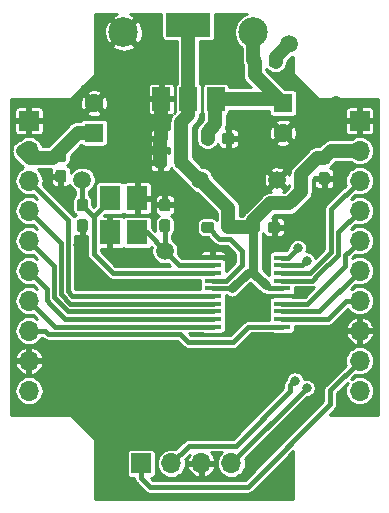
<source format=gbr>
G04 #@! TF.GenerationSoftware,KiCad,Pcbnew,5.1.2-1.fc30*
G04 #@! TF.CreationDate,2019-06-09T13:39:02+09:00*
G04 #@! TF.ProjectId,driver,64726976-6572-42e6-9b69-6361645f7063,rev?*
G04 #@! TF.SameCoordinates,Original*
G04 #@! TF.FileFunction,Copper,L1,Top*
G04 #@! TF.FilePolarity,Positive*
%FSLAX46Y46*%
G04 Gerber Fmt 4.6, Leading zero omitted, Abs format (unit mm)*
G04 Created by KiCad (PCBNEW 5.1.2-1.fc30) date 2019-06-09 13:39:02*
%MOMM*%
%LPD*%
G04 APERTURE LIST*
%ADD10C,1.500000*%
%ADD11C,2.500000*%
%ADD12C,0.100000*%
%ADD13C,0.950000*%
%ADD14R,1.800000X2.100000*%
%ADD15R,1.450000X0.450000*%
%ADD16R,1.500000X2.000000*%
%ADD17R,3.800000X2.000000*%
%ADD18O,1.700000X1.700000*%
%ADD19R,1.700000X1.700000*%
%ADD20C,1.600000*%
%ADD21R,1.600000X1.600000*%
%ADD22C,1.200000*%
%ADD23C,0.800000*%
%ADD24C,1.200000*%
%ADD25C,0.400000*%
%ADD26C,0.800000*%
%ADD27C,0.254000*%
G04 APERTURE END LIST*
D10*
X153500000Y-58500000D03*
D11*
X150500000Y-57500000D03*
X139500000Y-57500000D03*
D12*
G36*
X156760779Y-69351144D02*
G01*
X156783834Y-69354563D01*
X156806443Y-69360227D01*
X156828387Y-69368079D01*
X156849457Y-69378044D01*
X156869448Y-69390026D01*
X156888168Y-69403910D01*
X156905438Y-69419562D01*
X156921090Y-69436832D01*
X156934974Y-69455552D01*
X156946956Y-69475543D01*
X156956921Y-69496613D01*
X156964773Y-69518557D01*
X156970437Y-69541166D01*
X156973856Y-69564221D01*
X156975000Y-69587500D01*
X156975000Y-70162500D01*
X156973856Y-70185779D01*
X156970437Y-70208834D01*
X156964773Y-70231443D01*
X156956921Y-70253387D01*
X156946956Y-70274457D01*
X156934974Y-70294448D01*
X156921090Y-70313168D01*
X156905438Y-70330438D01*
X156888168Y-70346090D01*
X156869448Y-70359974D01*
X156849457Y-70371956D01*
X156828387Y-70381921D01*
X156806443Y-70389773D01*
X156783834Y-70395437D01*
X156760779Y-70398856D01*
X156737500Y-70400000D01*
X156262500Y-70400000D01*
X156239221Y-70398856D01*
X156216166Y-70395437D01*
X156193557Y-70389773D01*
X156171613Y-70381921D01*
X156150543Y-70371956D01*
X156130552Y-70359974D01*
X156111832Y-70346090D01*
X156094562Y-70330438D01*
X156078910Y-70313168D01*
X156065026Y-70294448D01*
X156053044Y-70274457D01*
X156043079Y-70253387D01*
X156035227Y-70231443D01*
X156029563Y-70208834D01*
X156026144Y-70185779D01*
X156025000Y-70162500D01*
X156025000Y-69587500D01*
X156026144Y-69564221D01*
X156029563Y-69541166D01*
X156035227Y-69518557D01*
X156043079Y-69496613D01*
X156053044Y-69475543D01*
X156065026Y-69455552D01*
X156078910Y-69436832D01*
X156094562Y-69419562D01*
X156111832Y-69403910D01*
X156130552Y-69390026D01*
X156150543Y-69378044D01*
X156171613Y-69368079D01*
X156193557Y-69360227D01*
X156216166Y-69354563D01*
X156239221Y-69351144D01*
X156262500Y-69350000D01*
X156737500Y-69350000D01*
X156760779Y-69351144D01*
X156760779Y-69351144D01*
G37*
D13*
X156500000Y-69875000D03*
D12*
G36*
X156760779Y-67601144D02*
G01*
X156783834Y-67604563D01*
X156806443Y-67610227D01*
X156828387Y-67618079D01*
X156849457Y-67628044D01*
X156869448Y-67640026D01*
X156888168Y-67653910D01*
X156905438Y-67669562D01*
X156921090Y-67686832D01*
X156934974Y-67705552D01*
X156946956Y-67725543D01*
X156956921Y-67746613D01*
X156964773Y-67768557D01*
X156970437Y-67791166D01*
X156973856Y-67814221D01*
X156975000Y-67837500D01*
X156975000Y-68412500D01*
X156973856Y-68435779D01*
X156970437Y-68458834D01*
X156964773Y-68481443D01*
X156956921Y-68503387D01*
X156946956Y-68524457D01*
X156934974Y-68544448D01*
X156921090Y-68563168D01*
X156905438Y-68580438D01*
X156888168Y-68596090D01*
X156869448Y-68609974D01*
X156849457Y-68621956D01*
X156828387Y-68631921D01*
X156806443Y-68639773D01*
X156783834Y-68645437D01*
X156760779Y-68648856D01*
X156737500Y-68650000D01*
X156262500Y-68650000D01*
X156239221Y-68648856D01*
X156216166Y-68645437D01*
X156193557Y-68639773D01*
X156171613Y-68631921D01*
X156150543Y-68621956D01*
X156130552Y-68609974D01*
X156111832Y-68596090D01*
X156094562Y-68580438D01*
X156078910Y-68563168D01*
X156065026Y-68544448D01*
X156053044Y-68524457D01*
X156043079Y-68503387D01*
X156035227Y-68481443D01*
X156029563Y-68458834D01*
X156026144Y-68435779D01*
X156025000Y-68412500D01*
X156025000Y-67837500D01*
X156026144Y-67814221D01*
X156029563Y-67791166D01*
X156035227Y-67768557D01*
X156043079Y-67746613D01*
X156053044Y-67725543D01*
X156065026Y-67705552D01*
X156078910Y-67686832D01*
X156094562Y-67669562D01*
X156111832Y-67653910D01*
X156130552Y-67640026D01*
X156150543Y-67628044D01*
X156171613Y-67618079D01*
X156193557Y-67610227D01*
X156216166Y-67604563D01*
X156239221Y-67601144D01*
X156262500Y-67600000D01*
X156737500Y-67600000D01*
X156760779Y-67601144D01*
X156760779Y-67601144D01*
G37*
D13*
X156500000Y-68125000D03*
D12*
G36*
X134460779Y-69151144D02*
G01*
X134483834Y-69154563D01*
X134506443Y-69160227D01*
X134528387Y-69168079D01*
X134549457Y-69178044D01*
X134569448Y-69190026D01*
X134588168Y-69203910D01*
X134605438Y-69219562D01*
X134621090Y-69236832D01*
X134634974Y-69255552D01*
X134646956Y-69275543D01*
X134656921Y-69296613D01*
X134664773Y-69318557D01*
X134670437Y-69341166D01*
X134673856Y-69364221D01*
X134675000Y-69387500D01*
X134675000Y-69962500D01*
X134673856Y-69985779D01*
X134670437Y-70008834D01*
X134664773Y-70031443D01*
X134656921Y-70053387D01*
X134646956Y-70074457D01*
X134634974Y-70094448D01*
X134621090Y-70113168D01*
X134605438Y-70130438D01*
X134588168Y-70146090D01*
X134569448Y-70159974D01*
X134549457Y-70171956D01*
X134528387Y-70181921D01*
X134506443Y-70189773D01*
X134483834Y-70195437D01*
X134460779Y-70198856D01*
X134437500Y-70200000D01*
X133962500Y-70200000D01*
X133939221Y-70198856D01*
X133916166Y-70195437D01*
X133893557Y-70189773D01*
X133871613Y-70181921D01*
X133850543Y-70171956D01*
X133830552Y-70159974D01*
X133811832Y-70146090D01*
X133794562Y-70130438D01*
X133778910Y-70113168D01*
X133765026Y-70094448D01*
X133753044Y-70074457D01*
X133743079Y-70053387D01*
X133735227Y-70031443D01*
X133729563Y-70008834D01*
X133726144Y-69985779D01*
X133725000Y-69962500D01*
X133725000Y-69387500D01*
X133726144Y-69364221D01*
X133729563Y-69341166D01*
X133735227Y-69318557D01*
X133743079Y-69296613D01*
X133753044Y-69275543D01*
X133765026Y-69255552D01*
X133778910Y-69236832D01*
X133794562Y-69219562D01*
X133811832Y-69203910D01*
X133830552Y-69190026D01*
X133850543Y-69178044D01*
X133871613Y-69168079D01*
X133893557Y-69160227D01*
X133916166Y-69154563D01*
X133939221Y-69151144D01*
X133962500Y-69150000D01*
X134437500Y-69150000D01*
X134460779Y-69151144D01*
X134460779Y-69151144D01*
G37*
D13*
X134200000Y-69675000D03*
D12*
G36*
X134460779Y-67401144D02*
G01*
X134483834Y-67404563D01*
X134506443Y-67410227D01*
X134528387Y-67418079D01*
X134549457Y-67428044D01*
X134569448Y-67440026D01*
X134588168Y-67453910D01*
X134605438Y-67469562D01*
X134621090Y-67486832D01*
X134634974Y-67505552D01*
X134646956Y-67525543D01*
X134656921Y-67546613D01*
X134664773Y-67568557D01*
X134670437Y-67591166D01*
X134673856Y-67614221D01*
X134675000Y-67637500D01*
X134675000Y-68212500D01*
X134673856Y-68235779D01*
X134670437Y-68258834D01*
X134664773Y-68281443D01*
X134656921Y-68303387D01*
X134646956Y-68324457D01*
X134634974Y-68344448D01*
X134621090Y-68363168D01*
X134605438Y-68380438D01*
X134588168Y-68396090D01*
X134569448Y-68409974D01*
X134549457Y-68421956D01*
X134528387Y-68431921D01*
X134506443Y-68439773D01*
X134483834Y-68445437D01*
X134460779Y-68448856D01*
X134437500Y-68450000D01*
X133962500Y-68450000D01*
X133939221Y-68448856D01*
X133916166Y-68445437D01*
X133893557Y-68439773D01*
X133871613Y-68431921D01*
X133850543Y-68421956D01*
X133830552Y-68409974D01*
X133811832Y-68396090D01*
X133794562Y-68380438D01*
X133778910Y-68363168D01*
X133765026Y-68344448D01*
X133753044Y-68324457D01*
X133743079Y-68303387D01*
X133735227Y-68281443D01*
X133729563Y-68258834D01*
X133726144Y-68235779D01*
X133725000Y-68212500D01*
X133725000Y-67637500D01*
X133726144Y-67614221D01*
X133729563Y-67591166D01*
X133735227Y-67568557D01*
X133743079Y-67546613D01*
X133753044Y-67525543D01*
X133765026Y-67505552D01*
X133778910Y-67486832D01*
X133794562Y-67469562D01*
X133811832Y-67453910D01*
X133830552Y-67440026D01*
X133850543Y-67428044D01*
X133871613Y-67418079D01*
X133893557Y-67410227D01*
X133916166Y-67404563D01*
X133939221Y-67401144D01*
X133962500Y-67400000D01*
X134437500Y-67400000D01*
X134460779Y-67401144D01*
X134460779Y-67401144D01*
G37*
D13*
X134200000Y-67925000D03*
D14*
X138350000Y-74450000D03*
X138350000Y-71550000D03*
X140650000Y-71550000D03*
X140650000Y-74450000D03*
D15*
X152950000Y-76575000D03*
X152950000Y-77225000D03*
X152950000Y-77875000D03*
X152950000Y-78525000D03*
X152950000Y-79175000D03*
X152950000Y-79825000D03*
X152950000Y-80475000D03*
X152950000Y-81125000D03*
X152950000Y-81775000D03*
X152950000Y-82425000D03*
X147050000Y-82425000D03*
X147050000Y-81775000D03*
X147050000Y-81125000D03*
X147050000Y-80475000D03*
X147050000Y-79825000D03*
X147050000Y-79175000D03*
X147050000Y-78525000D03*
X147050000Y-77875000D03*
X147050000Y-77225000D03*
X147050000Y-76575000D03*
D16*
X142700000Y-63150000D03*
X147300000Y-63150000D03*
X145000000Y-63150000D03*
D17*
X145000000Y-56850000D03*
D10*
X143000000Y-76000000D03*
X146000000Y-70000000D03*
X136000000Y-70000000D03*
X152500000Y-70000000D03*
D12*
G36*
X148685779Y-73526144D02*
G01*
X148708834Y-73529563D01*
X148731443Y-73535227D01*
X148753387Y-73543079D01*
X148774457Y-73553044D01*
X148794448Y-73565026D01*
X148813168Y-73578910D01*
X148830438Y-73594562D01*
X148846090Y-73611832D01*
X148859974Y-73630552D01*
X148871956Y-73650543D01*
X148881921Y-73671613D01*
X148889773Y-73693557D01*
X148895437Y-73716166D01*
X148898856Y-73739221D01*
X148900000Y-73762500D01*
X148900000Y-74237500D01*
X148898856Y-74260779D01*
X148895437Y-74283834D01*
X148889773Y-74306443D01*
X148881921Y-74328387D01*
X148871956Y-74349457D01*
X148859974Y-74369448D01*
X148846090Y-74388168D01*
X148830438Y-74405438D01*
X148813168Y-74421090D01*
X148794448Y-74434974D01*
X148774457Y-74446956D01*
X148753387Y-74456921D01*
X148731443Y-74464773D01*
X148708834Y-74470437D01*
X148685779Y-74473856D01*
X148662500Y-74475000D01*
X148087500Y-74475000D01*
X148064221Y-74473856D01*
X148041166Y-74470437D01*
X148018557Y-74464773D01*
X147996613Y-74456921D01*
X147975543Y-74446956D01*
X147955552Y-74434974D01*
X147936832Y-74421090D01*
X147919562Y-74405438D01*
X147903910Y-74388168D01*
X147890026Y-74369448D01*
X147878044Y-74349457D01*
X147868079Y-74328387D01*
X147860227Y-74306443D01*
X147854563Y-74283834D01*
X147851144Y-74260779D01*
X147850000Y-74237500D01*
X147850000Y-73762500D01*
X147851144Y-73739221D01*
X147854563Y-73716166D01*
X147860227Y-73693557D01*
X147868079Y-73671613D01*
X147878044Y-73650543D01*
X147890026Y-73630552D01*
X147903910Y-73611832D01*
X147919562Y-73594562D01*
X147936832Y-73578910D01*
X147955552Y-73565026D01*
X147975543Y-73553044D01*
X147996613Y-73543079D01*
X148018557Y-73535227D01*
X148041166Y-73529563D01*
X148064221Y-73526144D01*
X148087500Y-73525000D01*
X148662500Y-73525000D01*
X148685779Y-73526144D01*
X148685779Y-73526144D01*
G37*
D13*
X148375000Y-74000000D03*
D12*
G36*
X146935779Y-73526144D02*
G01*
X146958834Y-73529563D01*
X146981443Y-73535227D01*
X147003387Y-73543079D01*
X147024457Y-73553044D01*
X147044448Y-73565026D01*
X147063168Y-73578910D01*
X147080438Y-73594562D01*
X147096090Y-73611832D01*
X147109974Y-73630552D01*
X147121956Y-73650543D01*
X147131921Y-73671613D01*
X147139773Y-73693557D01*
X147145437Y-73716166D01*
X147148856Y-73739221D01*
X147150000Y-73762500D01*
X147150000Y-74237500D01*
X147148856Y-74260779D01*
X147145437Y-74283834D01*
X147139773Y-74306443D01*
X147131921Y-74328387D01*
X147121956Y-74349457D01*
X147109974Y-74369448D01*
X147096090Y-74388168D01*
X147080438Y-74405438D01*
X147063168Y-74421090D01*
X147044448Y-74434974D01*
X147024457Y-74446956D01*
X147003387Y-74456921D01*
X146981443Y-74464773D01*
X146958834Y-74470437D01*
X146935779Y-74473856D01*
X146912500Y-74475000D01*
X146337500Y-74475000D01*
X146314221Y-74473856D01*
X146291166Y-74470437D01*
X146268557Y-74464773D01*
X146246613Y-74456921D01*
X146225543Y-74446956D01*
X146205552Y-74434974D01*
X146186832Y-74421090D01*
X146169562Y-74405438D01*
X146153910Y-74388168D01*
X146140026Y-74369448D01*
X146128044Y-74349457D01*
X146118079Y-74328387D01*
X146110227Y-74306443D01*
X146104563Y-74283834D01*
X146101144Y-74260779D01*
X146100000Y-74237500D01*
X146100000Y-73762500D01*
X146101144Y-73739221D01*
X146104563Y-73716166D01*
X146110227Y-73693557D01*
X146118079Y-73671613D01*
X146128044Y-73650543D01*
X146140026Y-73630552D01*
X146153910Y-73611832D01*
X146169562Y-73594562D01*
X146186832Y-73578910D01*
X146205552Y-73565026D01*
X146225543Y-73553044D01*
X146246613Y-73543079D01*
X146268557Y-73535227D01*
X146291166Y-73529563D01*
X146314221Y-73526144D01*
X146337500Y-73525000D01*
X146912500Y-73525000D01*
X146935779Y-73526144D01*
X146935779Y-73526144D01*
G37*
D13*
X146625000Y-74000000D03*
D12*
G36*
X150935779Y-59526144D02*
G01*
X150958834Y-59529563D01*
X150981443Y-59535227D01*
X151003387Y-59543079D01*
X151024457Y-59553044D01*
X151044448Y-59565026D01*
X151063168Y-59578910D01*
X151080438Y-59594562D01*
X151096090Y-59611832D01*
X151109974Y-59630552D01*
X151121956Y-59650543D01*
X151131921Y-59671613D01*
X151139773Y-59693557D01*
X151145437Y-59716166D01*
X151148856Y-59739221D01*
X151150000Y-59762500D01*
X151150000Y-60237500D01*
X151148856Y-60260779D01*
X151145437Y-60283834D01*
X151139773Y-60306443D01*
X151131921Y-60328387D01*
X151121956Y-60349457D01*
X151109974Y-60369448D01*
X151096090Y-60388168D01*
X151080438Y-60405438D01*
X151063168Y-60421090D01*
X151044448Y-60434974D01*
X151024457Y-60446956D01*
X151003387Y-60456921D01*
X150981443Y-60464773D01*
X150958834Y-60470437D01*
X150935779Y-60473856D01*
X150912500Y-60475000D01*
X150337500Y-60475000D01*
X150314221Y-60473856D01*
X150291166Y-60470437D01*
X150268557Y-60464773D01*
X150246613Y-60456921D01*
X150225543Y-60446956D01*
X150205552Y-60434974D01*
X150186832Y-60421090D01*
X150169562Y-60405438D01*
X150153910Y-60388168D01*
X150140026Y-60369448D01*
X150128044Y-60349457D01*
X150118079Y-60328387D01*
X150110227Y-60306443D01*
X150104563Y-60283834D01*
X150101144Y-60260779D01*
X150100000Y-60237500D01*
X150100000Y-59762500D01*
X150101144Y-59739221D01*
X150104563Y-59716166D01*
X150110227Y-59693557D01*
X150118079Y-59671613D01*
X150128044Y-59650543D01*
X150140026Y-59630552D01*
X150153910Y-59611832D01*
X150169562Y-59594562D01*
X150186832Y-59578910D01*
X150205552Y-59565026D01*
X150225543Y-59553044D01*
X150246613Y-59543079D01*
X150268557Y-59535227D01*
X150291166Y-59529563D01*
X150314221Y-59526144D01*
X150337500Y-59525000D01*
X150912500Y-59525000D01*
X150935779Y-59526144D01*
X150935779Y-59526144D01*
G37*
D13*
X150625000Y-60000000D03*
D12*
G36*
X152685779Y-59526144D02*
G01*
X152708834Y-59529563D01*
X152731443Y-59535227D01*
X152753387Y-59543079D01*
X152774457Y-59553044D01*
X152794448Y-59565026D01*
X152813168Y-59578910D01*
X152830438Y-59594562D01*
X152846090Y-59611832D01*
X152859974Y-59630552D01*
X152871956Y-59650543D01*
X152881921Y-59671613D01*
X152889773Y-59693557D01*
X152895437Y-59716166D01*
X152898856Y-59739221D01*
X152900000Y-59762500D01*
X152900000Y-60237500D01*
X152898856Y-60260779D01*
X152895437Y-60283834D01*
X152889773Y-60306443D01*
X152881921Y-60328387D01*
X152871956Y-60349457D01*
X152859974Y-60369448D01*
X152846090Y-60388168D01*
X152830438Y-60405438D01*
X152813168Y-60421090D01*
X152794448Y-60434974D01*
X152774457Y-60446956D01*
X152753387Y-60456921D01*
X152731443Y-60464773D01*
X152708834Y-60470437D01*
X152685779Y-60473856D01*
X152662500Y-60475000D01*
X152087500Y-60475000D01*
X152064221Y-60473856D01*
X152041166Y-60470437D01*
X152018557Y-60464773D01*
X151996613Y-60456921D01*
X151975543Y-60446956D01*
X151955552Y-60434974D01*
X151936832Y-60421090D01*
X151919562Y-60405438D01*
X151903910Y-60388168D01*
X151890026Y-60369448D01*
X151878044Y-60349457D01*
X151868079Y-60328387D01*
X151860227Y-60306443D01*
X151854563Y-60283834D01*
X151851144Y-60260779D01*
X151850000Y-60237500D01*
X151850000Y-59762500D01*
X151851144Y-59739221D01*
X151854563Y-59716166D01*
X151860227Y-59693557D01*
X151868079Y-59671613D01*
X151878044Y-59650543D01*
X151890026Y-59630552D01*
X151903910Y-59611832D01*
X151919562Y-59594562D01*
X151936832Y-59578910D01*
X151955552Y-59565026D01*
X151975543Y-59553044D01*
X151996613Y-59543079D01*
X152018557Y-59535227D01*
X152041166Y-59529563D01*
X152064221Y-59526144D01*
X152087500Y-59525000D01*
X152662500Y-59525000D01*
X152685779Y-59526144D01*
X152685779Y-59526144D01*
G37*
D13*
X152375000Y-60000000D03*
D18*
X148620000Y-94000000D03*
X146080000Y-94000000D03*
X143540000Y-94000000D03*
D19*
X141000000Y-94000000D03*
D18*
X159500000Y-87860000D03*
X159500000Y-85320000D03*
X159500000Y-82780000D03*
X159500000Y-80240000D03*
X159500000Y-77700000D03*
X159500000Y-75160000D03*
X159500000Y-72620000D03*
X159500000Y-70080000D03*
X159500000Y-67540000D03*
D19*
X159500000Y-65000000D03*
X131500000Y-65000000D03*
D18*
X131500000Y-67540000D03*
X131500000Y-70080000D03*
X131500000Y-72620000D03*
X131500000Y-75160000D03*
X131500000Y-77700000D03*
X131500000Y-80240000D03*
X131500000Y-82780000D03*
X131500000Y-85320000D03*
X131500000Y-87860000D03*
D12*
G36*
X143260779Y-71601144D02*
G01*
X143283834Y-71604563D01*
X143306443Y-71610227D01*
X143328387Y-71618079D01*
X143349457Y-71628044D01*
X143369448Y-71640026D01*
X143388168Y-71653910D01*
X143405438Y-71669562D01*
X143421090Y-71686832D01*
X143434974Y-71705552D01*
X143446956Y-71725543D01*
X143456921Y-71746613D01*
X143464773Y-71768557D01*
X143470437Y-71791166D01*
X143473856Y-71814221D01*
X143475000Y-71837500D01*
X143475000Y-72412500D01*
X143473856Y-72435779D01*
X143470437Y-72458834D01*
X143464773Y-72481443D01*
X143456921Y-72503387D01*
X143446956Y-72524457D01*
X143434974Y-72544448D01*
X143421090Y-72563168D01*
X143405438Y-72580438D01*
X143388168Y-72596090D01*
X143369448Y-72609974D01*
X143349457Y-72621956D01*
X143328387Y-72631921D01*
X143306443Y-72639773D01*
X143283834Y-72645437D01*
X143260779Y-72648856D01*
X143237500Y-72650000D01*
X142762500Y-72650000D01*
X142739221Y-72648856D01*
X142716166Y-72645437D01*
X142693557Y-72639773D01*
X142671613Y-72631921D01*
X142650543Y-72621956D01*
X142630552Y-72609974D01*
X142611832Y-72596090D01*
X142594562Y-72580438D01*
X142578910Y-72563168D01*
X142565026Y-72544448D01*
X142553044Y-72524457D01*
X142543079Y-72503387D01*
X142535227Y-72481443D01*
X142529563Y-72458834D01*
X142526144Y-72435779D01*
X142525000Y-72412500D01*
X142525000Y-71837500D01*
X142526144Y-71814221D01*
X142529563Y-71791166D01*
X142535227Y-71768557D01*
X142543079Y-71746613D01*
X142553044Y-71725543D01*
X142565026Y-71705552D01*
X142578910Y-71686832D01*
X142594562Y-71669562D01*
X142611832Y-71653910D01*
X142630552Y-71640026D01*
X142650543Y-71628044D01*
X142671613Y-71618079D01*
X142693557Y-71610227D01*
X142716166Y-71604563D01*
X142739221Y-71601144D01*
X142762500Y-71600000D01*
X143237500Y-71600000D01*
X143260779Y-71601144D01*
X143260779Y-71601144D01*
G37*
D13*
X143000000Y-72125000D03*
D12*
G36*
X143260779Y-73351144D02*
G01*
X143283834Y-73354563D01*
X143306443Y-73360227D01*
X143328387Y-73368079D01*
X143349457Y-73378044D01*
X143369448Y-73390026D01*
X143388168Y-73403910D01*
X143405438Y-73419562D01*
X143421090Y-73436832D01*
X143434974Y-73455552D01*
X143446956Y-73475543D01*
X143456921Y-73496613D01*
X143464773Y-73518557D01*
X143470437Y-73541166D01*
X143473856Y-73564221D01*
X143475000Y-73587500D01*
X143475000Y-74162500D01*
X143473856Y-74185779D01*
X143470437Y-74208834D01*
X143464773Y-74231443D01*
X143456921Y-74253387D01*
X143446956Y-74274457D01*
X143434974Y-74294448D01*
X143421090Y-74313168D01*
X143405438Y-74330438D01*
X143388168Y-74346090D01*
X143369448Y-74359974D01*
X143349457Y-74371956D01*
X143328387Y-74381921D01*
X143306443Y-74389773D01*
X143283834Y-74395437D01*
X143260779Y-74398856D01*
X143237500Y-74400000D01*
X142762500Y-74400000D01*
X142739221Y-74398856D01*
X142716166Y-74395437D01*
X142693557Y-74389773D01*
X142671613Y-74381921D01*
X142650543Y-74371956D01*
X142630552Y-74359974D01*
X142611832Y-74346090D01*
X142594562Y-74330438D01*
X142578910Y-74313168D01*
X142565026Y-74294448D01*
X142553044Y-74274457D01*
X142543079Y-74253387D01*
X142535227Y-74231443D01*
X142529563Y-74208834D01*
X142526144Y-74185779D01*
X142525000Y-74162500D01*
X142525000Y-73587500D01*
X142526144Y-73564221D01*
X142529563Y-73541166D01*
X142535227Y-73518557D01*
X142543079Y-73496613D01*
X142553044Y-73475543D01*
X142565026Y-73455552D01*
X142578910Y-73436832D01*
X142594562Y-73419562D01*
X142611832Y-73403910D01*
X142630552Y-73390026D01*
X142650543Y-73378044D01*
X142671613Y-73368079D01*
X142693557Y-73360227D01*
X142716166Y-73354563D01*
X142739221Y-73351144D01*
X142762500Y-73350000D01*
X143237500Y-73350000D01*
X143260779Y-73351144D01*
X143260779Y-73351144D01*
G37*
D13*
X143000000Y-73875000D03*
D12*
G36*
X136260779Y-71601144D02*
G01*
X136283834Y-71604563D01*
X136306443Y-71610227D01*
X136328387Y-71618079D01*
X136349457Y-71628044D01*
X136369448Y-71640026D01*
X136388168Y-71653910D01*
X136405438Y-71669562D01*
X136421090Y-71686832D01*
X136434974Y-71705552D01*
X136446956Y-71725543D01*
X136456921Y-71746613D01*
X136464773Y-71768557D01*
X136470437Y-71791166D01*
X136473856Y-71814221D01*
X136475000Y-71837500D01*
X136475000Y-72412500D01*
X136473856Y-72435779D01*
X136470437Y-72458834D01*
X136464773Y-72481443D01*
X136456921Y-72503387D01*
X136446956Y-72524457D01*
X136434974Y-72544448D01*
X136421090Y-72563168D01*
X136405438Y-72580438D01*
X136388168Y-72596090D01*
X136369448Y-72609974D01*
X136349457Y-72621956D01*
X136328387Y-72631921D01*
X136306443Y-72639773D01*
X136283834Y-72645437D01*
X136260779Y-72648856D01*
X136237500Y-72650000D01*
X135762500Y-72650000D01*
X135739221Y-72648856D01*
X135716166Y-72645437D01*
X135693557Y-72639773D01*
X135671613Y-72631921D01*
X135650543Y-72621956D01*
X135630552Y-72609974D01*
X135611832Y-72596090D01*
X135594562Y-72580438D01*
X135578910Y-72563168D01*
X135565026Y-72544448D01*
X135553044Y-72524457D01*
X135543079Y-72503387D01*
X135535227Y-72481443D01*
X135529563Y-72458834D01*
X135526144Y-72435779D01*
X135525000Y-72412500D01*
X135525000Y-71837500D01*
X135526144Y-71814221D01*
X135529563Y-71791166D01*
X135535227Y-71768557D01*
X135543079Y-71746613D01*
X135553044Y-71725543D01*
X135565026Y-71705552D01*
X135578910Y-71686832D01*
X135594562Y-71669562D01*
X135611832Y-71653910D01*
X135630552Y-71640026D01*
X135650543Y-71628044D01*
X135671613Y-71618079D01*
X135693557Y-71610227D01*
X135716166Y-71604563D01*
X135739221Y-71601144D01*
X135762500Y-71600000D01*
X136237500Y-71600000D01*
X136260779Y-71601144D01*
X136260779Y-71601144D01*
G37*
D13*
X136000000Y-72125000D03*
D12*
G36*
X136260779Y-73351144D02*
G01*
X136283834Y-73354563D01*
X136306443Y-73360227D01*
X136328387Y-73368079D01*
X136349457Y-73378044D01*
X136369448Y-73390026D01*
X136388168Y-73403910D01*
X136405438Y-73419562D01*
X136421090Y-73436832D01*
X136434974Y-73455552D01*
X136446956Y-73475543D01*
X136456921Y-73496613D01*
X136464773Y-73518557D01*
X136470437Y-73541166D01*
X136473856Y-73564221D01*
X136475000Y-73587500D01*
X136475000Y-74162500D01*
X136473856Y-74185779D01*
X136470437Y-74208834D01*
X136464773Y-74231443D01*
X136456921Y-74253387D01*
X136446956Y-74274457D01*
X136434974Y-74294448D01*
X136421090Y-74313168D01*
X136405438Y-74330438D01*
X136388168Y-74346090D01*
X136369448Y-74359974D01*
X136349457Y-74371956D01*
X136328387Y-74381921D01*
X136306443Y-74389773D01*
X136283834Y-74395437D01*
X136260779Y-74398856D01*
X136237500Y-74400000D01*
X135762500Y-74400000D01*
X135739221Y-74398856D01*
X135716166Y-74395437D01*
X135693557Y-74389773D01*
X135671613Y-74381921D01*
X135650543Y-74371956D01*
X135630552Y-74359974D01*
X135611832Y-74346090D01*
X135594562Y-74330438D01*
X135578910Y-74313168D01*
X135565026Y-74294448D01*
X135553044Y-74274457D01*
X135543079Y-74253387D01*
X135535227Y-74231443D01*
X135529563Y-74208834D01*
X135526144Y-74185779D01*
X135525000Y-74162500D01*
X135525000Y-73587500D01*
X135526144Y-73564221D01*
X135529563Y-73541166D01*
X135535227Y-73518557D01*
X135543079Y-73496613D01*
X135553044Y-73475543D01*
X135565026Y-73455552D01*
X135578910Y-73436832D01*
X135594562Y-73419562D01*
X135611832Y-73403910D01*
X135630552Y-73390026D01*
X135650543Y-73378044D01*
X135671613Y-73368079D01*
X135693557Y-73360227D01*
X135716166Y-73354563D01*
X135739221Y-73351144D01*
X135762500Y-73350000D01*
X136237500Y-73350000D01*
X136260779Y-73351144D01*
X136260779Y-73351144D01*
G37*
D13*
X136000000Y-73875000D03*
D20*
X137000000Y-63500000D03*
D21*
X137000000Y-66000000D03*
D12*
G36*
X142935779Y-66026144D02*
G01*
X142958834Y-66029563D01*
X142981443Y-66035227D01*
X143003387Y-66043079D01*
X143024457Y-66053044D01*
X143044448Y-66065026D01*
X143063168Y-66078910D01*
X143080438Y-66094562D01*
X143096090Y-66111832D01*
X143109974Y-66130552D01*
X143121956Y-66150543D01*
X143131921Y-66171613D01*
X143139773Y-66193557D01*
X143145437Y-66216166D01*
X143148856Y-66239221D01*
X143150000Y-66262500D01*
X143150000Y-66737500D01*
X143148856Y-66760779D01*
X143145437Y-66783834D01*
X143139773Y-66806443D01*
X143131921Y-66828387D01*
X143121956Y-66849457D01*
X143109974Y-66869448D01*
X143096090Y-66888168D01*
X143080438Y-66905438D01*
X143063168Y-66921090D01*
X143044448Y-66934974D01*
X143024457Y-66946956D01*
X143003387Y-66956921D01*
X142981443Y-66964773D01*
X142958834Y-66970437D01*
X142935779Y-66973856D01*
X142912500Y-66975000D01*
X142337500Y-66975000D01*
X142314221Y-66973856D01*
X142291166Y-66970437D01*
X142268557Y-66964773D01*
X142246613Y-66956921D01*
X142225543Y-66946956D01*
X142205552Y-66934974D01*
X142186832Y-66921090D01*
X142169562Y-66905438D01*
X142153910Y-66888168D01*
X142140026Y-66869448D01*
X142128044Y-66849457D01*
X142118079Y-66828387D01*
X142110227Y-66806443D01*
X142104563Y-66783834D01*
X142101144Y-66760779D01*
X142100000Y-66737500D01*
X142100000Y-66262500D01*
X142101144Y-66239221D01*
X142104563Y-66216166D01*
X142110227Y-66193557D01*
X142118079Y-66171613D01*
X142128044Y-66150543D01*
X142140026Y-66130552D01*
X142153910Y-66111832D01*
X142169562Y-66094562D01*
X142186832Y-66078910D01*
X142205552Y-66065026D01*
X142225543Y-66053044D01*
X142246613Y-66043079D01*
X142268557Y-66035227D01*
X142291166Y-66029563D01*
X142314221Y-66026144D01*
X142337500Y-66025000D01*
X142912500Y-66025000D01*
X142935779Y-66026144D01*
X142935779Y-66026144D01*
G37*
D13*
X142625000Y-66500000D03*
D12*
G36*
X144685779Y-66026144D02*
G01*
X144708834Y-66029563D01*
X144731443Y-66035227D01*
X144753387Y-66043079D01*
X144774457Y-66053044D01*
X144794448Y-66065026D01*
X144813168Y-66078910D01*
X144830438Y-66094562D01*
X144846090Y-66111832D01*
X144859974Y-66130552D01*
X144871956Y-66150543D01*
X144881921Y-66171613D01*
X144889773Y-66193557D01*
X144895437Y-66216166D01*
X144898856Y-66239221D01*
X144900000Y-66262500D01*
X144900000Y-66737500D01*
X144898856Y-66760779D01*
X144895437Y-66783834D01*
X144889773Y-66806443D01*
X144881921Y-66828387D01*
X144871956Y-66849457D01*
X144859974Y-66869448D01*
X144846090Y-66888168D01*
X144830438Y-66905438D01*
X144813168Y-66921090D01*
X144794448Y-66934974D01*
X144774457Y-66946956D01*
X144753387Y-66956921D01*
X144731443Y-66964773D01*
X144708834Y-66970437D01*
X144685779Y-66973856D01*
X144662500Y-66975000D01*
X144087500Y-66975000D01*
X144064221Y-66973856D01*
X144041166Y-66970437D01*
X144018557Y-66964773D01*
X143996613Y-66956921D01*
X143975543Y-66946956D01*
X143955552Y-66934974D01*
X143936832Y-66921090D01*
X143919562Y-66905438D01*
X143903910Y-66888168D01*
X143890026Y-66869448D01*
X143878044Y-66849457D01*
X143868079Y-66828387D01*
X143860227Y-66806443D01*
X143854563Y-66783834D01*
X143851144Y-66760779D01*
X143850000Y-66737500D01*
X143850000Y-66262500D01*
X143851144Y-66239221D01*
X143854563Y-66216166D01*
X143860227Y-66193557D01*
X143868079Y-66171613D01*
X143878044Y-66150543D01*
X143890026Y-66130552D01*
X143903910Y-66111832D01*
X143919562Y-66094562D01*
X143936832Y-66078910D01*
X143955552Y-66065026D01*
X143975543Y-66053044D01*
X143996613Y-66043079D01*
X144018557Y-66035227D01*
X144041166Y-66029563D01*
X144064221Y-66026144D01*
X144087500Y-66025000D01*
X144662500Y-66025000D01*
X144685779Y-66026144D01*
X144685779Y-66026144D01*
G37*
D13*
X144375000Y-66500000D03*
D12*
G36*
X142935779Y-68026144D02*
G01*
X142958834Y-68029563D01*
X142981443Y-68035227D01*
X143003387Y-68043079D01*
X143024457Y-68053044D01*
X143044448Y-68065026D01*
X143063168Y-68078910D01*
X143080438Y-68094562D01*
X143096090Y-68111832D01*
X143109974Y-68130552D01*
X143121956Y-68150543D01*
X143131921Y-68171613D01*
X143139773Y-68193557D01*
X143145437Y-68216166D01*
X143148856Y-68239221D01*
X143150000Y-68262500D01*
X143150000Y-68737500D01*
X143148856Y-68760779D01*
X143145437Y-68783834D01*
X143139773Y-68806443D01*
X143131921Y-68828387D01*
X143121956Y-68849457D01*
X143109974Y-68869448D01*
X143096090Y-68888168D01*
X143080438Y-68905438D01*
X143063168Y-68921090D01*
X143044448Y-68934974D01*
X143024457Y-68946956D01*
X143003387Y-68956921D01*
X142981443Y-68964773D01*
X142958834Y-68970437D01*
X142935779Y-68973856D01*
X142912500Y-68975000D01*
X142337500Y-68975000D01*
X142314221Y-68973856D01*
X142291166Y-68970437D01*
X142268557Y-68964773D01*
X142246613Y-68956921D01*
X142225543Y-68946956D01*
X142205552Y-68934974D01*
X142186832Y-68921090D01*
X142169562Y-68905438D01*
X142153910Y-68888168D01*
X142140026Y-68869448D01*
X142128044Y-68849457D01*
X142118079Y-68828387D01*
X142110227Y-68806443D01*
X142104563Y-68783834D01*
X142101144Y-68760779D01*
X142100000Y-68737500D01*
X142100000Y-68262500D01*
X142101144Y-68239221D01*
X142104563Y-68216166D01*
X142110227Y-68193557D01*
X142118079Y-68171613D01*
X142128044Y-68150543D01*
X142140026Y-68130552D01*
X142153910Y-68111832D01*
X142169562Y-68094562D01*
X142186832Y-68078910D01*
X142205552Y-68065026D01*
X142225543Y-68053044D01*
X142246613Y-68043079D01*
X142268557Y-68035227D01*
X142291166Y-68029563D01*
X142314221Y-68026144D01*
X142337500Y-68025000D01*
X142912500Y-68025000D01*
X142935779Y-68026144D01*
X142935779Y-68026144D01*
G37*
D13*
X142625000Y-68500000D03*
D12*
G36*
X144685779Y-68026144D02*
G01*
X144708834Y-68029563D01*
X144731443Y-68035227D01*
X144753387Y-68043079D01*
X144774457Y-68053044D01*
X144794448Y-68065026D01*
X144813168Y-68078910D01*
X144830438Y-68094562D01*
X144846090Y-68111832D01*
X144859974Y-68130552D01*
X144871956Y-68150543D01*
X144881921Y-68171613D01*
X144889773Y-68193557D01*
X144895437Y-68216166D01*
X144898856Y-68239221D01*
X144900000Y-68262500D01*
X144900000Y-68737500D01*
X144898856Y-68760779D01*
X144895437Y-68783834D01*
X144889773Y-68806443D01*
X144881921Y-68828387D01*
X144871956Y-68849457D01*
X144859974Y-68869448D01*
X144846090Y-68888168D01*
X144830438Y-68905438D01*
X144813168Y-68921090D01*
X144794448Y-68934974D01*
X144774457Y-68946956D01*
X144753387Y-68956921D01*
X144731443Y-68964773D01*
X144708834Y-68970437D01*
X144685779Y-68973856D01*
X144662500Y-68975000D01*
X144087500Y-68975000D01*
X144064221Y-68973856D01*
X144041166Y-68970437D01*
X144018557Y-68964773D01*
X143996613Y-68956921D01*
X143975543Y-68946956D01*
X143955552Y-68934974D01*
X143936832Y-68921090D01*
X143919562Y-68905438D01*
X143903910Y-68888168D01*
X143890026Y-68869448D01*
X143878044Y-68849457D01*
X143868079Y-68828387D01*
X143860227Y-68806443D01*
X143854563Y-68783834D01*
X143851144Y-68760779D01*
X143850000Y-68737500D01*
X143850000Y-68262500D01*
X143851144Y-68239221D01*
X143854563Y-68216166D01*
X143860227Y-68193557D01*
X143868079Y-68171613D01*
X143878044Y-68150543D01*
X143890026Y-68130552D01*
X143903910Y-68111832D01*
X143919562Y-68094562D01*
X143936832Y-68078910D01*
X143955552Y-68065026D01*
X143975543Y-68053044D01*
X143996613Y-68043079D01*
X144018557Y-68035227D01*
X144041166Y-68029563D01*
X144064221Y-68026144D01*
X144087500Y-68025000D01*
X144662500Y-68025000D01*
X144685779Y-68026144D01*
X144685779Y-68026144D01*
G37*
D13*
X144375000Y-68500000D03*
D12*
G36*
X148685779Y-66026144D02*
G01*
X148708834Y-66029563D01*
X148731443Y-66035227D01*
X148753387Y-66043079D01*
X148774457Y-66053044D01*
X148794448Y-66065026D01*
X148813168Y-66078910D01*
X148830438Y-66094562D01*
X148846090Y-66111832D01*
X148859974Y-66130552D01*
X148871956Y-66150543D01*
X148881921Y-66171613D01*
X148889773Y-66193557D01*
X148895437Y-66216166D01*
X148898856Y-66239221D01*
X148900000Y-66262500D01*
X148900000Y-66737500D01*
X148898856Y-66760779D01*
X148895437Y-66783834D01*
X148889773Y-66806443D01*
X148881921Y-66828387D01*
X148871956Y-66849457D01*
X148859974Y-66869448D01*
X148846090Y-66888168D01*
X148830438Y-66905438D01*
X148813168Y-66921090D01*
X148794448Y-66934974D01*
X148774457Y-66946956D01*
X148753387Y-66956921D01*
X148731443Y-66964773D01*
X148708834Y-66970437D01*
X148685779Y-66973856D01*
X148662500Y-66975000D01*
X148087500Y-66975000D01*
X148064221Y-66973856D01*
X148041166Y-66970437D01*
X148018557Y-66964773D01*
X147996613Y-66956921D01*
X147975543Y-66946956D01*
X147955552Y-66934974D01*
X147936832Y-66921090D01*
X147919562Y-66905438D01*
X147903910Y-66888168D01*
X147890026Y-66869448D01*
X147878044Y-66849457D01*
X147868079Y-66828387D01*
X147860227Y-66806443D01*
X147854563Y-66783834D01*
X147851144Y-66760779D01*
X147850000Y-66737500D01*
X147850000Y-66262500D01*
X147851144Y-66239221D01*
X147854563Y-66216166D01*
X147860227Y-66193557D01*
X147868079Y-66171613D01*
X147878044Y-66150543D01*
X147890026Y-66130552D01*
X147903910Y-66111832D01*
X147919562Y-66094562D01*
X147936832Y-66078910D01*
X147955552Y-66065026D01*
X147975543Y-66053044D01*
X147996613Y-66043079D01*
X148018557Y-66035227D01*
X148041166Y-66029563D01*
X148064221Y-66026144D01*
X148087500Y-66025000D01*
X148662500Y-66025000D01*
X148685779Y-66026144D01*
X148685779Y-66026144D01*
G37*
D13*
X148375000Y-66500000D03*
D12*
G36*
X146935779Y-66026144D02*
G01*
X146958834Y-66029563D01*
X146981443Y-66035227D01*
X147003387Y-66043079D01*
X147024457Y-66053044D01*
X147044448Y-66065026D01*
X147063168Y-66078910D01*
X147080438Y-66094562D01*
X147096090Y-66111832D01*
X147109974Y-66130552D01*
X147121956Y-66150543D01*
X147131921Y-66171613D01*
X147139773Y-66193557D01*
X147145437Y-66216166D01*
X147148856Y-66239221D01*
X147150000Y-66262500D01*
X147150000Y-66737500D01*
X147148856Y-66760779D01*
X147145437Y-66783834D01*
X147139773Y-66806443D01*
X147131921Y-66828387D01*
X147121956Y-66849457D01*
X147109974Y-66869448D01*
X147096090Y-66888168D01*
X147080438Y-66905438D01*
X147063168Y-66921090D01*
X147044448Y-66934974D01*
X147024457Y-66946956D01*
X147003387Y-66956921D01*
X146981443Y-66964773D01*
X146958834Y-66970437D01*
X146935779Y-66973856D01*
X146912500Y-66975000D01*
X146337500Y-66975000D01*
X146314221Y-66973856D01*
X146291166Y-66970437D01*
X146268557Y-66964773D01*
X146246613Y-66956921D01*
X146225543Y-66946956D01*
X146205552Y-66934974D01*
X146186832Y-66921090D01*
X146169562Y-66905438D01*
X146153910Y-66888168D01*
X146140026Y-66869448D01*
X146128044Y-66849457D01*
X146118079Y-66828387D01*
X146110227Y-66806443D01*
X146104563Y-66783834D01*
X146101144Y-66760779D01*
X146100000Y-66737500D01*
X146100000Y-66262500D01*
X146101144Y-66239221D01*
X146104563Y-66216166D01*
X146110227Y-66193557D01*
X146118079Y-66171613D01*
X146128044Y-66150543D01*
X146140026Y-66130552D01*
X146153910Y-66111832D01*
X146169562Y-66094562D01*
X146186832Y-66078910D01*
X146205552Y-66065026D01*
X146225543Y-66053044D01*
X146246613Y-66043079D01*
X146268557Y-66035227D01*
X146291166Y-66029563D01*
X146314221Y-66026144D01*
X146337500Y-66025000D01*
X146912500Y-66025000D01*
X146935779Y-66026144D01*
X146935779Y-66026144D01*
G37*
D13*
X146625000Y-66500000D03*
D20*
X153000000Y-66000000D03*
D21*
X153000000Y-63500000D03*
D12*
G36*
X152560779Y-73526144D02*
G01*
X152583834Y-73529563D01*
X152606443Y-73535227D01*
X152628387Y-73543079D01*
X152649457Y-73553044D01*
X152669448Y-73565026D01*
X152688168Y-73578910D01*
X152705438Y-73594562D01*
X152721090Y-73611832D01*
X152734974Y-73630552D01*
X152746956Y-73650543D01*
X152756921Y-73671613D01*
X152764773Y-73693557D01*
X152770437Y-73716166D01*
X152773856Y-73739221D01*
X152775000Y-73762500D01*
X152775000Y-74237500D01*
X152773856Y-74260779D01*
X152770437Y-74283834D01*
X152764773Y-74306443D01*
X152756921Y-74328387D01*
X152746956Y-74349457D01*
X152734974Y-74369448D01*
X152721090Y-74388168D01*
X152705438Y-74405438D01*
X152688168Y-74421090D01*
X152669448Y-74434974D01*
X152649457Y-74446956D01*
X152628387Y-74456921D01*
X152606443Y-74464773D01*
X152583834Y-74470437D01*
X152560779Y-74473856D01*
X152537500Y-74475000D01*
X151962500Y-74475000D01*
X151939221Y-74473856D01*
X151916166Y-74470437D01*
X151893557Y-74464773D01*
X151871613Y-74456921D01*
X151850543Y-74446956D01*
X151830552Y-74434974D01*
X151811832Y-74421090D01*
X151794562Y-74405438D01*
X151778910Y-74388168D01*
X151765026Y-74369448D01*
X151753044Y-74349457D01*
X151743079Y-74328387D01*
X151735227Y-74306443D01*
X151729563Y-74283834D01*
X151726144Y-74260779D01*
X151725000Y-74237500D01*
X151725000Y-73762500D01*
X151726144Y-73739221D01*
X151729563Y-73716166D01*
X151735227Y-73693557D01*
X151743079Y-73671613D01*
X151753044Y-73650543D01*
X151765026Y-73630552D01*
X151778910Y-73611832D01*
X151794562Y-73594562D01*
X151811832Y-73578910D01*
X151830552Y-73565026D01*
X151850543Y-73553044D01*
X151871613Y-73543079D01*
X151893557Y-73535227D01*
X151916166Y-73529563D01*
X151939221Y-73526144D01*
X151962500Y-73525000D01*
X152537500Y-73525000D01*
X152560779Y-73526144D01*
X152560779Y-73526144D01*
G37*
D13*
X152250000Y-74000000D03*
D12*
G36*
X150810779Y-73526144D02*
G01*
X150833834Y-73529563D01*
X150856443Y-73535227D01*
X150878387Y-73543079D01*
X150899457Y-73553044D01*
X150919448Y-73565026D01*
X150938168Y-73578910D01*
X150955438Y-73594562D01*
X150971090Y-73611832D01*
X150984974Y-73630552D01*
X150996956Y-73650543D01*
X151006921Y-73671613D01*
X151014773Y-73693557D01*
X151020437Y-73716166D01*
X151023856Y-73739221D01*
X151025000Y-73762500D01*
X151025000Y-74237500D01*
X151023856Y-74260779D01*
X151020437Y-74283834D01*
X151014773Y-74306443D01*
X151006921Y-74328387D01*
X150996956Y-74349457D01*
X150984974Y-74369448D01*
X150971090Y-74388168D01*
X150955438Y-74405438D01*
X150938168Y-74421090D01*
X150919448Y-74434974D01*
X150899457Y-74446956D01*
X150878387Y-74456921D01*
X150856443Y-74464773D01*
X150833834Y-74470437D01*
X150810779Y-74473856D01*
X150787500Y-74475000D01*
X150212500Y-74475000D01*
X150189221Y-74473856D01*
X150166166Y-74470437D01*
X150143557Y-74464773D01*
X150121613Y-74456921D01*
X150100543Y-74446956D01*
X150080552Y-74434974D01*
X150061832Y-74421090D01*
X150044562Y-74405438D01*
X150028910Y-74388168D01*
X150015026Y-74369448D01*
X150003044Y-74349457D01*
X149993079Y-74328387D01*
X149985227Y-74306443D01*
X149979563Y-74283834D01*
X149976144Y-74260779D01*
X149975000Y-74237500D01*
X149975000Y-73762500D01*
X149976144Y-73739221D01*
X149979563Y-73716166D01*
X149985227Y-73693557D01*
X149993079Y-73671613D01*
X150003044Y-73650543D01*
X150015026Y-73630552D01*
X150028910Y-73611832D01*
X150044562Y-73594562D01*
X150061832Y-73578910D01*
X150080552Y-73565026D01*
X150100543Y-73553044D01*
X150121613Y-73543079D01*
X150143557Y-73535227D01*
X150166166Y-73529563D01*
X150189221Y-73526144D01*
X150212500Y-73525000D01*
X150787500Y-73525000D01*
X150810779Y-73526144D01*
X150810779Y-73526144D01*
G37*
D13*
X150500000Y-74000000D03*
D22*
X157500000Y-63500000D03*
X150000000Y-70000000D03*
X152500000Y-75500000D03*
X154000000Y-74000000D03*
X148500000Y-68250000D03*
X150250000Y-66500000D03*
X142750000Y-60750000D03*
X140500000Y-63000000D03*
X140500000Y-60750000D03*
X140750000Y-69250000D03*
X138750000Y-76500000D03*
X140500000Y-76500000D03*
X144750000Y-72000000D03*
X143000000Y-70250000D03*
X145250000Y-76000000D03*
X151250000Y-80250000D03*
X134400000Y-71400000D03*
X150223536Y-79473536D03*
X154799979Y-73000000D03*
X135800021Y-75500000D03*
D23*
X146000000Y-70000000D03*
X154999979Y-76829436D03*
X154999979Y-87611046D03*
X154250003Y-75750003D03*
X154000000Y-87000000D03*
D24*
X142625000Y-68500000D02*
X142625000Y-66500000D01*
X142700000Y-66425000D02*
X142625000Y-66500000D01*
X142700000Y-63150000D02*
X142700000Y-66425000D01*
X145000000Y-63150000D02*
X145000000Y-56850000D01*
X145875000Y-70000000D02*
X144375000Y-68500000D01*
X135625000Y-66000000D02*
X133500000Y-68125000D01*
X137000000Y-66000000D02*
X135625000Y-66000000D01*
X148375000Y-74000000D02*
X150500000Y-74000000D01*
X148375000Y-72375000D02*
X146000000Y-70000000D01*
X148375000Y-74000000D02*
X148375000Y-72375000D01*
X150500000Y-73425000D02*
X150500000Y-74000000D01*
X151925000Y-72000000D02*
X150500000Y-73425000D01*
X155925000Y-68125000D02*
X154525000Y-69525000D01*
X156500000Y-68125000D02*
X155925000Y-68125000D01*
X154525000Y-71000000D02*
X153525000Y-72000000D01*
X154525000Y-69525000D02*
X154525000Y-71000000D01*
X153525000Y-72000000D02*
X151925000Y-72000000D01*
X144375000Y-68500000D02*
X144375000Y-66500000D01*
X144375000Y-65125000D02*
X145000000Y-64500000D01*
X144375000Y-66500000D02*
X144375000Y-65125000D01*
X145000000Y-63150000D02*
X145000000Y-64500000D01*
D25*
X152950000Y-79175000D02*
X151825000Y-79175000D01*
D26*
X150500000Y-77850000D02*
X151575000Y-78925000D01*
X150500000Y-74000000D02*
X150500000Y-77850000D01*
D25*
X151825000Y-79175000D02*
X151575000Y-78925000D01*
D24*
X131585000Y-68125000D02*
X131000000Y-67540000D01*
X133500000Y-68125000D02*
X131585000Y-68125000D01*
D26*
X150000000Y-77850000D02*
X148675000Y-79175000D01*
X150500000Y-77850000D02*
X150000000Y-77850000D01*
D25*
X147050000Y-79175000D02*
X148675000Y-79175000D01*
X141000000Y-95250000D02*
X141000000Y-94000000D01*
X141750000Y-96000000D02*
X141000000Y-95250000D01*
X150000000Y-96000000D02*
X141750000Y-96000000D01*
X157000000Y-87820000D02*
X157000000Y-89000000D01*
X159500000Y-85320000D02*
X157000000Y-87820000D01*
X157000000Y-89000000D02*
X150000000Y-96000000D01*
D24*
X157085000Y-67540000D02*
X156500000Y-68125000D01*
X159500000Y-67540000D02*
X157085000Y-67540000D01*
D25*
X147625010Y-75000010D02*
X148500010Y-75000010D01*
X146625000Y-74000000D02*
X147625010Y-75000010D01*
X148500010Y-75000010D02*
X149500000Y-76000000D01*
X149500000Y-76000000D02*
X149500000Y-76718616D01*
X149500000Y-77200000D02*
X149500000Y-76718616D01*
X148175000Y-78525000D02*
X149500000Y-77200000D01*
X147050000Y-78525000D02*
X148175000Y-78525000D01*
D24*
X150500000Y-59875000D02*
X150625000Y-60000000D01*
X150500000Y-57000000D02*
X150500000Y-59875000D01*
X150625000Y-61125000D02*
X153000000Y-63500000D01*
X150625000Y-60000000D02*
X150625000Y-61125000D01*
X152650000Y-63150000D02*
X153000000Y-63500000D01*
X147300000Y-63150000D02*
X152650000Y-63150000D01*
X146625000Y-65925000D02*
X147250000Y-65300000D01*
X146625000Y-66500000D02*
X146625000Y-65925000D01*
X147250000Y-63200000D02*
X147300000Y-63150000D01*
X147250000Y-65300000D02*
X147250000Y-63200000D01*
D25*
X138573424Y-77875000D02*
X137000000Y-76301576D01*
X147050000Y-77875000D02*
X138573424Y-77875000D01*
X138350000Y-71700000D02*
X138350000Y-71550000D01*
X137000000Y-73050000D02*
X138350000Y-71700000D01*
X137000000Y-76301576D02*
X137000000Y-73050000D01*
X136925000Y-73050000D02*
X136000000Y-72125000D01*
X137000000Y-73050000D02*
X136925000Y-73050000D01*
X136000000Y-70000000D02*
X136000000Y-72125000D01*
X144225000Y-77225000D02*
X143000000Y-76000000D01*
X147050000Y-77225000D02*
X144225000Y-77225000D01*
X141450000Y-74450000D02*
X143000000Y-76000000D01*
X140650000Y-74450000D02*
X141450000Y-74450000D01*
X143000000Y-73875000D02*
X143000000Y-76000000D01*
X150075000Y-82425000D02*
X152950000Y-82425000D01*
X148750000Y-83750000D02*
X150075000Y-82425000D01*
X144300001Y-83050001D02*
X145000000Y-83750000D01*
X145000000Y-83750000D02*
X148750000Y-83750000D01*
X132879998Y-82780000D02*
X133149999Y-83050001D01*
X131500000Y-82780000D02*
X132879998Y-82780000D01*
X133149999Y-83050001D02*
X144300001Y-83050001D01*
X133685000Y-82425000D02*
X131500000Y-80240000D01*
X134575000Y-82425000D02*
X133685000Y-82425000D01*
X147050000Y-82425000D02*
X134575000Y-82425000D01*
X147050000Y-81775000D02*
X134577913Y-81775000D01*
X132349999Y-78549999D02*
X131500000Y-77700000D01*
X132999990Y-80197076D02*
X132999990Y-79199990D01*
X133301457Y-80498543D02*
X132999990Y-80197076D01*
X132999990Y-79199990D02*
X132349999Y-78549999D01*
X134577913Y-81775000D02*
X133301457Y-80498543D01*
X133600000Y-79948544D02*
X133600000Y-77260000D01*
X147050000Y-81125000D02*
X134776456Y-81125000D01*
X133600000Y-77260000D02*
X131500000Y-75160000D01*
X134776456Y-81125000D02*
X133600000Y-79948544D01*
X145925000Y-80475000D02*
X147050000Y-80475000D01*
X134974999Y-80475000D02*
X145925000Y-80475000D01*
X134200000Y-79700001D02*
X134974999Y-80475000D01*
X131500000Y-72620000D02*
X134200000Y-75320000D01*
X134200000Y-75320000D02*
X134200000Y-79700001D01*
X134800011Y-79451469D02*
X134800011Y-73380011D01*
X134800011Y-73380011D02*
X132349999Y-70929999D01*
X132349999Y-70929999D02*
X131500000Y-70080000D01*
X135173542Y-79825000D02*
X134800011Y-79451469D01*
X147050000Y-79825000D02*
X135173542Y-79825000D01*
X152950000Y-77875000D02*
X155276458Y-77875000D01*
X157075729Y-72504271D02*
X159500000Y-70080000D01*
X157075729Y-76075729D02*
X157075729Y-72504271D01*
X155276458Y-77875000D02*
X157075729Y-76075729D01*
X152950000Y-78525000D02*
X155475000Y-78525000D01*
X155475000Y-78525000D02*
X156000000Y-78000000D01*
X157675739Y-74444261D02*
X159500000Y-72620000D01*
X157675739Y-76334261D02*
X157675739Y-74444261D01*
X156000000Y-78000000D02*
X156010000Y-78000000D01*
X156010000Y-78000000D02*
X157675739Y-76334261D01*
X158275748Y-76384252D02*
X158650001Y-76009999D01*
X158275748Y-77274252D02*
X158275748Y-76384252D01*
X155075000Y-80475000D02*
X158275748Y-77274252D01*
X158650001Y-76009999D02*
X159500000Y-75160000D01*
X152950000Y-80475000D02*
X155075000Y-80475000D01*
X156075000Y-81125000D02*
X159500000Y-77700000D01*
X154475000Y-81125000D02*
X156075000Y-81125000D01*
X152950000Y-81125000D02*
X154475000Y-81125000D01*
X158360000Y-80240000D02*
X159500000Y-80240000D01*
X152950000Y-81775000D02*
X156825000Y-81775000D01*
X156825000Y-81775000D02*
X158360000Y-80240000D01*
D24*
X152375000Y-59625000D02*
X153500000Y-58500000D01*
X152375000Y-60000000D02*
X152375000Y-59625000D01*
D25*
X152950000Y-77225000D02*
X154604415Y-77225000D01*
X154604415Y-77225000D02*
X154999979Y-76829436D01*
X148620000Y-94000000D02*
X154999979Y-87620021D01*
X154999979Y-87620021D02*
X154999979Y-87611046D01*
X154250003Y-75774997D02*
X154250003Y-75750003D01*
X152950000Y-76575000D02*
X153450000Y-76575000D01*
X153450000Y-76575000D02*
X154250003Y-75774997D01*
X153600001Y-87899999D02*
X153600001Y-87399999D01*
X153600001Y-87399999D02*
X154000000Y-87000000D01*
X149000000Y-92500000D02*
X153600001Y-87899999D01*
X143540000Y-94000000D02*
X145040000Y-92500000D01*
X145040000Y-92500000D02*
X149000000Y-92500000D01*
D27*
G36*
X138815307Y-56010986D02*
G01*
X138642325Y-56103446D01*
X138501983Y-56322378D01*
X139500000Y-57320395D01*
X140498017Y-56322378D01*
X140357675Y-56103446D01*
X140068741Y-55962957D01*
X140042186Y-55956000D01*
X142717157Y-55956000D01*
X142717157Y-57850000D01*
X142724513Y-57924689D01*
X142746299Y-57996508D01*
X142781678Y-58062696D01*
X142829289Y-58120711D01*
X142887304Y-58168322D01*
X142953492Y-58203701D01*
X143025311Y-58225487D01*
X143100000Y-58232843D01*
X144019001Y-58232843D01*
X144019000Y-61846699D01*
X143979289Y-61879289D01*
X143931678Y-61937304D01*
X143896299Y-62003492D01*
X143874513Y-62075311D01*
X143867157Y-62150000D01*
X143867157Y-64150000D01*
X143874513Y-64224689D01*
X143877645Y-64235013D01*
X143789406Y-64323251D01*
X143803701Y-64296508D01*
X143825487Y-64224689D01*
X143832843Y-64150000D01*
X143831000Y-63372250D01*
X143735750Y-63277000D01*
X142827000Y-63277000D01*
X142827000Y-64435750D01*
X142922250Y-64531000D01*
X143450000Y-64532843D01*
X143524689Y-64525487D01*
X143596508Y-64503701D01*
X143630919Y-64485308D01*
X143555382Y-64577350D01*
X143464289Y-64747772D01*
X143408195Y-64932691D01*
X143389254Y-65125000D01*
X143394001Y-65173196D01*
X143394001Y-65732369D01*
X143362696Y-65706678D01*
X143296508Y-65671299D01*
X143224689Y-65649513D01*
X143150000Y-65642157D01*
X142847250Y-65644000D01*
X142752000Y-65739250D01*
X142752000Y-66373000D01*
X142772000Y-66373000D01*
X142772000Y-66627000D01*
X142752000Y-66627000D01*
X142752000Y-67260750D01*
X142847250Y-67356000D01*
X143150000Y-67357843D01*
X143224689Y-67350487D01*
X143296508Y-67328701D01*
X143362696Y-67293322D01*
X143394001Y-67267631D01*
X143394000Y-67732368D01*
X143362696Y-67706678D01*
X143296508Y-67671299D01*
X143224689Y-67649513D01*
X143150000Y-67642157D01*
X142847250Y-67644000D01*
X142752000Y-67739250D01*
X142752000Y-68373000D01*
X142772000Y-68373000D01*
X142772000Y-68627000D01*
X142752000Y-68627000D01*
X142752000Y-69260750D01*
X142847250Y-69356000D01*
X143150000Y-69357843D01*
X143224689Y-69350487D01*
X143296508Y-69328701D01*
X143362696Y-69293322D01*
X143420711Y-69245711D01*
X143468322Y-69187696D01*
X143503701Y-69121508D01*
X143525487Y-69049689D01*
X143529979Y-69004082D01*
X143571704Y-69082144D01*
X143648851Y-69176149D01*
X143732244Y-69244587D01*
X144979573Y-70491916D01*
X144997721Y-70535729D01*
X145121495Y-70720970D01*
X145279030Y-70878505D01*
X145464271Y-71002279D01*
X145670100Y-71087536D01*
X145707665Y-71095008D01*
X147394001Y-72781344D01*
X147394000Y-73376066D01*
X147351149Y-73323851D01*
X147257144Y-73246704D01*
X147149895Y-73189378D01*
X147033523Y-73154077D01*
X146912500Y-73142157D01*
X146337500Y-73142157D01*
X146216477Y-73154077D01*
X146100105Y-73189378D01*
X145992856Y-73246704D01*
X145898851Y-73323851D01*
X145821704Y-73417856D01*
X145764378Y-73525105D01*
X145729077Y-73641477D01*
X145717157Y-73762500D01*
X145717157Y-74237500D01*
X145729077Y-74358523D01*
X145764378Y-74474895D01*
X145821704Y-74582144D01*
X145898851Y-74676149D01*
X145992856Y-74753296D01*
X146100105Y-74810622D01*
X146216477Y-74845923D01*
X146337500Y-74857843D01*
X146661185Y-74857843D01*
X147194002Y-75390661D01*
X147212193Y-75412827D01*
X147234359Y-75431018D01*
X147234361Y-75431020D01*
X147300662Y-75485431D01*
X147401595Y-75539381D01*
X147511114Y-75572603D01*
X147625010Y-75583821D01*
X147653550Y-75581010D01*
X148259353Y-75581010D01*
X148919000Y-76240658D01*
X148919000Y-76959342D01*
X148157843Y-77720500D01*
X148157843Y-77650000D01*
X148150487Y-77575311D01*
X148142809Y-77550000D01*
X148150487Y-77524689D01*
X148157843Y-77450000D01*
X148157843Y-77000000D01*
X148150487Y-76925311D01*
X148142809Y-76900000D01*
X148150487Y-76874689D01*
X148157843Y-76800000D01*
X148156000Y-76768250D01*
X148060750Y-76673000D01*
X147971461Y-76673000D01*
X147921508Y-76646299D01*
X147849689Y-76624513D01*
X147775000Y-76617157D01*
X146325000Y-76617157D01*
X146250311Y-76624513D01*
X146186071Y-76644000D01*
X144465658Y-76644000D01*
X144171658Y-76350000D01*
X145942157Y-76350000D01*
X145944000Y-76381750D01*
X146039250Y-76477000D01*
X146923000Y-76477000D01*
X146923000Y-76064250D01*
X147177000Y-76064250D01*
X147177000Y-76477000D01*
X148060750Y-76477000D01*
X148156000Y-76381750D01*
X148157843Y-76350000D01*
X148150487Y-76275311D01*
X148128701Y-76203492D01*
X148093322Y-76137304D01*
X148045711Y-76079289D01*
X147987696Y-76031678D01*
X147921508Y-75996299D01*
X147849689Y-75974513D01*
X147775000Y-75967157D01*
X147272250Y-75969000D01*
X147177000Y-76064250D01*
X146923000Y-76064250D01*
X146827750Y-75969000D01*
X146325000Y-75967157D01*
X146250311Y-75974513D01*
X146178492Y-75996299D01*
X146112304Y-76031678D01*
X146054289Y-76079289D01*
X146006678Y-76137304D01*
X145971299Y-76203492D01*
X145949513Y-76275311D01*
X145942157Y-76350000D01*
X144171658Y-76350000D01*
X144098158Y-76276500D01*
X144131000Y-76111394D01*
X144131000Y-75888606D01*
X144087536Y-75670100D01*
X144002279Y-75464271D01*
X143878505Y-75279030D01*
X143720970Y-75121495D01*
X143581000Y-75027970D01*
X143581000Y-74678907D01*
X143582144Y-74678296D01*
X143676149Y-74601149D01*
X143753296Y-74507144D01*
X143810622Y-74399895D01*
X143845923Y-74283523D01*
X143857843Y-74162500D01*
X143857843Y-73587500D01*
X143845923Y-73466477D01*
X143810622Y-73350105D01*
X143753296Y-73242856D01*
X143676149Y-73148851D01*
X143582144Y-73071704D01*
X143504082Y-73029979D01*
X143549689Y-73025487D01*
X143621508Y-73003701D01*
X143687696Y-72968322D01*
X143745711Y-72920711D01*
X143793322Y-72862696D01*
X143828701Y-72796508D01*
X143850487Y-72724689D01*
X143857843Y-72650000D01*
X143856000Y-72347250D01*
X143760750Y-72252000D01*
X143127000Y-72252000D01*
X143127000Y-72272000D01*
X142873000Y-72272000D01*
X142873000Y-72252000D01*
X142239250Y-72252000D01*
X142144000Y-72347250D01*
X142142157Y-72650000D01*
X142149513Y-72724689D01*
X142171299Y-72796508D01*
X142206678Y-72862696D01*
X142254289Y-72920711D01*
X142312304Y-72968322D01*
X142378492Y-73003701D01*
X142450311Y-73025487D01*
X142495918Y-73029979D01*
X142417856Y-73071704D01*
X142323851Y-73148851D01*
X142246704Y-73242856D01*
X142189378Y-73350105D01*
X142154077Y-73466477D01*
X142142157Y-73587500D01*
X142142157Y-74162500D01*
X142154077Y-74283523D01*
X142175368Y-74353711D01*
X141932843Y-74111186D01*
X141932843Y-73400000D01*
X141925487Y-73325311D01*
X141903701Y-73253492D01*
X141868322Y-73187304D01*
X141820711Y-73129289D01*
X141762696Y-73081678D01*
X141696508Y-73046299D01*
X141624689Y-73024513D01*
X141550000Y-73017157D01*
X139750000Y-73017157D01*
X139675311Y-73024513D01*
X139603492Y-73046299D01*
X139537304Y-73081678D01*
X139500000Y-73112292D01*
X139462696Y-73081678D01*
X139396508Y-73046299D01*
X139324689Y-73024513D01*
X139250000Y-73017157D01*
X138572250Y-73019000D01*
X138477000Y-73114250D01*
X138477000Y-74323000D01*
X138497000Y-74323000D01*
X138497000Y-74577000D01*
X138477000Y-74577000D01*
X138477000Y-75785750D01*
X138572250Y-75881000D01*
X139250000Y-75882843D01*
X139324689Y-75875487D01*
X139396508Y-75853701D01*
X139462696Y-75818322D01*
X139500000Y-75787708D01*
X139537304Y-75818322D01*
X139603492Y-75853701D01*
X139675311Y-75875487D01*
X139750000Y-75882843D01*
X141550000Y-75882843D01*
X141624689Y-75875487D01*
X141696508Y-75853701D01*
X141762696Y-75818322D01*
X141820711Y-75770711D01*
X141868322Y-75712696D01*
X141876235Y-75697892D01*
X141901842Y-75723500D01*
X141869000Y-75888606D01*
X141869000Y-76111394D01*
X141912464Y-76329900D01*
X141997721Y-76535729D01*
X142121495Y-76720970D01*
X142279030Y-76878505D01*
X142464271Y-77002279D01*
X142670100Y-77087536D01*
X142888606Y-77131000D01*
X143111394Y-77131000D01*
X143276500Y-77098158D01*
X143472342Y-77294000D01*
X138814082Y-77294000D01*
X137581000Y-76060919D01*
X137581000Y-75882487D01*
X138127750Y-75881000D01*
X138223000Y-75785750D01*
X138223000Y-74577000D01*
X138203000Y-74577000D01*
X138203000Y-74323000D01*
X138223000Y-74323000D01*
X138223000Y-73114250D01*
X138127750Y-73019000D01*
X137853403Y-73018254D01*
X137888814Y-72982843D01*
X139250000Y-72982843D01*
X139324689Y-72975487D01*
X139396508Y-72953701D01*
X139462696Y-72918322D01*
X139500000Y-72887708D01*
X139537304Y-72918322D01*
X139603492Y-72953701D01*
X139675311Y-72975487D01*
X139750000Y-72982843D01*
X140427750Y-72981000D01*
X140523000Y-72885750D01*
X140523000Y-71677000D01*
X140777000Y-71677000D01*
X140777000Y-72885750D01*
X140872250Y-72981000D01*
X141550000Y-72982843D01*
X141624689Y-72975487D01*
X141696508Y-72953701D01*
X141762696Y-72918322D01*
X141820711Y-72870711D01*
X141868322Y-72812696D01*
X141903701Y-72746508D01*
X141925487Y-72674689D01*
X141932843Y-72600000D01*
X141931000Y-71772250D01*
X141835750Y-71677000D01*
X140777000Y-71677000D01*
X140523000Y-71677000D01*
X140503000Y-71677000D01*
X140503000Y-71600000D01*
X142142157Y-71600000D01*
X142144000Y-71902750D01*
X142239250Y-71998000D01*
X142873000Y-71998000D01*
X142873000Y-71314250D01*
X143127000Y-71314250D01*
X143127000Y-71998000D01*
X143760750Y-71998000D01*
X143856000Y-71902750D01*
X143857843Y-71600000D01*
X143850487Y-71525311D01*
X143828701Y-71453492D01*
X143793322Y-71387304D01*
X143745711Y-71329289D01*
X143687696Y-71281678D01*
X143621508Y-71246299D01*
X143549689Y-71224513D01*
X143475000Y-71217157D01*
X143222250Y-71219000D01*
X143127000Y-71314250D01*
X142873000Y-71314250D01*
X142777750Y-71219000D01*
X142525000Y-71217157D01*
X142450311Y-71224513D01*
X142378492Y-71246299D01*
X142312304Y-71281678D01*
X142254289Y-71329289D01*
X142206678Y-71387304D01*
X142171299Y-71453492D01*
X142149513Y-71525311D01*
X142142157Y-71600000D01*
X140503000Y-71600000D01*
X140503000Y-71423000D01*
X140523000Y-71423000D01*
X140523000Y-70214250D01*
X140777000Y-70214250D01*
X140777000Y-71423000D01*
X141835750Y-71423000D01*
X141931000Y-71327750D01*
X141932843Y-70500000D01*
X141925487Y-70425311D01*
X141903701Y-70353492D01*
X141868322Y-70287304D01*
X141820711Y-70229289D01*
X141762696Y-70181678D01*
X141696508Y-70146299D01*
X141624689Y-70124513D01*
X141550000Y-70117157D01*
X140872250Y-70119000D01*
X140777000Y-70214250D01*
X140523000Y-70214250D01*
X140427750Y-70119000D01*
X139750000Y-70117157D01*
X139675311Y-70124513D01*
X139603492Y-70146299D01*
X139537304Y-70181678D01*
X139500000Y-70212292D01*
X139462696Y-70181678D01*
X139396508Y-70146299D01*
X139324689Y-70124513D01*
X139250000Y-70117157D01*
X137450000Y-70117157D01*
X137375311Y-70124513D01*
X137303492Y-70146299D01*
X137237304Y-70181678D01*
X137179289Y-70229289D01*
X137131678Y-70287304D01*
X137096299Y-70353492D01*
X137074513Y-70425311D01*
X137067157Y-70500000D01*
X137067157Y-72161186D01*
X136962500Y-72265843D01*
X136857843Y-72161186D01*
X136857843Y-71837500D01*
X136845923Y-71716477D01*
X136810622Y-71600105D01*
X136753296Y-71492856D01*
X136676149Y-71398851D01*
X136582144Y-71321704D01*
X136581000Y-71321093D01*
X136581000Y-70972030D01*
X136720970Y-70878505D01*
X136878505Y-70720970D01*
X137002279Y-70535729D01*
X137087536Y-70329900D01*
X137131000Y-70111394D01*
X137131000Y-69888606D01*
X137087536Y-69670100D01*
X137002279Y-69464271D01*
X136878505Y-69279030D01*
X136720970Y-69121495D01*
X136535729Y-68997721D01*
X136480876Y-68975000D01*
X141717157Y-68975000D01*
X141724513Y-69049689D01*
X141746299Y-69121508D01*
X141781678Y-69187696D01*
X141829289Y-69245711D01*
X141887304Y-69293322D01*
X141953492Y-69328701D01*
X142025311Y-69350487D01*
X142100000Y-69357843D01*
X142402750Y-69356000D01*
X142498000Y-69260750D01*
X142498000Y-68627000D01*
X141814250Y-68627000D01*
X141719000Y-68722250D01*
X141717157Y-68975000D01*
X136480876Y-68975000D01*
X136329900Y-68912464D01*
X136111394Y-68869000D01*
X135888606Y-68869000D01*
X135670100Y-68912464D01*
X135464271Y-68997721D01*
X135279030Y-69121495D01*
X135121495Y-69279030D01*
X135056465Y-69376354D01*
X135057843Y-69150000D01*
X135050487Y-69075311D01*
X135028701Y-69003492D01*
X134993322Y-68937304D01*
X134945711Y-68879289D01*
X134887696Y-68831678D01*
X134821508Y-68796299D01*
X134749689Y-68774513D01*
X134704082Y-68770021D01*
X134782144Y-68728296D01*
X134876149Y-68651149D01*
X134953296Y-68557144D01*
X135010622Y-68449895D01*
X135045923Y-68333523D01*
X135057843Y-68212500D01*
X135057843Y-68025000D01*
X141717157Y-68025000D01*
X141719000Y-68277750D01*
X141814250Y-68373000D01*
X142498000Y-68373000D01*
X142498000Y-67739250D01*
X142402750Y-67644000D01*
X142100000Y-67642157D01*
X142025311Y-67649513D01*
X141953492Y-67671299D01*
X141887304Y-67706678D01*
X141829289Y-67754289D01*
X141781678Y-67812304D01*
X141746299Y-67878492D01*
X141724513Y-67950311D01*
X141717157Y-68025000D01*
X135057843Y-68025000D01*
X135057843Y-67954500D01*
X135936069Y-67076275D01*
X135987304Y-67118322D01*
X136053492Y-67153701D01*
X136125311Y-67175487D01*
X136200000Y-67182843D01*
X137800000Y-67182843D01*
X137874689Y-67175487D01*
X137946508Y-67153701D01*
X138012696Y-67118322D01*
X138070711Y-67070711D01*
X138118322Y-67012696D01*
X138138471Y-66975000D01*
X141717157Y-66975000D01*
X141724513Y-67049689D01*
X141746299Y-67121508D01*
X141781678Y-67187696D01*
X141829289Y-67245711D01*
X141887304Y-67293322D01*
X141953492Y-67328701D01*
X142025311Y-67350487D01*
X142100000Y-67357843D01*
X142402750Y-67356000D01*
X142498000Y-67260750D01*
X142498000Y-66627000D01*
X141814250Y-66627000D01*
X141719000Y-66722250D01*
X141717157Y-66975000D01*
X138138471Y-66975000D01*
X138153701Y-66946508D01*
X138175487Y-66874689D01*
X138182843Y-66800000D01*
X138182843Y-66025000D01*
X141717157Y-66025000D01*
X141719000Y-66277750D01*
X141814250Y-66373000D01*
X142498000Y-66373000D01*
X142498000Y-65739250D01*
X142402750Y-65644000D01*
X142100000Y-65642157D01*
X142025311Y-65649513D01*
X141953492Y-65671299D01*
X141887304Y-65706678D01*
X141829289Y-65754289D01*
X141781678Y-65812304D01*
X141746299Y-65878492D01*
X141724513Y-65950311D01*
X141717157Y-66025000D01*
X138182843Y-66025000D01*
X138182843Y-65200000D01*
X138175487Y-65125311D01*
X138153701Y-65053492D01*
X138118322Y-64987304D01*
X138070711Y-64929289D01*
X138012696Y-64881678D01*
X137946508Y-64846299D01*
X137874689Y-64824513D01*
X137800000Y-64817157D01*
X136200000Y-64817157D01*
X136125311Y-64824513D01*
X136053492Y-64846299D01*
X135987304Y-64881678D01*
X135929289Y-64929289D01*
X135881678Y-64987304D01*
X135864736Y-65019000D01*
X135673186Y-65019000D01*
X135625000Y-65014254D01*
X135576813Y-65019000D01*
X135432690Y-65033195D01*
X135247771Y-65089289D01*
X135077349Y-65180382D01*
X134927972Y-65302972D01*
X134897255Y-65340401D01*
X133093657Y-67144000D01*
X132666266Y-67144000D01*
X132642798Y-67066637D01*
X132528491Y-66852784D01*
X132374660Y-66665340D01*
X132187216Y-66511509D01*
X131973363Y-66397202D01*
X131741318Y-66326812D01*
X131560472Y-66309000D01*
X131439528Y-66309000D01*
X131258682Y-66326812D01*
X131026637Y-66397202D01*
X130812784Y-66511509D01*
X130696532Y-66606914D01*
X130622772Y-66629289D01*
X130452350Y-66720382D01*
X130302973Y-66842973D01*
X130180382Y-66992350D01*
X130089289Y-67162772D01*
X130033195Y-67347691D01*
X130014254Y-67540000D01*
X130033195Y-67732309D01*
X130089289Y-67917228D01*
X130180382Y-68087650D01*
X130272255Y-68199598D01*
X130857250Y-68784593D01*
X130887972Y-68822028D01*
X131027860Y-68936831D01*
X131026637Y-68937202D01*
X130812784Y-69051509D01*
X130625340Y-69205340D01*
X130471509Y-69392784D01*
X130357202Y-69606637D01*
X130286812Y-69838682D01*
X130263044Y-70080000D01*
X130286812Y-70321318D01*
X130357202Y-70553363D01*
X130471509Y-70767216D01*
X130625340Y-70954660D01*
X130812784Y-71108491D01*
X131026637Y-71222798D01*
X131258682Y-71293188D01*
X131439528Y-71311000D01*
X131560472Y-71311000D01*
X131741318Y-71293188D01*
X131856569Y-71258227D01*
X131959355Y-71361013D01*
X132201913Y-71603570D01*
X132187216Y-71591509D01*
X131973363Y-71477202D01*
X131741318Y-71406812D01*
X131560472Y-71389000D01*
X131439528Y-71389000D01*
X131258682Y-71406812D01*
X131026637Y-71477202D01*
X130812784Y-71591509D01*
X130625340Y-71745340D01*
X130471509Y-71932784D01*
X130357202Y-72146637D01*
X130286812Y-72378682D01*
X130263044Y-72620000D01*
X130286812Y-72861318D01*
X130357202Y-73093363D01*
X130471509Y-73307216D01*
X130625340Y-73494660D01*
X130812784Y-73648491D01*
X131026637Y-73762798D01*
X131258682Y-73833188D01*
X131439528Y-73851000D01*
X131560472Y-73851000D01*
X131741318Y-73833188D01*
X131856570Y-73798227D01*
X132201913Y-74143571D01*
X132187216Y-74131509D01*
X131973363Y-74017202D01*
X131741318Y-73946812D01*
X131560472Y-73929000D01*
X131439528Y-73929000D01*
X131258682Y-73946812D01*
X131026637Y-74017202D01*
X130812784Y-74131509D01*
X130625340Y-74285340D01*
X130471509Y-74472784D01*
X130357202Y-74686637D01*
X130286812Y-74918682D01*
X130263044Y-75160000D01*
X130286812Y-75401318D01*
X130357202Y-75633363D01*
X130471509Y-75847216D01*
X130625340Y-76034660D01*
X130812784Y-76188491D01*
X131026637Y-76302798D01*
X131258682Y-76373188D01*
X131439528Y-76391000D01*
X131560472Y-76391000D01*
X131741318Y-76373188D01*
X131856570Y-76338227D01*
X132201913Y-76683570D01*
X132187216Y-76671509D01*
X131973363Y-76557202D01*
X131741318Y-76486812D01*
X131560472Y-76469000D01*
X131439528Y-76469000D01*
X131258682Y-76486812D01*
X131026637Y-76557202D01*
X130812784Y-76671509D01*
X130625340Y-76825340D01*
X130471509Y-77012784D01*
X130357202Y-77226637D01*
X130286812Y-77458682D01*
X130263044Y-77700000D01*
X130286812Y-77941318D01*
X130357202Y-78173363D01*
X130471509Y-78387216D01*
X130625340Y-78574660D01*
X130812784Y-78728491D01*
X131026637Y-78842798D01*
X131258682Y-78913188D01*
X131439528Y-78931000D01*
X131560472Y-78931000D01*
X131741318Y-78913188D01*
X131856569Y-78878227D01*
X131959350Y-78981008D01*
X131959355Y-78981012D01*
X132201912Y-79223570D01*
X132187216Y-79211509D01*
X131973363Y-79097202D01*
X131741318Y-79026812D01*
X131560472Y-79009000D01*
X131439528Y-79009000D01*
X131258682Y-79026812D01*
X131026637Y-79097202D01*
X130812784Y-79211509D01*
X130625340Y-79365340D01*
X130471509Y-79552784D01*
X130357202Y-79766637D01*
X130286812Y-79998682D01*
X130263044Y-80240000D01*
X130286812Y-80481318D01*
X130357202Y-80713363D01*
X130471509Y-80927216D01*
X130625340Y-81114660D01*
X130812784Y-81268491D01*
X131026637Y-81382798D01*
X131258682Y-81453188D01*
X131439528Y-81471000D01*
X131560472Y-81471000D01*
X131741318Y-81453188D01*
X131856570Y-81418227D01*
X132201913Y-81763570D01*
X132187216Y-81751509D01*
X131973363Y-81637202D01*
X131741318Y-81566812D01*
X131560472Y-81549000D01*
X131439528Y-81549000D01*
X131258682Y-81566812D01*
X131026637Y-81637202D01*
X130812784Y-81751509D01*
X130625340Y-81905340D01*
X130471509Y-82092784D01*
X130357202Y-82306637D01*
X130286812Y-82538682D01*
X130263044Y-82780000D01*
X130286812Y-83021318D01*
X130357202Y-83253363D01*
X130471509Y-83467216D01*
X130625340Y-83654660D01*
X130812784Y-83808491D01*
X131026637Y-83922798D01*
X131258682Y-83993188D01*
X131439528Y-84011000D01*
X131560472Y-84011000D01*
X131741318Y-83993188D01*
X131973363Y-83922798D01*
X132187216Y-83808491D01*
X132374660Y-83654660D01*
X132528491Y-83467216D01*
X132585265Y-83361000D01*
X132639341Y-83361000D01*
X132718982Y-83440641D01*
X132737182Y-83462818D01*
X132825651Y-83535422D01*
X132926584Y-83589372D01*
X133036103Y-83622594D01*
X133149998Y-83633812D01*
X133178538Y-83631001D01*
X144059344Y-83631001D01*
X144568987Y-84140645D01*
X144587183Y-84162817D01*
X144675652Y-84235421D01*
X144776585Y-84289371D01*
X144886104Y-84322593D01*
X144999999Y-84333811D01*
X145028539Y-84331000D01*
X148721460Y-84331000D01*
X148750000Y-84333811D01*
X148778540Y-84331000D01*
X148863896Y-84322593D01*
X148973415Y-84289371D01*
X149074348Y-84235421D01*
X149162817Y-84162817D01*
X149181017Y-84140640D01*
X150224677Y-83096980D01*
X158310511Y-83096980D01*
X158334866Y-83177288D01*
X158434761Y-83396961D01*
X158575592Y-83592924D01*
X158751948Y-83757647D01*
X158957051Y-83884799D01*
X159183019Y-83969495D01*
X159373000Y-83909187D01*
X159373000Y-82907000D01*
X159627000Y-82907000D01*
X159627000Y-83909187D01*
X159816981Y-83969495D01*
X160042949Y-83884799D01*
X160248052Y-83757647D01*
X160424408Y-83592924D01*
X160565239Y-83396961D01*
X160665134Y-83177288D01*
X160689489Y-83096980D01*
X160628627Y-82907000D01*
X159627000Y-82907000D01*
X159373000Y-82907000D01*
X158371373Y-82907000D01*
X158310511Y-83096980D01*
X150224677Y-83096980D01*
X150315658Y-83006000D01*
X152086071Y-83006000D01*
X152150311Y-83025487D01*
X152225000Y-83032843D01*
X153675000Y-83032843D01*
X153749689Y-83025487D01*
X153821508Y-83003701D01*
X153887696Y-82968322D01*
X153945711Y-82920711D01*
X153993322Y-82862696D01*
X154028701Y-82796508D01*
X154050487Y-82724689D01*
X154057843Y-82650000D01*
X154057843Y-82463020D01*
X158310511Y-82463020D01*
X158371373Y-82653000D01*
X159373000Y-82653000D01*
X159373000Y-81650813D01*
X159627000Y-81650813D01*
X159627000Y-82653000D01*
X160628627Y-82653000D01*
X160689489Y-82463020D01*
X160665134Y-82382712D01*
X160565239Y-82163039D01*
X160424408Y-81967076D01*
X160248052Y-81802353D01*
X160042949Y-81675201D01*
X159816981Y-81590505D01*
X159627000Y-81650813D01*
X159373000Y-81650813D01*
X159183019Y-81590505D01*
X158957051Y-81675201D01*
X158751948Y-81802353D01*
X158575592Y-81967076D01*
X158434761Y-82163039D01*
X158334866Y-82382712D01*
X158310511Y-82463020D01*
X154057843Y-82463020D01*
X154057843Y-82356000D01*
X156796460Y-82356000D01*
X156825000Y-82358811D01*
X156853540Y-82356000D01*
X156938896Y-82347593D01*
X157048415Y-82314371D01*
X157149348Y-82260421D01*
X157237817Y-82187817D01*
X157256017Y-82165640D01*
X158481846Y-80939812D01*
X158625340Y-81114660D01*
X158812784Y-81268491D01*
X159026637Y-81382798D01*
X159258682Y-81453188D01*
X159439528Y-81471000D01*
X159560472Y-81471000D01*
X159741318Y-81453188D01*
X159973363Y-81382798D01*
X160187216Y-81268491D01*
X160374660Y-81114660D01*
X160528491Y-80927216D01*
X160642798Y-80713363D01*
X160713188Y-80481318D01*
X160736956Y-80240000D01*
X160713188Y-79998682D01*
X160642798Y-79766637D01*
X160528491Y-79552784D01*
X160374660Y-79365340D01*
X160187216Y-79211509D01*
X159973363Y-79097202D01*
X159741318Y-79026812D01*
X159560472Y-79009000D01*
X159439528Y-79009000D01*
X159258682Y-79026812D01*
X159026637Y-79097202D01*
X158812784Y-79211509D01*
X158798088Y-79223570D01*
X159143431Y-78878227D01*
X159258682Y-78913188D01*
X159439528Y-78931000D01*
X159560472Y-78931000D01*
X159741318Y-78913188D01*
X159973363Y-78842798D01*
X160187216Y-78728491D01*
X160374660Y-78574660D01*
X160528491Y-78387216D01*
X160642798Y-78173363D01*
X160713188Y-77941318D01*
X160736956Y-77700000D01*
X160713188Y-77458682D01*
X160642798Y-77226637D01*
X160528491Y-77012784D01*
X160374660Y-76825340D01*
X160187216Y-76671509D01*
X159973363Y-76557202D01*
X159741318Y-76486812D01*
X159560472Y-76469000D01*
X159439528Y-76469000D01*
X159258682Y-76486812D01*
X159026637Y-76557202D01*
X158856748Y-76648010D01*
X158856748Y-76624909D01*
X159143430Y-76338227D01*
X159258682Y-76373188D01*
X159439528Y-76391000D01*
X159560472Y-76391000D01*
X159741318Y-76373188D01*
X159973363Y-76302798D01*
X160187216Y-76188491D01*
X160374660Y-76034660D01*
X160528491Y-75847216D01*
X160642798Y-75633363D01*
X160713188Y-75401318D01*
X160736956Y-75160000D01*
X160713188Y-74918682D01*
X160642798Y-74686637D01*
X160528491Y-74472784D01*
X160374660Y-74285340D01*
X160187216Y-74131509D01*
X159973363Y-74017202D01*
X159741318Y-73946812D01*
X159560472Y-73929000D01*
X159439528Y-73929000D01*
X159258682Y-73946812D01*
X159026637Y-74017202D01*
X158812784Y-74131509D01*
X158798086Y-74143571D01*
X159143431Y-73798227D01*
X159258682Y-73833188D01*
X159439528Y-73851000D01*
X159560472Y-73851000D01*
X159741318Y-73833188D01*
X159973363Y-73762798D01*
X160187216Y-73648491D01*
X160374660Y-73494660D01*
X160528491Y-73307216D01*
X160642798Y-73093363D01*
X160713188Y-72861318D01*
X160736956Y-72620000D01*
X160713188Y-72378682D01*
X160642798Y-72146637D01*
X160528491Y-71932784D01*
X160374660Y-71745340D01*
X160187216Y-71591509D01*
X159973363Y-71477202D01*
X159741318Y-71406812D01*
X159560472Y-71389000D01*
X159439528Y-71389000D01*
X159258682Y-71406812D01*
X159026637Y-71477202D01*
X158812784Y-71591509D01*
X158798087Y-71603570D01*
X159143431Y-71258227D01*
X159258682Y-71293188D01*
X159439528Y-71311000D01*
X159560472Y-71311000D01*
X159741318Y-71293188D01*
X159973363Y-71222798D01*
X160187216Y-71108491D01*
X160374660Y-70954660D01*
X160528491Y-70767216D01*
X160642798Y-70553363D01*
X160713188Y-70321318D01*
X160736956Y-70080000D01*
X160713188Y-69838682D01*
X160642798Y-69606637D01*
X160528491Y-69392784D01*
X160374660Y-69205340D01*
X160187216Y-69051509D01*
X159973363Y-68937202D01*
X159741318Y-68866812D01*
X159560472Y-68849000D01*
X159439528Y-68849000D01*
X159258682Y-68866812D01*
X159026637Y-68937202D01*
X158812784Y-69051509D01*
X158625340Y-69205340D01*
X158471509Y-69392784D01*
X158357202Y-69606637D01*
X158286812Y-69838682D01*
X158263044Y-70080000D01*
X158286812Y-70321318D01*
X158321773Y-70436569D01*
X156685085Y-72073258D01*
X156662913Y-72091454D01*
X156644720Y-72113623D01*
X156590308Y-72179924D01*
X156536358Y-72280857D01*
X156503136Y-72390376D01*
X156491918Y-72504271D01*
X156494730Y-72532821D01*
X156494729Y-75835071D01*
X155744290Y-76585510D01*
X155692092Y-76459494D01*
X155606621Y-76331577D01*
X155497838Y-76222794D01*
X155369921Y-76137323D01*
X155227788Y-76078449D01*
X155076901Y-76048436D01*
X154971736Y-76048436D01*
X155000990Y-75977812D01*
X155031003Y-75826925D01*
X155031003Y-75673081D01*
X155000990Y-75522194D01*
X154942116Y-75380061D01*
X154856645Y-75252144D01*
X154747862Y-75143361D01*
X154619945Y-75057890D01*
X154477812Y-74999016D01*
X154326925Y-74969003D01*
X154173081Y-74969003D01*
X154022194Y-74999016D01*
X153880061Y-75057890D01*
X153752144Y-75143361D01*
X153643361Y-75252144D01*
X153557890Y-75380061D01*
X153499016Y-75522194D01*
X153469003Y-75673081D01*
X153469003Y-75734339D01*
X153236186Y-75967157D01*
X152225000Y-75967157D01*
X152150311Y-75974513D01*
X152078492Y-75996299D01*
X152012304Y-76031678D01*
X151954289Y-76079289D01*
X151906678Y-76137304D01*
X151871299Y-76203492D01*
X151849513Y-76275311D01*
X151842157Y-76350000D01*
X151842157Y-76800000D01*
X151849513Y-76874689D01*
X151857191Y-76900000D01*
X151849513Y-76925311D01*
X151842157Y-77000000D01*
X151842157Y-77450000D01*
X151849513Y-77524689D01*
X151857191Y-77550000D01*
X151849513Y-77575311D01*
X151842157Y-77650000D01*
X151842157Y-78087656D01*
X151281000Y-77526500D01*
X151281000Y-74609312D01*
X151303296Y-74582144D01*
X151345021Y-74504082D01*
X151349513Y-74549689D01*
X151371299Y-74621508D01*
X151406678Y-74687696D01*
X151454289Y-74745711D01*
X151512304Y-74793322D01*
X151578492Y-74828701D01*
X151650311Y-74850487D01*
X151725000Y-74857843D01*
X152027750Y-74856000D01*
X152123000Y-74760750D01*
X152123000Y-74127000D01*
X152377000Y-74127000D01*
X152377000Y-74760750D01*
X152472250Y-74856000D01*
X152775000Y-74857843D01*
X152849689Y-74850487D01*
X152921508Y-74828701D01*
X152987696Y-74793322D01*
X153045711Y-74745711D01*
X153093322Y-74687696D01*
X153128701Y-74621508D01*
X153150487Y-74549689D01*
X153157843Y-74475000D01*
X153156000Y-74222250D01*
X153060750Y-74127000D01*
X152377000Y-74127000D01*
X152123000Y-74127000D01*
X152103000Y-74127000D01*
X152103000Y-73873000D01*
X152123000Y-73873000D01*
X152123000Y-73239250D01*
X152377000Y-73239250D01*
X152377000Y-73873000D01*
X153060750Y-73873000D01*
X153156000Y-73777750D01*
X153157843Y-73525000D01*
X153150487Y-73450311D01*
X153128701Y-73378492D01*
X153093322Y-73312304D01*
X153045711Y-73254289D01*
X152987696Y-73206678D01*
X152921508Y-73171299D01*
X152849689Y-73149513D01*
X152775000Y-73142157D01*
X152472250Y-73144000D01*
X152377000Y-73239250D01*
X152123000Y-73239250D01*
X152098047Y-73214297D01*
X152331343Y-72981000D01*
X153476814Y-72981000D01*
X153525000Y-72985746D01*
X153573186Y-72981000D01*
X153573187Y-72981000D01*
X153717310Y-72966805D01*
X153902229Y-72910711D01*
X154072651Y-72819618D01*
X154222028Y-72697028D01*
X154252750Y-72659593D01*
X155184598Y-71727746D01*
X155222028Y-71697028D01*
X155344618Y-71547651D01*
X155435711Y-71377229D01*
X155491805Y-71192310D01*
X155506000Y-71048187D01*
X155510746Y-71000000D01*
X155506000Y-70951813D01*
X155506000Y-70400000D01*
X155642157Y-70400000D01*
X155649513Y-70474689D01*
X155671299Y-70546508D01*
X155706678Y-70612696D01*
X155754289Y-70670711D01*
X155812304Y-70718322D01*
X155878492Y-70753701D01*
X155950311Y-70775487D01*
X156025000Y-70782843D01*
X156277750Y-70781000D01*
X156373000Y-70685750D01*
X156373000Y-70002000D01*
X156627000Y-70002000D01*
X156627000Y-70685750D01*
X156722250Y-70781000D01*
X156975000Y-70782843D01*
X157049689Y-70775487D01*
X157121508Y-70753701D01*
X157187696Y-70718322D01*
X157245711Y-70670711D01*
X157293322Y-70612696D01*
X157328701Y-70546508D01*
X157350487Y-70474689D01*
X157357843Y-70400000D01*
X157356000Y-70097250D01*
X157260750Y-70002000D01*
X156627000Y-70002000D01*
X156373000Y-70002000D01*
X155739250Y-70002000D01*
X155644000Y-70097250D01*
X155642157Y-70400000D01*
X155506000Y-70400000D01*
X155506000Y-69931343D01*
X155714297Y-69723047D01*
X155739250Y-69748000D01*
X156373000Y-69748000D01*
X156373000Y-69728000D01*
X156627000Y-69728000D01*
X156627000Y-69748000D01*
X157260750Y-69748000D01*
X157356000Y-69652750D01*
X157357843Y-69350000D01*
X157350487Y-69275311D01*
X157328701Y-69203492D01*
X157293322Y-69137304D01*
X157245711Y-69079289D01*
X157187696Y-69031678D01*
X157121508Y-68996299D01*
X157049689Y-68974513D01*
X157004082Y-68970021D01*
X157082144Y-68928296D01*
X157176149Y-68851149D01*
X157244587Y-68767756D01*
X157491343Y-68521000D01*
X158754916Y-68521000D01*
X158812784Y-68568491D01*
X159026637Y-68682798D01*
X159258682Y-68753188D01*
X159439528Y-68771000D01*
X159560472Y-68771000D01*
X159741318Y-68753188D01*
X159973363Y-68682798D01*
X160187216Y-68568491D01*
X160374660Y-68414660D01*
X160528491Y-68227216D01*
X160642798Y-68013363D01*
X160713188Y-67781318D01*
X160736956Y-67540000D01*
X160713188Y-67298682D01*
X160642798Y-67066637D01*
X160528491Y-66852784D01*
X160374660Y-66665340D01*
X160187216Y-66511509D01*
X159973363Y-66397202D01*
X159741318Y-66326812D01*
X159560472Y-66309000D01*
X159439528Y-66309000D01*
X159258682Y-66326812D01*
X159026637Y-66397202D01*
X158812784Y-66511509D01*
X158754916Y-66559000D01*
X157133186Y-66559000D01*
X157085000Y-66554254D01*
X157036813Y-66559000D01*
X156892690Y-66573195D01*
X156707771Y-66629289D01*
X156537349Y-66720382D01*
X156387972Y-66842972D01*
X156357250Y-66880407D01*
X156093657Y-67144000D01*
X155973186Y-67144000D01*
X155925000Y-67139254D01*
X155876813Y-67144000D01*
X155732690Y-67158195D01*
X155547771Y-67214289D01*
X155377349Y-67305382D01*
X155227972Y-67427972D01*
X155197254Y-67465402D01*
X153865407Y-68797250D01*
X153827972Y-68827972D01*
X153705382Y-68977349D01*
X153653020Y-69075311D01*
X153614289Y-69147772D01*
X153558195Y-69332691D01*
X153539254Y-69525000D01*
X153542758Y-69560576D01*
X153515593Y-69489961D01*
X153488315Y-69438927D01*
X153320561Y-69359044D01*
X152679605Y-70000000D01*
X153320561Y-70640956D01*
X153488315Y-70561073D01*
X153544001Y-70435759D01*
X153544001Y-70593656D01*
X153118657Y-71019000D01*
X153001183Y-71019000D01*
X153010039Y-71015593D01*
X153061073Y-70988315D01*
X153140956Y-70820561D01*
X152500000Y-70179605D01*
X151859044Y-70820561D01*
X151938927Y-70988315D01*
X152007980Y-71019000D01*
X151973183Y-71019000D01*
X151924999Y-71014254D01*
X151876815Y-71019000D01*
X151876813Y-71019000D01*
X151732690Y-71033195D01*
X151547771Y-71089289D01*
X151377349Y-71180382D01*
X151227972Y-71302972D01*
X151197250Y-71340407D01*
X149840407Y-72697250D01*
X149802972Y-72727972D01*
X149680382Y-72877349D01*
X149605653Y-73017157D01*
X149604668Y-73019000D01*
X149356000Y-73019000D01*
X149356000Y-72423186D01*
X149360746Y-72374999D01*
X149341805Y-72182690D01*
X149340966Y-72179923D01*
X149285711Y-71997771D01*
X149194618Y-71827349D01*
X149072028Y-71677972D01*
X149034593Y-71647250D01*
X147469906Y-70082563D01*
X151366530Y-70082563D01*
X151404417Y-70302106D01*
X151484407Y-70510039D01*
X151511685Y-70561073D01*
X151679439Y-70640956D01*
X152320395Y-70000000D01*
X151679439Y-69359044D01*
X151511685Y-69438927D01*
X151421215Y-69642519D01*
X151372202Y-69859848D01*
X151366530Y-70082563D01*
X147469906Y-70082563D01*
X147095008Y-69707665D01*
X147087536Y-69670100D01*
X147002279Y-69464271D01*
X146878505Y-69279030D01*
X146778914Y-69179439D01*
X151859044Y-69179439D01*
X152500000Y-69820395D01*
X153140956Y-69179439D01*
X153061073Y-69011685D01*
X152857481Y-68921215D01*
X152640152Y-68872202D01*
X152417437Y-68866530D01*
X152197894Y-68904417D01*
X151989961Y-68984407D01*
X151938927Y-69011685D01*
X151859044Y-69179439D01*
X146778914Y-69179439D01*
X146720970Y-69121495D01*
X146535729Y-68997721D01*
X146329900Y-68912464D01*
X146136296Y-68873953D01*
X145356000Y-68093657D01*
X145356000Y-65531343D01*
X145659588Y-65227754D01*
X145697028Y-65197028D01*
X145819618Y-65047651D01*
X145910711Y-64877229D01*
X145966805Y-64692310D01*
X145981000Y-64548187D01*
X145981000Y-64548185D01*
X145985746Y-64500001D01*
X145981135Y-64453190D01*
X146020711Y-64420711D01*
X146068322Y-64362696D01*
X146103701Y-64296508D01*
X146125487Y-64224689D01*
X146132843Y-64150000D01*
X146132843Y-62150000D01*
X146125487Y-62075311D01*
X146103701Y-62003492D01*
X146068322Y-61937304D01*
X146020711Y-61879289D01*
X145981000Y-61846699D01*
X145981000Y-58232843D01*
X146900000Y-58232843D01*
X146974689Y-58225487D01*
X147046508Y-58203701D01*
X147112696Y-58168322D01*
X147170711Y-58120711D01*
X147218322Y-58062696D01*
X147253701Y-57996508D01*
X147275487Y-57924689D01*
X147282843Y-57850000D01*
X147282843Y-55956000D01*
X149965536Y-55956000D01*
X149727432Y-56054626D01*
X149460298Y-56233119D01*
X149233119Y-56460298D01*
X149054626Y-56727432D01*
X148931678Y-57024255D01*
X148869000Y-57339360D01*
X148869000Y-57660640D01*
X148931678Y-57975745D01*
X149054626Y-58272568D01*
X149233119Y-58539702D01*
X149460298Y-58766881D01*
X149519001Y-58806105D01*
X149519001Y-59826804D01*
X149514254Y-59875000D01*
X149533195Y-60067309D01*
X149589289Y-60252228D01*
X149644000Y-60354585D01*
X149644001Y-61076804D01*
X149639254Y-61125000D01*
X149658195Y-61317309D01*
X149714289Y-61502228D01*
X149805382Y-61672650D01*
X149897255Y-61784598D01*
X149927973Y-61822028D01*
X149965402Y-61852745D01*
X150281657Y-62169000D01*
X148432843Y-62169000D01*
X148432843Y-62150000D01*
X148425487Y-62075311D01*
X148403701Y-62003492D01*
X148368322Y-61937304D01*
X148320711Y-61879289D01*
X148262696Y-61831678D01*
X148196508Y-61796299D01*
X148124689Y-61774513D01*
X148050000Y-61767157D01*
X146550000Y-61767157D01*
X146475311Y-61774513D01*
X146403492Y-61796299D01*
X146337304Y-61831678D01*
X146279289Y-61879289D01*
X146231678Y-61937304D01*
X146196299Y-62003492D01*
X146174513Y-62075311D01*
X146167157Y-62150000D01*
X146167157Y-64150000D01*
X146174513Y-64224689D01*
X146196299Y-64296508D01*
X146231678Y-64362696D01*
X146269000Y-64408174D01*
X146269000Y-64893657D01*
X145965403Y-65197254D01*
X145927973Y-65227972D01*
X145897256Y-65265401D01*
X145897255Y-65265402D01*
X145805382Y-65377350D01*
X145714289Y-65547772D01*
X145658195Y-65732691D01*
X145639254Y-65925000D01*
X145644000Y-65973186D01*
X145644000Y-66548186D01*
X145658195Y-66692309D01*
X145714289Y-66877228D01*
X145761602Y-66965745D01*
X145764378Y-66974895D01*
X145821704Y-67082144D01*
X145898851Y-67176149D01*
X145992856Y-67253296D01*
X146003407Y-67258936D01*
X146077349Y-67319618D01*
X146247771Y-67410711D01*
X146432690Y-67466805D01*
X146625000Y-67485746D01*
X146817309Y-67466805D01*
X147002228Y-67410711D01*
X147172651Y-67319618D01*
X147246593Y-67258936D01*
X147257144Y-67253296D01*
X147351149Y-67176149D01*
X147428296Y-67082144D01*
X147470021Y-67004082D01*
X147474513Y-67049689D01*
X147496299Y-67121508D01*
X147531678Y-67187696D01*
X147579289Y-67245711D01*
X147637304Y-67293322D01*
X147703492Y-67328701D01*
X147775311Y-67350487D01*
X147850000Y-67357843D01*
X148152750Y-67356000D01*
X148248000Y-67260750D01*
X148248000Y-66627000D01*
X148502000Y-66627000D01*
X148502000Y-67260750D01*
X148597250Y-67356000D01*
X148900000Y-67357843D01*
X148974689Y-67350487D01*
X149046508Y-67328701D01*
X149112696Y-67293322D01*
X149170711Y-67245711D01*
X149218322Y-67187696D01*
X149253701Y-67121508D01*
X149275487Y-67049689D01*
X149282843Y-66975000D01*
X149281978Y-66856342D01*
X152323263Y-66856342D01*
X152409218Y-67029207D01*
X152621358Y-67124687D01*
X152848048Y-67176945D01*
X153080578Y-67183975D01*
X153310012Y-67145505D01*
X153527532Y-67063014D01*
X153590782Y-67029207D01*
X153676737Y-66856342D01*
X153000000Y-66179605D01*
X152323263Y-66856342D01*
X149281978Y-66856342D01*
X149281000Y-66722250D01*
X149185750Y-66627000D01*
X148502000Y-66627000D01*
X148248000Y-66627000D01*
X148228000Y-66627000D01*
X148228000Y-66373000D01*
X148248000Y-66373000D01*
X148248000Y-65739250D01*
X148502000Y-65739250D01*
X148502000Y-66373000D01*
X149185750Y-66373000D01*
X149281000Y-66277750D01*
X149282437Y-66080578D01*
X151816025Y-66080578D01*
X151854495Y-66310012D01*
X151936986Y-66527532D01*
X151970793Y-66590782D01*
X152143658Y-66676737D01*
X152820395Y-66000000D01*
X153179605Y-66000000D01*
X153856342Y-66676737D01*
X154029207Y-66590782D01*
X154124687Y-66378642D01*
X154176945Y-66151952D01*
X154183975Y-65919422D01*
X154172335Y-65850000D01*
X158267157Y-65850000D01*
X158274513Y-65924689D01*
X158296299Y-65996508D01*
X158331678Y-66062696D01*
X158379289Y-66120711D01*
X158437304Y-66168322D01*
X158503492Y-66203701D01*
X158575311Y-66225487D01*
X158650000Y-66232843D01*
X159277750Y-66231000D01*
X159373000Y-66135750D01*
X159373000Y-65127000D01*
X159627000Y-65127000D01*
X159627000Y-66135750D01*
X159722250Y-66231000D01*
X160350000Y-66232843D01*
X160424689Y-66225487D01*
X160496508Y-66203701D01*
X160562696Y-66168322D01*
X160620711Y-66120711D01*
X160668322Y-66062696D01*
X160703701Y-65996508D01*
X160725487Y-65924689D01*
X160732843Y-65850000D01*
X160731000Y-65222250D01*
X160635750Y-65127000D01*
X159627000Y-65127000D01*
X159373000Y-65127000D01*
X158364250Y-65127000D01*
X158269000Y-65222250D01*
X158267157Y-65850000D01*
X154172335Y-65850000D01*
X154145505Y-65689988D01*
X154063014Y-65472468D01*
X154029207Y-65409218D01*
X153856342Y-65323263D01*
X153179605Y-66000000D01*
X152820395Y-66000000D01*
X152143658Y-65323263D01*
X151970793Y-65409218D01*
X151875313Y-65621358D01*
X151823055Y-65848048D01*
X151816025Y-66080578D01*
X149282437Y-66080578D01*
X149282843Y-66025000D01*
X149275487Y-65950311D01*
X149253701Y-65878492D01*
X149218322Y-65812304D01*
X149170711Y-65754289D01*
X149112696Y-65706678D01*
X149046508Y-65671299D01*
X148974689Y-65649513D01*
X148900000Y-65642157D01*
X148597250Y-65644000D01*
X148502000Y-65739250D01*
X148248000Y-65739250D01*
X148166592Y-65657842D01*
X148216805Y-65492310D01*
X148231000Y-65348187D01*
X148231000Y-65348185D01*
X148235746Y-65300001D01*
X148231000Y-65251817D01*
X148231000Y-65143658D01*
X152323263Y-65143658D01*
X153000000Y-65820395D01*
X153676737Y-65143658D01*
X153590782Y-64970793D01*
X153378642Y-64875313D01*
X153151952Y-64823055D01*
X152919422Y-64816025D01*
X152689988Y-64854495D01*
X152472468Y-64936986D01*
X152409218Y-64970793D01*
X152323263Y-65143658D01*
X148231000Y-65143658D01*
X148231000Y-64485264D01*
X148262696Y-64468322D01*
X148320711Y-64420711D01*
X148368322Y-64362696D01*
X148403701Y-64296508D01*
X148425487Y-64224689D01*
X148432843Y-64150000D01*
X148432843Y-64131000D01*
X151817157Y-64131000D01*
X151817157Y-64300000D01*
X151824513Y-64374689D01*
X151846299Y-64446508D01*
X151881678Y-64512696D01*
X151929289Y-64570711D01*
X151987304Y-64618322D01*
X152053492Y-64653701D01*
X152125311Y-64675487D01*
X152200000Y-64682843D01*
X153800000Y-64682843D01*
X153874689Y-64675487D01*
X153946508Y-64653701D01*
X154012696Y-64618322D01*
X154070711Y-64570711D01*
X154118322Y-64512696D01*
X154153701Y-64446508D01*
X154175487Y-64374689D01*
X154182843Y-64300000D01*
X154182843Y-64150000D01*
X158267157Y-64150000D01*
X158269000Y-64777750D01*
X158364250Y-64873000D01*
X159373000Y-64873000D01*
X159373000Y-63864250D01*
X159627000Y-63864250D01*
X159627000Y-64873000D01*
X160635750Y-64873000D01*
X160731000Y-64777750D01*
X160732843Y-64150000D01*
X160725487Y-64075311D01*
X160703701Y-64003492D01*
X160668322Y-63937304D01*
X160620711Y-63879289D01*
X160562696Y-63831678D01*
X160496508Y-63796299D01*
X160424689Y-63774513D01*
X160350000Y-63767157D01*
X159722250Y-63769000D01*
X159627000Y-63864250D01*
X159373000Y-63864250D01*
X159277750Y-63769000D01*
X158650000Y-63767157D01*
X158575311Y-63774513D01*
X158503492Y-63796299D01*
X158437304Y-63831678D01*
X158379289Y-63879289D01*
X158331678Y-63937304D01*
X158296299Y-64003492D01*
X158274513Y-64075311D01*
X158267157Y-64150000D01*
X154182843Y-64150000D01*
X154182843Y-62700000D01*
X154175487Y-62625311D01*
X154153701Y-62553492D01*
X154118322Y-62487304D01*
X154070711Y-62429289D01*
X154012696Y-62381678D01*
X153946508Y-62346299D01*
X153874689Y-62324513D01*
X153800000Y-62317157D01*
X153204500Y-62317157D01*
X151606000Y-60718657D01*
X151606000Y-60623934D01*
X151648851Y-60676149D01*
X151742856Y-60753296D01*
X151753407Y-60758936D01*
X151827349Y-60819618D01*
X151997771Y-60910711D01*
X152182690Y-60966805D01*
X152375000Y-60985746D01*
X152567309Y-60966805D01*
X152752228Y-60910711D01*
X152922651Y-60819618D01*
X152996593Y-60758936D01*
X153007144Y-60753296D01*
X153101149Y-60676149D01*
X153178296Y-60582144D01*
X153235622Y-60474895D01*
X153238397Y-60465746D01*
X153285711Y-60377229D01*
X153341805Y-60192310D01*
X153356000Y-60048187D01*
X153356000Y-60031343D01*
X153792335Y-59595008D01*
X153829900Y-59587536D01*
X153873000Y-59569683D01*
X153873000Y-61000000D01*
X153875440Y-61024776D01*
X153882667Y-61048601D01*
X153894403Y-61070557D01*
X153910197Y-61089803D01*
X155910197Y-63089803D01*
X155929443Y-63105597D01*
X155951399Y-63117333D01*
X155975224Y-63124560D01*
X156000000Y-63127000D01*
X161044001Y-63127000D01*
X161044000Y-89873000D01*
X156948658Y-89873000D01*
X157390645Y-89431013D01*
X157412817Y-89412817D01*
X157485421Y-89324348D01*
X157539371Y-89223415D01*
X157572593Y-89113896D01*
X157581000Y-89028540D01*
X157583811Y-89000000D01*
X157581000Y-88971460D01*
X157581000Y-88060657D01*
X158483571Y-87158087D01*
X158471509Y-87172784D01*
X158357202Y-87386637D01*
X158286812Y-87618682D01*
X158263044Y-87860000D01*
X158286812Y-88101318D01*
X158357202Y-88333363D01*
X158471509Y-88547216D01*
X158625340Y-88734660D01*
X158812784Y-88888491D01*
X159026637Y-89002798D01*
X159258682Y-89073188D01*
X159439528Y-89091000D01*
X159560472Y-89091000D01*
X159741318Y-89073188D01*
X159973363Y-89002798D01*
X160187216Y-88888491D01*
X160374660Y-88734660D01*
X160528491Y-88547216D01*
X160642798Y-88333363D01*
X160713188Y-88101318D01*
X160736956Y-87860000D01*
X160713188Y-87618682D01*
X160642798Y-87386637D01*
X160528491Y-87172784D01*
X160374660Y-86985340D01*
X160187216Y-86831509D01*
X159973363Y-86717202D01*
X159741318Y-86646812D01*
X159560472Y-86629000D01*
X159439528Y-86629000D01*
X159258682Y-86646812D01*
X159026637Y-86717202D01*
X158812784Y-86831509D01*
X158798087Y-86843570D01*
X159143431Y-86498227D01*
X159258682Y-86533188D01*
X159439528Y-86551000D01*
X159560472Y-86551000D01*
X159741318Y-86533188D01*
X159973363Y-86462798D01*
X160187216Y-86348491D01*
X160374660Y-86194660D01*
X160528491Y-86007216D01*
X160642798Y-85793363D01*
X160713188Y-85561318D01*
X160736956Y-85320000D01*
X160713188Y-85078682D01*
X160642798Y-84846637D01*
X160528491Y-84632784D01*
X160374660Y-84445340D01*
X160187216Y-84291509D01*
X159973363Y-84177202D01*
X159741318Y-84106812D01*
X159560472Y-84089000D01*
X159439528Y-84089000D01*
X159258682Y-84106812D01*
X159026637Y-84177202D01*
X158812784Y-84291509D01*
X158625340Y-84445340D01*
X158471509Y-84632784D01*
X158357202Y-84846637D01*
X158286812Y-85078682D01*
X158263044Y-85320000D01*
X158286812Y-85561318D01*
X158321773Y-85676569D01*
X156609360Y-87388983D01*
X156587183Y-87407183D01*
X156521530Y-87487183D01*
X156514579Y-87495653D01*
X156460629Y-87596586D01*
X156427407Y-87706105D01*
X156416189Y-87820000D01*
X156419000Y-87848540D01*
X156419001Y-88759341D01*
X149759343Y-95419000D01*
X141990658Y-95419000D01*
X141804501Y-95232843D01*
X141850000Y-95232843D01*
X141924689Y-95225487D01*
X141996508Y-95203701D01*
X142062696Y-95168322D01*
X142120711Y-95120711D01*
X142168322Y-95062696D01*
X142203701Y-94996508D01*
X142225487Y-94924689D01*
X142232843Y-94850000D01*
X142232843Y-94000000D01*
X142303044Y-94000000D01*
X142326812Y-94241318D01*
X142397202Y-94473363D01*
X142511509Y-94687216D01*
X142665340Y-94874660D01*
X142852784Y-95028491D01*
X143066637Y-95142798D01*
X143298682Y-95213188D01*
X143479528Y-95231000D01*
X143600472Y-95231000D01*
X143781318Y-95213188D01*
X144013363Y-95142798D01*
X144227216Y-95028491D01*
X144414660Y-94874660D01*
X144568491Y-94687216D01*
X144682798Y-94473363D01*
X144730235Y-94316981D01*
X144890505Y-94316981D01*
X144975201Y-94542949D01*
X145102353Y-94748052D01*
X145267076Y-94924408D01*
X145463039Y-95065239D01*
X145682712Y-95165134D01*
X145763020Y-95189489D01*
X145953000Y-95128627D01*
X145953000Y-94127000D01*
X146207000Y-94127000D01*
X146207000Y-95128627D01*
X146396980Y-95189489D01*
X146477288Y-95165134D01*
X146696961Y-95065239D01*
X146892924Y-94924408D01*
X147057647Y-94748052D01*
X147184799Y-94542949D01*
X147269495Y-94316981D01*
X147209187Y-94127000D01*
X146207000Y-94127000D01*
X145953000Y-94127000D01*
X144950813Y-94127000D01*
X144890505Y-94316981D01*
X144730235Y-94316981D01*
X144753188Y-94241318D01*
X144776956Y-94000000D01*
X144753188Y-93758682D01*
X144718227Y-93643431D01*
X145090353Y-93271305D01*
X144975201Y-93457051D01*
X144890505Y-93683019D01*
X144950813Y-93873000D01*
X145953000Y-93873000D01*
X145953000Y-93853000D01*
X146207000Y-93853000D01*
X146207000Y-93873000D01*
X147209187Y-93873000D01*
X147269495Y-93683019D01*
X147184799Y-93457051D01*
X147057647Y-93251948D01*
X146897975Y-93081000D01*
X147799369Y-93081000D01*
X147745340Y-93125340D01*
X147591509Y-93312784D01*
X147477202Y-93526637D01*
X147406812Y-93758682D01*
X147383044Y-94000000D01*
X147406812Y-94241318D01*
X147477202Y-94473363D01*
X147591509Y-94687216D01*
X147745340Y-94874660D01*
X147932784Y-95028491D01*
X148146637Y-95142798D01*
X148378682Y-95213188D01*
X148559528Y-95231000D01*
X148680472Y-95231000D01*
X148861318Y-95213188D01*
X149093363Y-95142798D01*
X149307216Y-95028491D01*
X149494660Y-94874660D01*
X149648491Y-94687216D01*
X149762798Y-94473363D01*
X149833188Y-94241318D01*
X149856956Y-94000000D01*
X149833188Y-93758682D01*
X149798227Y-93643430D01*
X155049612Y-88392046D01*
X155076901Y-88392046D01*
X155227788Y-88362033D01*
X155369921Y-88303159D01*
X155497838Y-88217688D01*
X155606621Y-88108905D01*
X155692092Y-87980988D01*
X155750966Y-87838855D01*
X155780979Y-87687968D01*
X155780979Y-87534124D01*
X155750966Y-87383237D01*
X155692092Y-87241104D01*
X155606621Y-87113187D01*
X155497838Y-87004404D01*
X155369921Y-86918933D01*
X155227788Y-86860059D01*
X155076901Y-86830046D01*
X154923057Y-86830046D01*
X154772170Y-86860059D01*
X154768747Y-86861477D01*
X154750987Y-86772191D01*
X154692113Y-86630058D01*
X154606642Y-86502141D01*
X154497859Y-86393358D01*
X154369942Y-86307887D01*
X154227809Y-86249013D01*
X154076922Y-86219000D01*
X153923078Y-86219000D01*
X153772191Y-86249013D01*
X153630058Y-86307887D01*
X153502141Y-86393358D01*
X153393358Y-86502141D01*
X153307887Y-86630058D01*
X153249013Y-86772191D01*
X153219000Y-86923078D01*
X153219000Y-86959343D01*
X153209356Y-86968987D01*
X153187185Y-86987182D01*
X153137743Y-87047428D01*
X153114580Y-87075652D01*
X153111909Y-87080650D01*
X153060630Y-87176584D01*
X153029069Y-87280629D01*
X153027408Y-87286104D01*
X153016190Y-87399999D01*
X153019001Y-87428539D01*
X153019001Y-87659340D01*
X148759343Y-91919000D01*
X145068536Y-91919000D01*
X145039999Y-91916189D01*
X145011462Y-91919000D01*
X145011460Y-91919000D01*
X144926104Y-91927407D01*
X144816585Y-91960629D01*
X144715652Y-92014579D01*
X144627183Y-92087183D01*
X144608990Y-92109352D01*
X143896569Y-92821773D01*
X143781318Y-92786812D01*
X143600472Y-92769000D01*
X143479528Y-92769000D01*
X143298682Y-92786812D01*
X143066637Y-92857202D01*
X142852784Y-92971509D01*
X142665340Y-93125340D01*
X142511509Y-93312784D01*
X142397202Y-93526637D01*
X142326812Y-93758682D01*
X142303044Y-94000000D01*
X142232843Y-94000000D01*
X142232843Y-93150000D01*
X142225487Y-93075311D01*
X142203701Y-93003492D01*
X142168322Y-92937304D01*
X142120711Y-92879289D01*
X142062696Y-92831678D01*
X141996508Y-92796299D01*
X141924689Y-92774513D01*
X141850000Y-92767157D01*
X140150000Y-92767157D01*
X140075311Y-92774513D01*
X140003492Y-92796299D01*
X139937304Y-92831678D01*
X139879289Y-92879289D01*
X139831678Y-92937304D01*
X139796299Y-93003492D01*
X139774513Y-93075311D01*
X139767157Y-93150000D01*
X139767157Y-94850000D01*
X139774513Y-94924689D01*
X139796299Y-94996508D01*
X139831678Y-95062696D01*
X139879289Y-95120711D01*
X139937304Y-95168322D01*
X140003492Y-95203701D01*
X140075311Y-95225487D01*
X140150000Y-95232843D01*
X140417879Y-95232843D01*
X140416189Y-95250000D01*
X140419000Y-95278539D01*
X140427407Y-95363895D01*
X140460629Y-95473414D01*
X140514579Y-95574347D01*
X140587183Y-95662817D01*
X140609360Y-95681017D01*
X141318987Y-96390645D01*
X141337183Y-96412817D01*
X141425652Y-96485421D01*
X141511231Y-96531164D01*
X141526585Y-96539371D01*
X141636104Y-96572593D01*
X141749999Y-96583811D01*
X141778539Y-96581000D01*
X149971460Y-96581000D01*
X150000000Y-96583811D01*
X150028540Y-96581000D01*
X150113896Y-96572593D01*
X150223415Y-96539371D01*
X150324348Y-96485421D01*
X150412817Y-96412817D01*
X150431017Y-96390640D01*
X153873000Y-92948657D01*
X153873000Y-97044000D01*
X137127000Y-97044000D01*
X137127000Y-92000000D01*
X137124560Y-91975224D01*
X137117333Y-91951399D01*
X137105597Y-91929443D01*
X137089803Y-91910197D01*
X135089803Y-89910197D01*
X135070557Y-89894403D01*
X135048601Y-89882667D01*
X135024776Y-89875440D01*
X135000000Y-89873000D01*
X129956000Y-89873000D01*
X129956000Y-87860000D01*
X130263044Y-87860000D01*
X130286812Y-88101318D01*
X130357202Y-88333363D01*
X130471509Y-88547216D01*
X130625340Y-88734660D01*
X130812784Y-88888491D01*
X131026637Y-89002798D01*
X131258682Y-89073188D01*
X131439528Y-89091000D01*
X131560472Y-89091000D01*
X131741318Y-89073188D01*
X131973363Y-89002798D01*
X132187216Y-88888491D01*
X132374660Y-88734660D01*
X132528491Y-88547216D01*
X132642798Y-88333363D01*
X132713188Y-88101318D01*
X132736956Y-87860000D01*
X132713188Y-87618682D01*
X132642798Y-87386637D01*
X132528491Y-87172784D01*
X132374660Y-86985340D01*
X132187216Y-86831509D01*
X131973363Y-86717202D01*
X131741318Y-86646812D01*
X131560472Y-86629000D01*
X131439528Y-86629000D01*
X131258682Y-86646812D01*
X131026637Y-86717202D01*
X130812784Y-86831509D01*
X130625340Y-86985340D01*
X130471509Y-87172784D01*
X130357202Y-87386637D01*
X130286812Y-87618682D01*
X130263044Y-87860000D01*
X129956000Y-87860000D01*
X129956000Y-85636980D01*
X130310511Y-85636980D01*
X130334866Y-85717288D01*
X130434761Y-85936961D01*
X130575592Y-86132924D01*
X130751948Y-86297647D01*
X130957051Y-86424799D01*
X131183019Y-86509495D01*
X131373000Y-86449187D01*
X131373000Y-85447000D01*
X131627000Y-85447000D01*
X131627000Y-86449187D01*
X131816981Y-86509495D01*
X132042949Y-86424799D01*
X132248052Y-86297647D01*
X132424408Y-86132924D01*
X132565239Y-85936961D01*
X132665134Y-85717288D01*
X132689489Y-85636980D01*
X132628627Y-85447000D01*
X131627000Y-85447000D01*
X131373000Y-85447000D01*
X130371373Y-85447000D01*
X130310511Y-85636980D01*
X129956000Y-85636980D01*
X129956000Y-85003020D01*
X130310511Y-85003020D01*
X130371373Y-85193000D01*
X131373000Y-85193000D01*
X131373000Y-84190813D01*
X131627000Y-84190813D01*
X131627000Y-85193000D01*
X132628627Y-85193000D01*
X132689489Y-85003020D01*
X132665134Y-84922712D01*
X132565239Y-84703039D01*
X132424408Y-84507076D01*
X132248052Y-84342353D01*
X132042949Y-84215201D01*
X131816981Y-84130505D01*
X131627000Y-84190813D01*
X131373000Y-84190813D01*
X131183019Y-84130505D01*
X130957051Y-84215201D01*
X130751948Y-84342353D01*
X130575592Y-84507076D01*
X130434761Y-84703039D01*
X130334866Y-84922712D01*
X130310511Y-85003020D01*
X129956000Y-85003020D01*
X129956000Y-65850000D01*
X130267157Y-65850000D01*
X130274513Y-65924689D01*
X130296299Y-65996508D01*
X130331678Y-66062696D01*
X130379289Y-66120711D01*
X130437304Y-66168322D01*
X130503492Y-66203701D01*
X130575311Y-66225487D01*
X130650000Y-66232843D01*
X131277750Y-66231000D01*
X131373000Y-66135750D01*
X131373000Y-65127000D01*
X131627000Y-65127000D01*
X131627000Y-66135750D01*
X131722250Y-66231000D01*
X132350000Y-66232843D01*
X132424689Y-66225487D01*
X132496508Y-66203701D01*
X132562696Y-66168322D01*
X132620711Y-66120711D01*
X132668322Y-66062696D01*
X132703701Y-65996508D01*
X132725487Y-65924689D01*
X132732843Y-65850000D01*
X132731000Y-65222250D01*
X132635750Y-65127000D01*
X131627000Y-65127000D01*
X131373000Y-65127000D01*
X130364250Y-65127000D01*
X130269000Y-65222250D01*
X130267157Y-65850000D01*
X129956000Y-65850000D01*
X129956000Y-64150000D01*
X130267157Y-64150000D01*
X130269000Y-64777750D01*
X130364250Y-64873000D01*
X131373000Y-64873000D01*
X131373000Y-63864250D01*
X131627000Y-63864250D01*
X131627000Y-64873000D01*
X132635750Y-64873000D01*
X132731000Y-64777750D01*
X132732237Y-64356342D01*
X136323263Y-64356342D01*
X136409218Y-64529207D01*
X136621358Y-64624687D01*
X136848048Y-64676945D01*
X137080578Y-64683975D01*
X137310012Y-64645505D01*
X137527532Y-64563014D01*
X137590782Y-64529207D01*
X137676737Y-64356342D01*
X137000000Y-63679605D01*
X136323263Y-64356342D01*
X132732237Y-64356342D01*
X132732843Y-64150000D01*
X132725487Y-64075311D01*
X132703701Y-64003492D01*
X132668322Y-63937304D01*
X132620711Y-63879289D01*
X132562696Y-63831678D01*
X132496508Y-63796299D01*
X132424689Y-63774513D01*
X132350000Y-63767157D01*
X131722250Y-63769000D01*
X131627000Y-63864250D01*
X131373000Y-63864250D01*
X131277750Y-63769000D01*
X130650000Y-63767157D01*
X130575311Y-63774513D01*
X130503492Y-63796299D01*
X130437304Y-63831678D01*
X130379289Y-63879289D01*
X130331678Y-63937304D01*
X130296299Y-64003492D01*
X130274513Y-64075311D01*
X130267157Y-64150000D01*
X129956000Y-64150000D01*
X129956000Y-63580578D01*
X135816025Y-63580578D01*
X135854495Y-63810012D01*
X135936986Y-64027532D01*
X135970793Y-64090782D01*
X136143658Y-64176737D01*
X136820395Y-63500000D01*
X137179605Y-63500000D01*
X137856342Y-64176737D01*
X137910113Y-64150000D01*
X141567157Y-64150000D01*
X141574513Y-64224689D01*
X141596299Y-64296508D01*
X141631678Y-64362696D01*
X141679289Y-64420711D01*
X141737304Y-64468322D01*
X141803492Y-64503701D01*
X141875311Y-64525487D01*
X141950000Y-64532843D01*
X142477750Y-64531000D01*
X142573000Y-64435750D01*
X142573000Y-63277000D01*
X141664250Y-63277000D01*
X141569000Y-63372250D01*
X141567157Y-64150000D01*
X137910113Y-64150000D01*
X138029207Y-64090782D01*
X138124687Y-63878642D01*
X138176945Y-63651952D01*
X138183975Y-63419422D01*
X138145505Y-63189988D01*
X138063014Y-62972468D01*
X138029207Y-62909218D01*
X137856342Y-62823263D01*
X137179605Y-63500000D01*
X136820395Y-63500000D01*
X136143658Y-62823263D01*
X135970793Y-62909218D01*
X135875313Y-63121358D01*
X135823055Y-63348048D01*
X135816025Y-63580578D01*
X129956000Y-63580578D01*
X129956000Y-63127000D01*
X135000000Y-63127000D01*
X135024776Y-63124560D01*
X135048601Y-63117333D01*
X135070557Y-63105597D01*
X135089803Y-63089803D01*
X135535948Y-62643658D01*
X136323263Y-62643658D01*
X137000000Y-63320395D01*
X137676737Y-62643658D01*
X137590782Y-62470793D01*
X137378642Y-62375313D01*
X137151952Y-62323055D01*
X136919422Y-62316025D01*
X136689988Y-62354495D01*
X136472468Y-62436986D01*
X136409218Y-62470793D01*
X136323263Y-62643658D01*
X135535948Y-62643658D01*
X136029606Y-62150000D01*
X141567157Y-62150000D01*
X141569000Y-62927750D01*
X141664250Y-63023000D01*
X142573000Y-63023000D01*
X142573000Y-61864250D01*
X142827000Y-61864250D01*
X142827000Y-63023000D01*
X143735750Y-63023000D01*
X143831000Y-62927750D01*
X143832843Y-62150000D01*
X143825487Y-62075311D01*
X143803701Y-62003492D01*
X143768322Y-61937304D01*
X143720711Y-61879289D01*
X143662696Y-61831678D01*
X143596508Y-61796299D01*
X143524689Y-61774513D01*
X143450000Y-61767157D01*
X142922250Y-61769000D01*
X142827000Y-61864250D01*
X142573000Y-61864250D01*
X142477750Y-61769000D01*
X141950000Y-61767157D01*
X141875311Y-61774513D01*
X141803492Y-61796299D01*
X141737304Y-61831678D01*
X141679289Y-61879289D01*
X141631678Y-61937304D01*
X141596299Y-62003492D01*
X141574513Y-62075311D01*
X141567157Y-62150000D01*
X136029606Y-62150000D01*
X137089803Y-61089803D01*
X137105597Y-61070557D01*
X137117333Y-61048601D01*
X137124560Y-61024776D01*
X137127000Y-61000000D01*
X137127000Y-58677622D01*
X138501983Y-58677622D01*
X138642325Y-58896554D01*
X138931259Y-59037043D01*
X139242050Y-59118465D01*
X139562753Y-59137690D01*
X139881044Y-59093980D01*
X140184693Y-58989014D01*
X140357675Y-58896554D01*
X140498017Y-58677622D01*
X139500000Y-57679605D01*
X138501983Y-58677622D01*
X137127000Y-58677622D01*
X137127000Y-57562753D01*
X137862310Y-57562753D01*
X137906020Y-57881044D01*
X138010986Y-58184693D01*
X138103446Y-58357675D01*
X138322378Y-58498017D01*
X139320395Y-57500000D01*
X139679605Y-57500000D01*
X140677622Y-58498017D01*
X140896554Y-58357675D01*
X141037043Y-58068741D01*
X141118465Y-57757950D01*
X141137690Y-57437247D01*
X141093980Y-57118956D01*
X140989014Y-56815307D01*
X140896554Y-56642325D01*
X140677622Y-56501983D01*
X139679605Y-57500000D01*
X139320395Y-57500000D01*
X138322378Y-56501983D01*
X138103446Y-56642325D01*
X137962957Y-56931259D01*
X137881535Y-57242050D01*
X137862310Y-57562753D01*
X137127000Y-57562753D01*
X137127000Y-55956000D01*
X138974372Y-55956000D01*
X138815307Y-56010986D01*
X138815307Y-56010986D01*
G37*
X138815307Y-56010986D02*
X138642325Y-56103446D01*
X138501983Y-56322378D01*
X139500000Y-57320395D01*
X140498017Y-56322378D01*
X140357675Y-56103446D01*
X140068741Y-55962957D01*
X140042186Y-55956000D01*
X142717157Y-55956000D01*
X142717157Y-57850000D01*
X142724513Y-57924689D01*
X142746299Y-57996508D01*
X142781678Y-58062696D01*
X142829289Y-58120711D01*
X142887304Y-58168322D01*
X142953492Y-58203701D01*
X143025311Y-58225487D01*
X143100000Y-58232843D01*
X144019001Y-58232843D01*
X144019000Y-61846699D01*
X143979289Y-61879289D01*
X143931678Y-61937304D01*
X143896299Y-62003492D01*
X143874513Y-62075311D01*
X143867157Y-62150000D01*
X143867157Y-64150000D01*
X143874513Y-64224689D01*
X143877645Y-64235013D01*
X143789406Y-64323251D01*
X143803701Y-64296508D01*
X143825487Y-64224689D01*
X143832843Y-64150000D01*
X143831000Y-63372250D01*
X143735750Y-63277000D01*
X142827000Y-63277000D01*
X142827000Y-64435750D01*
X142922250Y-64531000D01*
X143450000Y-64532843D01*
X143524689Y-64525487D01*
X143596508Y-64503701D01*
X143630919Y-64485308D01*
X143555382Y-64577350D01*
X143464289Y-64747772D01*
X143408195Y-64932691D01*
X143389254Y-65125000D01*
X143394001Y-65173196D01*
X143394001Y-65732369D01*
X143362696Y-65706678D01*
X143296508Y-65671299D01*
X143224689Y-65649513D01*
X143150000Y-65642157D01*
X142847250Y-65644000D01*
X142752000Y-65739250D01*
X142752000Y-66373000D01*
X142772000Y-66373000D01*
X142772000Y-66627000D01*
X142752000Y-66627000D01*
X142752000Y-67260750D01*
X142847250Y-67356000D01*
X143150000Y-67357843D01*
X143224689Y-67350487D01*
X143296508Y-67328701D01*
X143362696Y-67293322D01*
X143394001Y-67267631D01*
X143394000Y-67732368D01*
X143362696Y-67706678D01*
X143296508Y-67671299D01*
X143224689Y-67649513D01*
X143150000Y-67642157D01*
X142847250Y-67644000D01*
X142752000Y-67739250D01*
X142752000Y-68373000D01*
X142772000Y-68373000D01*
X142772000Y-68627000D01*
X142752000Y-68627000D01*
X142752000Y-69260750D01*
X142847250Y-69356000D01*
X143150000Y-69357843D01*
X143224689Y-69350487D01*
X143296508Y-69328701D01*
X143362696Y-69293322D01*
X143420711Y-69245711D01*
X143468322Y-69187696D01*
X143503701Y-69121508D01*
X143525487Y-69049689D01*
X143529979Y-69004082D01*
X143571704Y-69082144D01*
X143648851Y-69176149D01*
X143732244Y-69244587D01*
X144979573Y-70491916D01*
X144997721Y-70535729D01*
X145121495Y-70720970D01*
X145279030Y-70878505D01*
X145464271Y-71002279D01*
X145670100Y-71087536D01*
X145707665Y-71095008D01*
X147394001Y-72781344D01*
X147394000Y-73376066D01*
X147351149Y-73323851D01*
X147257144Y-73246704D01*
X147149895Y-73189378D01*
X147033523Y-73154077D01*
X146912500Y-73142157D01*
X146337500Y-73142157D01*
X146216477Y-73154077D01*
X146100105Y-73189378D01*
X145992856Y-73246704D01*
X145898851Y-73323851D01*
X145821704Y-73417856D01*
X145764378Y-73525105D01*
X145729077Y-73641477D01*
X145717157Y-73762500D01*
X145717157Y-74237500D01*
X145729077Y-74358523D01*
X145764378Y-74474895D01*
X145821704Y-74582144D01*
X145898851Y-74676149D01*
X145992856Y-74753296D01*
X146100105Y-74810622D01*
X146216477Y-74845923D01*
X146337500Y-74857843D01*
X146661185Y-74857843D01*
X147194002Y-75390661D01*
X147212193Y-75412827D01*
X147234359Y-75431018D01*
X147234361Y-75431020D01*
X147300662Y-75485431D01*
X147401595Y-75539381D01*
X147511114Y-75572603D01*
X147625010Y-75583821D01*
X147653550Y-75581010D01*
X148259353Y-75581010D01*
X148919000Y-76240658D01*
X148919000Y-76959342D01*
X148157843Y-77720500D01*
X148157843Y-77650000D01*
X148150487Y-77575311D01*
X148142809Y-77550000D01*
X148150487Y-77524689D01*
X148157843Y-77450000D01*
X148157843Y-77000000D01*
X148150487Y-76925311D01*
X148142809Y-76900000D01*
X148150487Y-76874689D01*
X148157843Y-76800000D01*
X148156000Y-76768250D01*
X148060750Y-76673000D01*
X147971461Y-76673000D01*
X147921508Y-76646299D01*
X147849689Y-76624513D01*
X147775000Y-76617157D01*
X146325000Y-76617157D01*
X146250311Y-76624513D01*
X146186071Y-76644000D01*
X144465658Y-76644000D01*
X144171658Y-76350000D01*
X145942157Y-76350000D01*
X145944000Y-76381750D01*
X146039250Y-76477000D01*
X146923000Y-76477000D01*
X146923000Y-76064250D01*
X147177000Y-76064250D01*
X147177000Y-76477000D01*
X148060750Y-76477000D01*
X148156000Y-76381750D01*
X148157843Y-76350000D01*
X148150487Y-76275311D01*
X148128701Y-76203492D01*
X148093322Y-76137304D01*
X148045711Y-76079289D01*
X147987696Y-76031678D01*
X147921508Y-75996299D01*
X147849689Y-75974513D01*
X147775000Y-75967157D01*
X147272250Y-75969000D01*
X147177000Y-76064250D01*
X146923000Y-76064250D01*
X146827750Y-75969000D01*
X146325000Y-75967157D01*
X146250311Y-75974513D01*
X146178492Y-75996299D01*
X146112304Y-76031678D01*
X146054289Y-76079289D01*
X146006678Y-76137304D01*
X145971299Y-76203492D01*
X145949513Y-76275311D01*
X145942157Y-76350000D01*
X144171658Y-76350000D01*
X144098158Y-76276500D01*
X144131000Y-76111394D01*
X144131000Y-75888606D01*
X144087536Y-75670100D01*
X144002279Y-75464271D01*
X143878505Y-75279030D01*
X143720970Y-75121495D01*
X143581000Y-75027970D01*
X143581000Y-74678907D01*
X143582144Y-74678296D01*
X143676149Y-74601149D01*
X143753296Y-74507144D01*
X143810622Y-74399895D01*
X143845923Y-74283523D01*
X143857843Y-74162500D01*
X143857843Y-73587500D01*
X143845923Y-73466477D01*
X143810622Y-73350105D01*
X143753296Y-73242856D01*
X143676149Y-73148851D01*
X143582144Y-73071704D01*
X143504082Y-73029979D01*
X143549689Y-73025487D01*
X143621508Y-73003701D01*
X143687696Y-72968322D01*
X143745711Y-72920711D01*
X143793322Y-72862696D01*
X143828701Y-72796508D01*
X143850487Y-72724689D01*
X143857843Y-72650000D01*
X143856000Y-72347250D01*
X143760750Y-72252000D01*
X143127000Y-72252000D01*
X143127000Y-72272000D01*
X142873000Y-72272000D01*
X142873000Y-72252000D01*
X142239250Y-72252000D01*
X142144000Y-72347250D01*
X142142157Y-72650000D01*
X142149513Y-72724689D01*
X142171299Y-72796508D01*
X142206678Y-72862696D01*
X142254289Y-72920711D01*
X142312304Y-72968322D01*
X142378492Y-73003701D01*
X142450311Y-73025487D01*
X142495918Y-73029979D01*
X142417856Y-73071704D01*
X142323851Y-73148851D01*
X142246704Y-73242856D01*
X142189378Y-73350105D01*
X142154077Y-73466477D01*
X142142157Y-73587500D01*
X142142157Y-74162500D01*
X142154077Y-74283523D01*
X142175368Y-74353711D01*
X141932843Y-74111186D01*
X141932843Y-73400000D01*
X141925487Y-73325311D01*
X141903701Y-73253492D01*
X141868322Y-73187304D01*
X141820711Y-73129289D01*
X141762696Y-73081678D01*
X141696508Y-73046299D01*
X141624689Y-73024513D01*
X141550000Y-73017157D01*
X139750000Y-73017157D01*
X139675311Y-73024513D01*
X139603492Y-73046299D01*
X139537304Y-73081678D01*
X139500000Y-73112292D01*
X139462696Y-73081678D01*
X139396508Y-73046299D01*
X139324689Y-73024513D01*
X139250000Y-73017157D01*
X138572250Y-73019000D01*
X138477000Y-73114250D01*
X138477000Y-74323000D01*
X138497000Y-74323000D01*
X138497000Y-74577000D01*
X138477000Y-74577000D01*
X138477000Y-75785750D01*
X138572250Y-75881000D01*
X139250000Y-75882843D01*
X139324689Y-75875487D01*
X139396508Y-75853701D01*
X139462696Y-75818322D01*
X139500000Y-75787708D01*
X139537304Y-75818322D01*
X139603492Y-75853701D01*
X139675311Y-75875487D01*
X139750000Y-75882843D01*
X141550000Y-75882843D01*
X141624689Y-75875487D01*
X141696508Y-75853701D01*
X141762696Y-75818322D01*
X141820711Y-75770711D01*
X141868322Y-75712696D01*
X141876235Y-75697892D01*
X141901842Y-75723500D01*
X141869000Y-75888606D01*
X141869000Y-76111394D01*
X141912464Y-76329900D01*
X141997721Y-76535729D01*
X142121495Y-76720970D01*
X142279030Y-76878505D01*
X142464271Y-77002279D01*
X142670100Y-77087536D01*
X142888606Y-77131000D01*
X143111394Y-77131000D01*
X143276500Y-77098158D01*
X143472342Y-77294000D01*
X138814082Y-77294000D01*
X137581000Y-76060919D01*
X137581000Y-75882487D01*
X138127750Y-75881000D01*
X138223000Y-75785750D01*
X138223000Y-74577000D01*
X138203000Y-74577000D01*
X138203000Y-74323000D01*
X138223000Y-74323000D01*
X138223000Y-73114250D01*
X138127750Y-73019000D01*
X137853403Y-73018254D01*
X137888814Y-72982843D01*
X139250000Y-72982843D01*
X139324689Y-72975487D01*
X139396508Y-72953701D01*
X139462696Y-72918322D01*
X139500000Y-72887708D01*
X139537304Y-72918322D01*
X139603492Y-72953701D01*
X139675311Y-72975487D01*
X139750000Y-72982843D01*
X140427750Y-72981000D01*
X140523000Y-72885750D01*
X140523000Y-71677000D01*
X140777000Y-71677000D01*
X140777000Y-72885750D01*
X140872250Y-72981000D01*
X141550000Y-72982843D01*
X141624689Y-72975487D01*
X141696508Y-72953701D01*
X141762696Y-72918322D01*
X141820711Y-72870711D01*
X141868322Y-72812696D01*
X141903701Y-72746508D01*
X141925487Y-72674689D01*
X141932843Y-72600000D01*
X141931000Y-71772250D01*
X141835750Y-71677000D01*
X140777000Y-71677000D01*
X140523000Y-71677000D01*
X140503000Y-71677000D01*
X140503000Y-71600000D01*
X142142157Y-71600000D01*
X142144000Y-71902750D01*
X142239250Y-71998000D01*
X142873000Y-71998000D01*
X142873000Y-71314250D01*
X143127000Y-71314250D01*
X143127000Y-71998000D01*
X143760750Y-71998000D01*
X143856000Y-71902750D01*
X143857843Y-71600000D01*
X143850487Y-71525311D01*
X143828701Y-71453492D01*
X143793322Y-71387304D01*
X143745711Y-71329289D01*
X143687696Y-71281678D01*
X143621508Y-71246299D01*
X143549689Y-71224513D01*
X143475000Y-71217157D01*
X143222250Y-71219000D01*
X143127000Y-71314250D01*
X142873000Y-71314250D01*
X142777750Y-71219000D01*
X142525000Y-71217157D01*
X142450311Y-71224513D01*
X142378492Y-71246299D01*
X142312304Y-71281678D01*
X142254289Y-71329289D01*
X142206678Y-71387304D01*
X142171299Y-71453492D01*
X142149513Y-71525311D01*
X142142157Y-71600000D01*
X140503000Y-71600000D01*
X140503000Y-71423000D01*
X140523000Y-71423000D01*
X140523000Y-70214250D01*
X140777000Y-70214250D01*
X140777000Y-71423000D01*
X141835750Y-71423000D01*
X141931000Y-71327750D01*
X141932843Y-70500000D01*
X141925487Y-70425311D01*
X141903701Y-70353492D01*
X141868322Y-70287304D01*
X141820711Y-70229289D01*
X141762696Y-70181678D01*
X141696508Y-70146299D01*
X141624689Y-70124513D01*
X141550000Y-70117157D01*
X140872250Y-70119000D01*
X140777000Y-70214250D01*
X140523000Y-70214250D01*
X140427750Y-70119000D01*
X139750000Y-70117157D01*
X139675311Y-70124513D01*
X139603492Y-70146299D01*
X139537304Y-70181678D01*
X139500000Y-70212292D01*
X139462696Y-70181678D01*
X139396508Y-70146299D01*
X139324689Y-70124513D01*
X139250000Y-70117157D01*
X137450000Y-70117157D01*
X137375311Y-70124513D01*
X137303492Y-70146299D01*
X137237304Y-70181678D01*
X137179289Y-70229289D01*
X137131678Y-70287304D01*
X137096299Y-70353492D01*
X137074513Y-70425311D01*
X137067157Y-70500000D01*
X137067157Y-72161186D01*
X136962500Y-72265843D01*
X136857843Y-72161186D01*
X136857843Y-71837500D01*
X136845923Y-71716477D01*
X136810622Y-71600105D01*
X136753296Y-71492856D01*
X136676149Y-71398851D01*
X136582144Y-71321704D01*
X136581000Y-71321093D01*
X136581000Y-70972030D01*
X136720970Y-70878505D01*
X136878505Y-70720970D01*
X137002279Y-70535729D01*
X137087536Y-70329900D01*
X137131000Y-70111394D01*
X137131000Y-69888606D01*
X137087536Y-69670100D01*
X137002279Y-69464271D01*
X136878505Y-69279030D01*
X136720970Y-69121495D01*
X136535729Y-68997721D01*
X136480876Y-68975000D01*
X141717157Y-68975000D01*
X141724513Y-69049689D01*
X141746299Y-69121508D01*
X141781678Y-69187696D01*
X141829289Y-69245711D01*
X141887304Y-69293322D01*
X141953492Y-69328701D01*
X142025311Y-69350487D01*
X142100000Y-69357843D01*
X142402750Y-69356000D01*
X142498000Y-69260750D01*
X142498000Y-68627000D01*
X141814250Y-68627000D01*
X141719000Y-68722250D01*
X141717157Y-68975000D01*
X136480876Y-68975000D01*
X136329900Y-68912464D01*
X136111394Y-68869000D01*
X135888606Y-68869000D01*
X135670100Y-68912464D01*
X135464271Y-68997721D01*
X135279030Y-69121495D01*
X135121495Y-69279030D01*
X135056465Y-69376354D01*
X135057843Y-69150000D01*
X135050487Y-69075311D01*
X135028701Y-69003492D01*
X134993322Y-68937304D01*
X134945711Y-68879289D01*
X134887696Y-68831678D01*
X134821508Y-68796299D01*
X134749689Y-68774513D01*
X134704082Y-68770021D01*
X134782144Y-68728296D01*
X134876149Y-68651149D01*
X134953296Y-68557144D01*
X135010622Y-68449895D01*
X135045923Y-68333523D01*
X135057843Y-68212500D01*
X135057843Y-68025000D01*
X141717157Y-68025000D01*
X141719000Y-68277750D01*
X141814250Y-68373000D01*
X142498000Y-68373000D01*
X142498000Y-67739250D01*
X142402750Y-67644000D01*
X142100000Y-67642157D01*
X142025311Y-67649513D01*
X141953492Y-67671299D01*
X141887304Y-67706678D01*
X141829289Y-67754289D01*
X141781678Y-67812304D01*
X141746299Y-67878492D01*
X141724513Y-67950311D01*
X141717157Y-68025000D01*
X135057843Y-68025000D01*
X135057843Y-67954500D01*
X135936069Y-67076275D01*
X135987304Y-67118322D01*
X136053492Y-67153701D01*
X136125311Y-67175487D01*
X136200000Y-67182843D01*
X137800000Y-67182843D01*
X137874689Y-67175487D01*
X137946508Y-67153701D01*
X138012696Y-67118322D01*
X138070711Y-67070711D01*
X138118322Y-67012696D01*
X138138471Y-66975000D01*
X141717157Y-66975000D01*
X141724513Y-67049689D01*
X141746299Y-67121508D01*
X141781678Y-67187696D01*
X141829289Y-67245711D01*
X141887304Y-67293322D01*
X141953492Y-67328701D01*
X142025311Y-67350487D01*
X142100000Y-67357843D01*
X142402750Y-67356000D01*
X142498000Y-67260750D01*
X142498000Y-66627000D01*
X141814250Y-66627000D01*
X141719000Y-66722250D01*
X141717157Y-66975000D01*
X138138471Y-66975000D01*
X138153701Y-66946508D01*
X138175487Y-66874689D01*
X138182843Y-66800000D01*
X138182843Y-66025000D01*
X141717157Y-66025000D01*
X141719000Y-66277750D01*
X141814250Y-66373000D01*
X142498000Y-66373000D01*
X142498000Y-65739250D01*
X142402750Y-65644000D01*
X142100000Y-65642157D01*
X142025311Y-65649513D01*
X141953492Y-65671299D01*
X141887304Y-65706678D01*
X141829289Y-65754289D01*
X141781678Y-65812304D01*
X141746299Y-65878492D01*
X141724513Y-65950311D01*
X141717157Y-66025000D01*
X138182843Y-66025000D01*
X138182843Y-65200000D01*
X138175487Y-65125311D01*
X138153701Y-65053492D01*
X138118322Y-64987304D01*
X138070711Y-64929289D01*
X138012696Y-64881678D01*
X137946508Y-64846299D01*
X137874689Y-64824513D01*
X137800000Y-64817157D01*
X136200000Y-64817157D01*
X136125311Y-64824513D01*
X136053492Y-64846299D01*
X135987304Y-64881678D01*
X135929289Y-64929289D01*
X135881678Y-64987304D01*
X135864736Y-65019000D01*
X135673186Y-65019000D01*
X135625000Y-65014254D01*
X135576813Y-65019000D01*
X135432690Y-65033195D01*
X135247771Y-65089289D01*
X135077349Y-65180382D01*
X134927972Y-65302972D01*
X134897255Y-65340401D01*
X133093657Y-67144000D01*
X132666266Y-67144000D01*
X132642798Y-67066637D01*
X132528491Y-66852784D01*
X132374660Y-66665340D01*
X132187216Y-66511509D01*
X131973363Y-66397202D01*
X131741318Y-66326812D01*
X131560472Y-66309000D01*
X131439528Y-66309000D01*
X131258682Y-66326812D01*
X131026637Y-66397202D01*
X130812784Y-66511509D01*
X130696532Y-66606914D01*
X130622772Y-66629289D01*
X130452350Y-66720382D01*
X130302973Y-66842973D01*
X130180382Y-66992350D01*
X130089289Y-67162772D01*
X130033195Y-67347691D01*
X130014254Y-67540000D01*
X130033195Y-67732309D01*
X130089289Y-67917228D01*
X130180382Y-68087650D01*
X130272255Y-68199598D01*
X130857250Y-68784593D01*
X130887972Y-68822028D01*
X131027860Y-68936831D01*
X131026637Y-68937202D01*
X130812784Y-69051509D01*
X130625340Y-69205340D01*
X130471509Y-69392784D01*
X130357202Y-69606637D01*
X130286812Y-69838682D01*
X130263044Y-70080000D01*
X130286812Y-70321318D01*
X130357202Y-70553363D01*
X130471509Y-70767216D01*
X130625340Y-70954660D01*
X130812784Y-71108491D01*
X131026637Y-71222798D01*
X131258682Y-71293188D01*
X131439528Y-71311000D01*
X131560472Y-71311000D01*
X131741318Y-71293188D01*
X131856569Y-71258227D01*
X131959355Y-71361013D01*
X132201913Y-71603570D01*
X132187216Y-71591509D01*
X131973363Y-71477202D01*
X131741318Y-71406812D01*
X131560472Y-71389000D01*
X131439528Y-71389000D01*
X131258682Y-71406812D01*
X131026637Y-71477202D01*
X130812784Y-71591509D01*
X130625340Y-71745340D01*
X130471509Y-71932784D01*
X130357202Y-72146637D01*
X130286812Y-72378682D01*
X130263044Y-72620000D01*
X130286812Y-72861318D01*
X130357202Y-73093363D01*
X130471509Y-73307216D01*
X130625340Y-73494660D01*
X130812784Y-73648491D01*
X131026637Y-73762798D01*
X131258682Y-73833188D01*
X131439528Y-73851000D01*
X131560472Y-73851000D01*
X131741318Y-73833188D01*
X131856570Y-73798227D01*
X132201913Y-74143571D01*
X132187216Y-74131509D01*
X131973363Y-74017202D01*
X131741318Y-73946812D01*
X131560472Y-73929000D01*
X131439528Y-73929000D01*
X131258682Y-73946812D01*
X131026637Y-74017202D01*
X130812784Y-74131509D01*
X130625340Y-74285340D01*
X130471509Y-74472784D01*
X130357202Y-74686637D01*
X130286812Y-74918682D01*
X130263044Y-75160000D01*
X130286812Y-75401318D01*
X130357202Y-75633363D01*
X130471509Y-75847216D01*
X130625340Y-76034660D01*
X130812784Y-76188491D01*
X131026637Y-76302798D01*
X131258682Y-76373188D01*
X131439528Y-76391000D01*
X131560472Y-76391000D01*
X131741318Y-76373188D01*
X131856570Y-76338227D01*
X132201913Y-76683570D01*
X132187216Y-76671509D01*
X131973363Y-76557202D01*
X131741318Y-76486812D01*
X131560472Y-76469000D01*
X131439528Y-76469000D01*
X131258682Y-76486812D01*
X131026637Y-76557202D01*
X130812784Y-76671509D01*
X130625340Y-76825340D01*
X130471509Y-77012784D01*
X130357202Y-77226637D01*
X130286812Y-77458682D01*
X130263044Y-77700000D01*
X130286812Y-77941318D01*
X130357202Y-78173363D01*
X130471509Y-78387216D01*
X130625340Y-78574660D01*
X130812784Y-78728491D01*
X131026637Y-78842798D01*
X131258682Y-78913188D01*
X131439528Y-78931000D01*
X131560472Y-78931000D01*
X131741318Y-78913188D01*
X131856569Y-78878227D01*
X131959350Y-78981008D01*
X131959355Y-78981012D01*
X132201912Y-79223570D01*
X132187216Y-79211509D01*
X131973363Y-79097202D01*
X131741318Y-79026812D01*
X131560472Y-79009000D01*
X131439528Y-79009000D01*
X131258682Y-79026812D01*
X131026637Y-79097202D01*
X130812784Y-79211509D01*
X130625340Y-79365340D01*
X130471509Y-79552784D01*
X130357202Y-79766637D01*
X130286812Y-79998682D01*
X130263044Y-80240000D01*
X130286812Y-80481318D01*
X130357202Y-80713363D01*
X130471509Y-80927216D01*
X130625340Y-81114660D01*
X130812784Y-81268491D01*
X131026637Y-81382798D01*
X131258682Y-81453188D01*
X131439528Y-81471000D01*
X131560472Y-81471000D01*
X131741318Y-81453188D01*
X131856570Y-81418227D01*
X132201913Y-81763570D01*
X132187216Y-81751509D01*
X131973363Y-81637202D01*
X131741318Y-81566812D01*
X131560472Y-81549000D01*
X131439528Y-81549000D01*
X131258682Y-81566812D01*
X131026637Y-81637202D01*
X130812784Y-81751509D01*
X130625340Y-81905340D01*
X130471509Y-82092784D01*
X130357202Y-82306637D01*
X130286812Y-82538682D01*
X130263044Y-82780000D01*
X130286812Y-83021318D01*
X130357202Y-83253363D01*
X130471509Y-83467216D01*
X130625340Y-83654660D01*
X130812784Y-83808491D01*
X131026637Y-83922798D01*
X131258682Y-83993188D01*
X131439528Y-84011000D01*
X131560472Y-84011000D01*
X131741318Y-83993188D01*
X131973363Y-83922798D01*
X132187216Y-83808491D01*
X132374660Y-83654660D01*
X132528491Y-83467216D01*
X132585265Y-83361000D01*
X132639341Y-83361000D01*
X132718982Y-83440641D01*
X132737182Y-83462818D01*
X132825651Y-83535422D01*
X132926584Y-83589372D01*
X133036103Y-83622594D01*
X133149998Y-83633812D01*
X133178538Y-83631001D01*
X144059344Y-83631001D01*
X144568987Y-84140645D01*
X144587183Y-84162817D01*
X144675652Y-84235421D01*
X144776585Y-84289371D01*
X144886104Y-84322593D01*
X144999999Y-84333811D01*
X145028539Y-84331000D01*
X148721460Y-84331000D01*
X148750000Y-84333811D01*
X148778540Y-84331000D01*
X148863896Y-84322593D01*
X148973415Y-84289371D01*
X149074348Y-84235421D01*
X149162817Y-84162817D01*
X149181017Y-84140640D01*
X150224677Y-83096980D01*
X158310511Y-83096980D01*
X158334866Y-83177288D01*
X158434761Y-83396961D01*
X158575592Y-83592924D01*
X158751948Y-83757647D01*
X158957051Y-83884799D01*
X159183019Y-83969495D01*
X159373000Y-83909187D01*
X159373000Y-82907000D01*
X159627000Y-82907000D01*
X159627000Y-83909187D01*
X159816981Y-83969495D01*
X160042949Y-83884799D01*
X160248052Y-83757647D01*
X160424408Y-83592924D01*
X160565239Y-83396961D01*
X160665134Y-83177288D01*
X160689489Y-83096980D01*
X160628627Y-82907000D01*
X159627000Y-82907000D01*
X159373000Y-82907000D01*
X158371373Y-82907000D01*
X158310511Y-83096980D01*
X150224677Y-83096980D01*
X150315658Y-83006000D01*
X152086071Y-83006000D01*
X152150311Y-83025487D01*
X152225000Y-83032843D01*
X153675000Y-83032843D01*
X153749689Y-83025487D01*
X153821508Y-83003701D01*
X153887696Y-82968322D01*
X153945711Y-82920711D01*
X153993322Y-82862696D01*
X154028701Y-82796508D01*
X154050487Y-82724689D01*
X154057843Y-82650000D01*
X154057843Y-82463020D01*
X158310511Y-82463020D01*
X158371373Y-82653000D01*
X159373000Y-82653000D01*
X159373000Y-81650813D01*
X159627000Y-81650813D01*
X159627000Y-82653000D01*
X160628627Y-82653000D01*
X160689489Y-82463020D01*
X160665134Y-82382712D01*
X160565239Y-82163039D01*
X160424408Y-81967076D01*
X160248052Y-81802353D01*
X160042949Y-81675201D01*
X159816981Y-81590505D01*
X159627000Y-81650813D01*
X159373000Y-81650813D01*
X159183019Y-81590505D01*
X158957051Y-81675201D01*
X158751948Y-81802353D01*
X158575592Y-81967076D01*
X158434761Y-82163039D01*
X158334866Y-82382712D01*
X158310511Y-82463020D01*
X154057843Y-82463020D01*
X154057843Y-82356000D01*
X156796460Y-82356000D01*
X156825000Y-82358811D01*
X156853540Y-82356000D01*
X156938896Y-82347593D01*
X157048415Y-82314371D01*
X157149348Y-82260421D01*
X157237817Y-82187817D01*
X157256017Y-82165640D01*
X158481846Y-80939812D01*
X158625340Y-81114660D01*
X158812784Y-81268491D01*
X159026637Y-81382798D01*
X159258682Y-81453188D01*
X159439528Y-81471000D01*
X159560472Y-81471000D01*
X159741318Y-81453188D01*
X159973363Y-81382798D01*
X160187216Y-81268491D01*
X160374660Y-81114660D01*
X160528491Y-80927216D01*
X160642798Y-80713363D01*
X160713188Y-80481318D01*
X160736956Y-80240000D01*
X160713188Y-79998682D01*
X160642798Y-79766637D01*
X160528491Y-79552784D01*
X160374660Y-79365340D01*
X160187216Y-79211509D01*
X159973363Y-79097202D01*
X159741318Y-79026812D01*
X159560472Y-79009000D01*
X159439528Y-79009000D01*
X159258682Y-79026812D01*
X159026637Y-79097202D01*
X158812784Y-79211509D01*
X158798088Y-79223570D01*
X159143431Y-78878227D01*
X159258682Y-78913188D01*
X159439528Y-78931000D01*
X159560472Y-78931000D01*
X159741318Y-78913188D01*
X159973363Y-78842798D01*
X160187216Y-78728491D01*
X160374660Y-78574660D01*
X160528491Y-78387216D01*
X160642798Y-78173363D01*
X160713188Y-77941318D01*
X160736956Y-77700000D01*
X160713188Y-77458682D01*
X160642798Y-77226637D01*
X160528491Y-77012784D01*
X160374660Y-76825340D01*
X160187216Y-76671509D01*
X159973363Y-76557202D01*
X159741318Y-76486812D01*
X159560472Y-76469000D01*
X159439528Y-76469000D01*
X159258682Y-76486812D01*
X159026637Y-76557202D01*
X158856748Y-76648010D01*
X158856748Y-76624909D01*
X159143430Y-76338227D01*
X159258682Y-76373188D01*
X159439528Y-76391000D01*
X159560472Y-76391000D01*
X159741318Y-76373188D01*
X159973363Y-76302798D01*
X160187216Y-76188491D01*
X160374660Y-76034660D01*
X160528491Y-75847216D01*
X160642798Y-75633363D01*
X160713188Y-75401318D01*
X160736956Y-75160000D01*
X160713188Y-74918682D01*
X160642798Y-74686637D01*
X160528491Y-74472784D01*
X160374660Y-74285340D01*
X160187216Y-74131509D01*
X159973363Y-74017202D01*
X159741318Y-73946812D01*
X159560472Y-73929000D01*
X159439528Y-73929000D01*
X159258682Y-73946812D01*
X159026637Y-74017202D01*
X158812784Y-74131509D01*
X158798086Y-74143571D01*
X159143431Y-73798227D01*
X159258682Y-73833188D01*
X159439528Y-73851000D01*
X159560472Y-73851000D01*
X159741318Y-73833188D01*
X159973363Y-73762798D01*
X160187216Y-73648491D01*
X160374660Y-73494660D01*
X160528491Y-73307216D01*
X160642798Y-73093363D01*
X160713188Y-72861318D01*
X160736956Y-72620000D01*
X160713188Y-72378682D01*
X160642798Y-72146637D01*
X160528491Y-71932784D01*
X160374660Y-71745340D01*
X160187216Y-71591509D01*
X159973363Y-71477202D01*
X159741318Y-71406812D01*
X159560472Y-71389000D01*
X159439528Y-71389000D01*
X159258682Y-71406812D01*
X159026637Y-71477202D01*
X158812784Y-71591509D01*
X158798087Y-71603570D01*
X159143431Y-71258227D01*
X159258682Y-71293188D01*
X159439528Y-71311000D01*
X159560472Y-71311000D01*
X159741318Y-71293188D01*
X159973363Y-71222798D01*
X160187216Y-71108491D01*
X160374660Y-70954660D01*
X160528491Y-70767216D01*
X160642798Y-70553363D01*
X160713188Y-70321318D01*
X160736956Y-70080000D01*
X160713188Y-69838682D01*
X160642798Y-69606637D01*
X160528491Y-69392784D01*
X160374660Y-69205340D01*
X160187216Y-69051509D01*
X159973363Y-68937202D01*
X159741318Y-68866812D01*
X159560472Y-68849000D01*
X159439528Y-68849000D01*
X159258682Y-68866812D01*
X159026637Y-68937202D01*
X158812784Y-69051509D01*
X158625340Y-69205340D01*
X158471509Y-69392784D01*
X158357202Y-69606637D01*
X158286812Y-69838682D01*
X158263044Y-70080000D01*
X158286812Y-70321318D01*
X158321773Y-70436569D01*
X156685085Y-72073258D01*
X156662913Y-72091454D01*
X156644720Y-72113623D01*
X156590308Y-72179924D01*
X156536358Y-72280857D01*
X156503136Y-72390376D01*
X156491918Y-72504271D01*
X156494730Y-72532821D01*
X156494729Y-75835071D01*
X155744290Y-76585510D01*
X155692092Y-76459494D01*
X155606621Y-76331577D01*
X155497838Y-76222794D01*
X155369921Y-76137323D01*
X155227788Y-76078449D01*
X155076901Y-76048436D01*
X154971736Y-76048436D01*
X155000990Y-75977812D01*
X155031003Y-75826925D01*
X155031003Y-75673081D01*
X155000990Y-75522194D01*
X154942116Y-75380061D01*
X154856645Y-75252144D01*
X154747862Y-75143361D01*
X154619945Y-75057890D01*
X154477812Y-74999016D01*
X154326925Y-74969003D01*
X154173081Y-74969003D01*
X154022194Y-74999016D01*
X153880061Y-75057890D01*
X153752144Y-75143361D01*
X153643361Y-75252144D01*
X153557890Y-75380061D01*
X153499016Y-75522194D01*
X153469003Y-75673081D01*
X153469003Y-75734339D01*
X153236186Y-75967157D01*
X152225000Y-75967157D01*
X152150311Y-75974513D01*
X152078492Y-75996299D01*
X152012304Y-76031678D01*
X151954289Y-76079289D01*
X151906678Y-76137304D01*
X151871299Y-76203492D01*
X151849513Y-76275311D01*
X151842157Y-76350000D01*
X151842157Y-76800000D01*
X151849513Y-76874689D01*
X151857191Y-76900000D01*
X151849513Y-76925311D01*
X151842157Y-77000000D01*
X151842157Y-77450000D01*
X151849513Y-77524689D01*
X151857191Y-77550000D01*
X151849513Y-77575311D01*
X151842157Y-77650000D01*
X151842157Y-78087656D01*
X151281000Y-77526500D01*
X151281000Y-74609312D01*
X151303296Y-74582144D01*
X151345021Y-74504082D01*
X151349513Y-74549689D01*
X151371299Y-74621508D01*
X151406678Y-74687696D01*
X151454289Y-74745711D01*
X151512304Y-74793322D01*
X151578492Y-74828701D01*
X151650311Y-74850487D01*
X151725000Y-74857843D01*
X152027750Y-74856000D01*
X152123000Y-74760750D01*
X152123000Y-74127000D01*
X152377000Y-74127000D01*
X152377000Y-74760750D01*
X152472250Y-74856000D01*
X152775000Y-74857843D01*
X152849689Y-74850487D01*
X152921508Y-74828701D01*
X152987696Y-74793322D01*
X153045711Y-74745711D01*
X153093322Y-74687696D01*
X153128701Y-74621508D01*
X153150487Y-74549689D01*
X153157843Y-74475000D01*
X153156000Y-74222250D01*
X153060750Y-74127000D01*
X152377000Y-74127000D01*
X152123000Y-74127000D01*
X152103000Y-74127000D01*
X152103000Y-73873000D01*
X152123000Y-73873000D01*
X152123000Y-73239250D01*
X152377000Y-73239250D01*
X152377000Y-73873000D01*
X153060750Y-73873000D01*
X153156000Y-73777750D01*
X153157843Y-73525000D01*
X153150487Y-73450311D01*
X153128701Y-73378492D01*
X153093322Y-73312304D01*
X153045711Y-73254289D01*
X152987696Y-73206678D01*
X152921508Y-73171299D01*
X152849689Y-73149513D01*
X152775000Y-73142157D01*
X152472250Y-73144000D01*
X152377000Y-73239250D01*
X152123000Y-73239250D01*
X152098047Y-73214297D01*
X152331343Y-72981000D01*
X153476814Y-72981000D01*
X153525000Y-72985746D01*
X153573186Y-72981000D01*
X153573187Y-72981000D01*
X153717310Y-72966805D01*
X153902229Y-72910711D01*
X154072651Y-72819618D01*
X154222028Y-72697028D01*
X154252750Y-72659593D01*
X155184598Y-71727746D01*
X155222028Y-71697028D01*
X155344618Y-71547651D01*
X155435711Y-71377229D01*
X155491805Y-71192310D01*
X155506000Y-71048187D01*
X155510746Y-71000000D01*
X155506000Y-70951813D01*
X155506000Y-70400000D01*
X155642157Y-70400000D01*
X155649513Y-70474689D01*
X155671299Y-70546508D01*
X155706678Y-70612696D01*
X155754289Y-70670711D01*
X155812304Y-70718322D01*
X155878492Y-70753701D01*
X155950311Y-70775487D01*
X156025000Y-70782843D01*
X156277750Y-70781000D01*
X156373000Y-70685750D01*
X156373000Y-70002000D01*
X156627000Y-70002000D01*
X156627000Y-70685750D01*
X156722250Y-70781000D01*
X156975000Y-70782843D01*
X157049689Y-70775487D01*
X157121508Y-70753701D01*
X157187696Y-70718322D01*
X157245711Y-70670711D01*
X157293322Y-70612696D01*
X157328701Y-70546508D01*
X157350487Y-70474689D01*
X157357843Y-70400000D01*
X157356000Y-70097250D01*
X157260750Y-70002000D01*
X156627000Y-70002000D01*
X156373000Y-70002000D01*
X155739250Y-70002000D01*
X155644000Y-70097250D01*
X155642157Y-70400000D01*
X155506000Y-70400000D01*
X155506000Y-69931343D01*
X155714297Y-69723047D01*
X155739250Y-69748000D01*
X156373000Y-69748000D01*
X156373000Y-69728000D01*
X156627000Y-69728000D01*
X156627000Y-69748000D01*
X157260750Y-69748000D01*
X157356000Y-69652750D01*
X157357843Y-69350000D01*
X157350487Y-69275311D01*
X157328701Y-69203492D01*
X157293322Y-69137304D01*
X157245711Y-69079289D01*
X157187696Y-69031678D01*
X157121508Y-68996299D01*
X157049689Y-68974513D01*
X157004082Y-68970021D01*
X157082144Y-68928296D01*
X157176149Y-68851149D01*
X157244587Y-68767756D01*
X157491343Y-68521000D01*
X158754916Y-68521000D01*
X158812784Y-68568491D01*
X159026637Y-68682798D01*
X159258682Y-68753188D01*
X159439528Y-68771000D01*
X159560472Y-68771000D01*
X159741318Y-68753188D01*
X159973363Y-68682798D01*
X160187216Y-68568491D01*
X160374660Y-68414660D01*
X160528491Y-68227216D01*
X160642798Y-68013363D01*
X160713188Y-67781318D01*
X160736956Y-67540000D01*
X160713188Y-67298682D01*
X160642798Y-67066637D01*
X160528491Y-66852784D01*
X160374660Y-66665340D01*
X160187216Y-66511509D01*
X159973363Y-66397202D01*
X159741318Y-66326812D01*
X159560472Y-66309000D01*
X159439528Y-66309000D01*
X159258682Y-66326812D01*
X159026637Y-66397202D01*
X158812784Y-66511509D01*
X158754916Y-66559000D01*
X157133186Y-66559000D01*
X157085000Y-66554254D01*
X157036813Y-66559000D01*
X156892690Y-66573195D01*
X156707771Y-66629289D01*
X156537349Y-66720382D01*
X156387972Y-66842972D01*
X156357250Y-66880407D01*
X156093657Y-67144000D01*
X155973186Y-67144000D01*
X155925000Y-67139254D01*
X155876813Y-67144000D01*
X155732690Y-67158195D01*
X155547771Y-67214289D01*
X155377349Y-67305382D01*
X155227972Y-67427972D01*
X155197254Y-67465402D01*
X153865407Y-68797250D01*
X153827972Y-68827972D01*
X153705382Y-68977349D01*
X153653020Y-69075311D01*
X153614289Y-69147772D01*
X153558195Y-69332691D01*
X153539254Y-69525000D01*
X153542758Y-69560576D01*
X153515593Y-69489961D01*
X153488315Y-69438927D01*
X153320561Y-69359044D01*
X152679605Y-70000000D01*
X153320561Y-70640956D01*
X153488315Y-70561073D01*
X153544001Y-70435759D01*
X153544001Y-70593656D01*
X153118657Y-71019000D01*
X153001183Y-71019000D01*
X153010039Y-71015593D01*
X153061073Y-70988315D01*
X153140956Y-70820561D01*
X152500000Y-70179605D01*
X151859044Y-70820561D01*
X151938927Y-70988315D01*
X152007980Y-71019000D01*
X151973183Y-71019000D01*
X151924999Y-71014254D01*
X151876815Y-71019000D01*
X151876813Y-71019000D01*
X151732690Y-71033195D01*
X151547771Y-71089289D01*
X151377349Y-71180382D01*
X151227972Y-71302972D01*
X151197250Y-71340407D01*
X149840407Y-72697250D01*
X149802972Y-72727972D01*
X149680382Y-72877349D01*
X149605653Y-73017157D01*
X149604668Y-73019000D01*
X149356000Y-73019000D01*
X149356000Y-72423186D01*
X149360746Y-72374999D01*
X149341805Y-72182690D01*
X149340966Y-72179923D01*
X149285711Y-71997771D01*
X149194618Y-71827349D01*
X149072028Y-71677972D01*
X149034593Y-71647250D01*
X147469906Y-70082563D01*
X151366530Y-70082563D01*
X151404417Y-70302106D01*
X151484407Y-70510039D01*
X151511685Y-70561073D01*
X151679439Y-70640956D01*
X152320395Y-70000000D01*
X151679439Y-69359044D01*
X151511685Y-69438927D01*
X151421215Y-69642519D01*
X151372202Y-69859848D01*
X151366530Y-70082563D01*
X147469906Y-70082563D01*
X147095008Y-69707665D01*
X147087536Y-69670100D01*
X147002279Y-69464271D01*
X146878505Y-69279030D01*
X146778914Y-69179439D01*
X151859044Y-69179439D01*
X152500000Y-69820395D01*
X153140956Y-69179439D01*
X153061073Y-69011685D01*
X152857481Y-68921215D01*
X152640152Y-68872202D01*
X152417437Y-68866530D01*
X152197894Y-68904417D01*
X151989961Y-68984407D01*
X151938927Y-69011685D01*
X151859044Y-69179439D01*
X146778914Y-69179439D01*
X146720970Y-69121495D01*
X146535729Y-68997721D01*
X146329900Y-68912464D01*
X146136296Y-68873953D01*
X145356000Y-68093657D01*
X145356000Y-65531343D01*
X145659588Y-65227754D01*
X145697028Y-65197028D01*
X145819618Y-65047651D01*
X145910711Y-64877229D01*
X145966805Y-64692310D01*
X145981000Y-64548187D01*
X145981000Y-64548185D01*
X145985746Y-64500001D01*
X145981135Y-64453190D01*
X146020711Y-64420711D01*
X146068322Y-64362696D01*
X146103701Y-64296508D01*
X146125487Y-64224689D01*
X146132843Y-64150000D01*
X146132843Y-62150000D01*
X146125487Y-62075311D01*
X146103701Y-62003492D01*
X146068322Y-61937304D01*
X146020711Y-61879289D01*
X145981000Y-61846699D01*
X145981000Y-58232843D01*
X146900000Y-58232843D01*
X146974689Y-58225487D01*
X147046508Y-58203701D01*
X147112696Y-58168322D01*
X147170711Y-58120711D01*
X147218322Y-58062696D01*
X147253701Y-57996508D01*
X147275487Y-57924689D01*
X147282843Y-57850000D01*
X147282843Y-55956000D01*
X149965536Y-55956000D01*
X149727432Y-56054626D01*
X149460298Y-56233119D01*
X149233119Y-56460298D01*
X149054626Y-56727432D01*
X148931678Y-57024255D01*
X148869000Y-57339360D01*
X148869000Y-57660640D01*
X148931678Y-57975745D01*
X149054626Y-58272568D01*
X149233119Y-58539702D01*
X149460298Y-58766881D01*
X149519001Y-58806105D01*
X149519001Y-59826804D01*
X149514254Y-59875000D01*
X149533195Y-60067309D01*
X149589289Y-60252228D01*
X149644000Y-60354585D01*
X149644001Y-61076804D01*
X149639254Y-61125000D01*
X149658195Y-61317309D01*
X149714289Y-61502228D01*
X149805382Y-61672650D01*
X149897255Y-61784598D01*
X149927973Y-61822028D01*
X149965402Y-61852745D01*
X150281657Y-62169000D01*
X148432843Y-62169000D01*
X148432843Y-62150000D01*
X148425487Y-62075311D01*
X148403701Y-62003492D01*
X148368322Y-61937304D01*
X148320711Y-61879289D01*
X148262696Y-61831678D01*
X148196508Y-61796299D01*
X148124689Y-61774513D01*
X148050000Y-61767157D01*
X146550000Y-61767157D01*
X146475311Y-61774513D01*
X146403492Y-61796299D01*
X146337304Y-61831678D01*
X146279289Y-61879289D01*
X146231678Y-61937304D01*
X146196299Y-62003492D01*
X146174513Y-62075311D01*
X146167157Y-62150000D01*
X146167157Y-64150000D01*
X146174513Y-64224689D01*
X146196299Y-64296508D01*
X146231678Y-64362696D01*
X146269000Y-64408174D01*
X146269000Y-64893657D01*
X145965403Y-65197254D01*
X145927973Y-65227972D01*
X145897256Y-65265401D01*
X145897255Y-65265402D01*
X145805382Y-65377350D01*
X145714289Y-65547772D01*
X145658195Y-65732691D01*
X145639254Y-65925000D01*
X145644000Y-65973186D01*
X145644000Y-66548186D01*
X145658195Y-66692309D01*
X145714289Y-66877228D01*
X145761602Y-66965745D01*
X145764378Y-66974895D01*
X145821704Y-67082144D01*
X145898851Y-67176149D01*
X145992856Y-67253296D01*
X146003407Y-67258936D01*
X146077349Y-67319618D01*
X146247771Y-67410711D01*
X146432690Y-67466805D01*
X146625000Y-67485746D01*
X146817309Y-67466805D01*
X147002228Y-67410711D01*
X147172651Y-67319618D01*
X147246593Y-67258936D01*
X147257144Y-67253296D01*
X147351149Y-67176149D01*
X147428296Y-67082144D01*
X147470021Y-67004082D01*
X147474513Y-67049689D01*
X147496299Y-67121508D01*
X147531678Y-67187696D01*
X147579289Y-67245711D01*
X147637304Y-67293322D01*
X147703492Y-67328701D01*
X147775311Y-67350487D01*
X147850000Y-67357843D01*
X148152750Y-67356000D01*
X148248000Y-67260750D01*
X148248000Y-66627000D01*
X148502000Y-66627000D01*
X148502000Y-67260750D01*
X148597250Y-67356000D01*
X148900000Y-67357843D01*
X148974689Y-67350487D01*
X149046508Y-67328701D01*
X149112696Y-67293322D01*
X149170711Y-67245711D01*
X149218322Y-67187696D01*
X149253701Y-67121508D01*
X149275487Y-67049689D01*
X149282843Y-66975000D01*
X149281978Y-66856342D01*
X152323263Y-66856342D01*
X152409218Y-67029207D01*
X152621358Y-67124687D01*
X152848048Y-67176945D01*
X153080578Y-67183975D01*
X153310012Y-67145505D01*
X153527532Y-67063014D01*
X153590782Y-67029207D01*
X153676737Y-66856342D01*
X153000000Y-66179605D01*
X152323263Y-66856342D01*
X149281978Y-66856342D01*
X149281000Y-66722250D01*
X149185750Y-66627000D01*
X148502000Y-66627000D01*
X148248000Y-66627000D01*
X148228000Y-66627000D01*
X148228000Y-66373000D01*
X148248000Y-66373000D01*
X148248000Y-65739250D01*
X148502000Y-65739250D01*
X148502000Y-66373000D01*
X149185750Y-66373000D01*
X149281000Y-66277750D01*
X149282437Y-66080578D01*
X151816025Y-66080578D01*
X151854495Y-66310012D01*
X151936986Y-66527532D01*
X151970793Y-66590782D01*
X152143658Y-66676737D01*
X152820395Y-66000000D01*
X153179605Y-66000000D01*
X153856342Y-66676737D01*
X154029207Y-66590782D01*
X154124687Y-66378642D01*
X154176945Y-66151952D01*
X154183975Y-65919422D01*
X154172335Y-65850000D01*
X158267157Y-65850000D01*
X158274513Y-65924689D01*
X158296299Y-65996508D01*
X158331678Y-66062696D01*
X158379289Y-66120711D01*
X158437304Y-66168322D01*
X158503492Y-66203701D01*
X158575311Y-66225487D01*
X158650000Y-66232843D01*
X159277750Y-66231000D01*
X159373000Y-66135750D01*
X159373000Y-65127000D01*
X159627000Y-65127000D01*
X159627000Y-66135750D01*
X159722250Y-66231000D01*
X160350000Y-66232843D01*
X160424689Y-66225487D01*
X160496508Y-66203701D01*
X160562696Y-66168322D01*
X160620711Y-66120711D01*
X160668322Y-66062696D01*
X160703701Y-65996508D01*
X160725487Y-65924689D01*
X160732843Y-65850000D01*
X160731000Y-65222250D01*
X160635750Y-65127000D01*
X159627000Y-65127000D01*
X159373000Y-65127000D01*
X158364250Y-65127000D01*
X158269000Y-65222250D01*
X158267157Y-65850000D01*
X154172335Y-65850000D01*
X154145505Y-65689988D01*
X154063014Y-65472468D01*
X154029207Y-65409218D01*
X153856342Y-65323263D01*
X153179605Y-66000000D01*
X152820395Y-66000000D01*
X152143658Y-65323263D01*
X151970793Y-65409218D01*
X151875313Y-65621358D01*
X151823055Y-65848048D01*
X151816025Y-66080578D01*
X149282437Y-66080578D01*
X149282843Y-66025000D01*
X149275487Y-65950311D01*
X149253701Y-65878492D01*
X149218322Y-65812304D01*
X149170711Y-65754289D01*
X149112696Y-65706678D01*
X149046508Y-65671299D01*
X148974689Y-65649513D01*
X148900000Y-65642157D01*
X148597250Y-65644000D01*
X148502000Y-65739250D01*
X148248000Y-65739250D01*
X148166592Y-65657842D01*
X148216805Y-65492310D01*
X148231000Y-65348187D01*
X148231000Y-65348185D01*
X148235746Y-65300001D01*
X148231000Y-65251817D01*
X148231000Y-65143658D01*
X152323263Y-65143658D01*
X153000000Y-65820395D01*
X153676737Y-65143658D01*
X153590782Y-64970793D01*
X153378642Y-64875313D01*
X153151952Y-64823055D01*
X152919422Y-64816025D01*
X152689988Y-64854495D01*
X152472468Y-64936986D01*
X152409218Y-64970793D01*
X152323263Y-65143658D01*
X148231000Y-65143658D01*
X148231000Y-64485264D01*
X148262696Y-64468322D01*
X148320711Y-64420711D01*
X148368322Y-64362696D01*
X148403701Y-64296508D01*
X148425487Y-64224689D01*
X148432843Y-64150000D01*
X148432843Y-64131000D01*
X151817157Y-64131000D01*
X151817157Y-64300000D01*
X151824513Y-64374689D01*
X151846299Y-64446508D01*
X151881678Y-64512696D01*
X151929289Y-64570711D01*
X151987304Y-64618322D01*
X152053492Y-64653701D01*
X152125311Y-64675487D01*
X152200000Y-64682843D01*
X153800000Y-64682843D01*
X153874689Y-64675487D01*
X153946508Y-64653701D01*
X154012696Y-64618322D01*
X154070711Y-64570711D01*
X154118322Y-64512696D01*
X154153701Y-64446508D01*
X154175487Y-64374689D01*
X154182843Y-64300000D01*
X154182843Y-64150000D01*
X158267157Y-64150000D01*
X158269000Y-64777750D01*
X158364250Y-64873000D01*
X159373000Y-64873000D01*
X159373000Y-63864250D01*
X159627000Y-63864250D01*
X159627000Y-64873000D01*
X160635750Y-64873000D01*
X160731000Y-64777750D01*
X160732843Y-64150000D01*
X160725487Y-64075311D01*
X160703701Y-64003492D01*
X160668322Y-63937304D01*
X160620711Y-63879289D01*
X160562696Y-63831678D01*
X160496508Y-63796299D01*
X160424689Y-63774513D01*
X160350000Y-63767157D01*
X159722250Y-63769000D01*
X159627000Y-63864250D01*
X159373000Y-63864250D01*
X159277750Y-63769000D01*
X158650000Y-63767157D01*
X158575311Y-63774513D01*
X158503492Y-63796299D01*
X158437304Y-63831678D01*
X158379289Y-63879289D01*
X158331678Y-63937304D01*
X158296299Y-64003492D01*
X158274513Y-64075311D01*
X158267157Y-64150000D01*
X154182843Y-64150000D01*
X154182843Y-62700000D01*
X154175487Y-62625311D01*
X154153701Y-62553492D01*
X154118322Y-62487304D01*
X154070711Y-62429289D01*
X154012696Y-62381678D01*
X153946508Y-62346299D01*
X153874689Y-62324513D01*
X153800000Y-62317157D01*
X153204500Y-62317157D01*
X151606000Y-60718657D01*
X151606000Y-60623934D01*
X151648851Y-60676149D01*
X151742856Y-60753296D01*
X151753407Y-60758936D01*
X151827349Y-60819618D01*
X151997771Y-60910711D01*
X152182690Y-60966805D01*
X152375000Y-60985746D01*
X152567309Y-60966805D01*
X152752228Y-60910711D01*
X152922651Y-60819618D01*
X152996593Y-60758936D01*
X153007144Y-60753296D01*
X153101149Y-60676149D01*
X153178296Y-60582144D01*
X153235622Y-60474895D01*
X153238397Y-60465746D01*
X153285711Y-60377229D01*
X153341805Y-60192310D01*
X153356000Y-60048187D01*
X153356000Y-60031343D01*
X153792335Y-59595008D01*
X153829900Y-59587536D01*
X153873000Y-59569683D01*
X153873000Y-61000000D01*
X153875440Y-61024776D01*
X153882667Y-61048601D01*
X153894403Y-61070557D01*
X153910197Y-61089803D01*
X155910197Y-63089803D01*
X155929443Y-63105597D01*
X155951399Y-63117333D01*
X155975224Y-63124560D01*
X156000000Y-63127000D01*
X161044001Y-63127000D01*
X161044000Y-89873000D01*
X156948658Y-89873000D01*
X157390645Y-89431013D01*
X157412817Y-89412817D01*
X157485421Y-89324348D01*
X157539371Y-89223415D01*
X157572593Y-89113896D01*
X157581000Y-89028540D01*
X157583811Y-89000000D01*
X157581000Y-88971460D01*
X157581000Y-88060657D01*
X158483571Y-87158087D01*
X158471509Y-87172784D01*
X158357202Y-87386637D01*
X158286812Y-87618682D01*
X158263044Y-87860000D01*
X158286812Y-88101318D01*
X158357202Y-88333363D01*
X158471509Y-88547216D01*
X158625340Y-88734660D01*
X158812784Y-88888491D01*
X159026637Y-89002798D01*
X159258682Y-89073188D01*
X159439528Y-89091000D01*
X159560472Y-89091000D01*
X159741318Y-89073188D01*
X159973363Y-89002798D01*
X160187216Y-88888491D01*
X160374660Y-88734660D01*
X160528491Y-88547216D01*
X160642798Y-88333363D01*
X160713188Y-88101318D01*
X160736956Y-87860000D01*
X160713188Y-87618682D01*
X160642798Y-87386637D01*
X160528491Y-87172784D01*
X160374660Y-86985340D01*
X160187216Y-86831509D01*
X159973363Y-86717202D01*
X159741318Y-86646812D01*
X159560472Y-86629000D01*
X159439528Y-86629000D01*
X159258682Y-86646812D01*
X159026637Y-86717202D01*
X158812784Y-86831509D01*
X158798087Y-86843570D01*
X159143431Y-86498227D01*
X159258682Y-86533188D01*
X159439528Y-86551000D01*
X159560472Y-86551000D01*
X159741318Y-86533188D01*
X159973363Y-86462798D01*
X160187216Y-86348491D01*
X160374660Y-86194660D01*
X160528491Y-86007216D01*
X160642798Y-85793363D01*
X160713188Y-85561318D01*
X160736956Y-85320000D01*
X160713188Y-85078682D01*
X160642798Y-84846637D01*
X160528491Y-84632784D01*
X160374660Y-84445340D01*
X160187216Y-84291509D01*
X159973363Y-84177202D01*
X159741318Y-84106812D01*
X159560472Y-84089000D01*
X159439528Y-84089000D01*
X159258682Y-84106812D01*
X159026637Y-84177202D01*
X158812784Y-84291509D01*
X158625340Y-84445340D01*
X158471509Y-84632784D01*
X158357202Y-84846637D01*
X158286812Y-85078682D01*
X158263044Y-85320000D01*
X158286812Y-85561318D01*
X158321773Y-85676569D01*
X156609360Y-87388983D01*
X156587183Y-87407183D01*
X156521530Y-87487183D01*
X156514579Y-87495653D01*
X156460629Y-87596586D01*
X156427407Y-87706105D01*
X156416189Y-87820000D01*
X156419000Y-87848540D01*
X156419001Y-88759341D01*
X149759343Y-95419000D01*
X141990658Y-95419000D01*
X141804501Y-95232843D01*
X141850000Y-95232843D01*
X141924689Y-95225487D01*
X141996508Y-95203701D01*
X142062696Y-95168322D01*
X142120711Y-95120711D01*
X142168322Y-95062696D01*
X142203701Y-94996508D01*
X142225487Y-94924689D01*
X142232843Y-94850000D01*
X142232843Y-94000000D01*
X142303044Y-94000000D01*
X142326812Y-94241318D01*
X142397202Y-94473363D01*
X142511509Y-94687216D01*
X142665340Y-94874660D01*
X142852784Y-95028491D01*
X143066637Y-95142798D01*
X143298682Y-95213188D01*
X143479528Y-95231000D01*
X143600472Y-95231000D01*
X143781318Y-95213188D01*
X144013363Y-95142798D01*
X144227216Y-95028491D01*
X144414660Y-94874660D01*
X144568491Y-94687216D01*
X144682798Y-94473363D01*
X144730235Y-94316981D01*
X144890505Y-94316981D01*
X144975201Y-94542949D01*
X145102353Y-94748052D01*
X145267076Y-94924408D01*
X145463039Y-95065239D01*
X145682712Y-95165134D01*
X145763020Y-95189489D01*
X145953000Y-95128627D01*
X145953000Y-94127000D01*
X146207000Y-94127000D01*
X146207000Y-95128627D01*
X146396980Y-95189489D01*
X146477288Y-95165134D01*
X146696961Y-95065239D01*
X146892924Y-94924408D01*
X147057647Y-94748052D01*
X147184799Y-94542949D01*
X147269495Y-94316981D01*
X147209187Y-94127000D01*
X146207000Y-94127000D01*
X145953000Y-94127000D01*
X144950813Y-94127000D01*
X144890505Y-94316981D01*
X144730235Y-94316981D01*
X144753188Y-94241318D01*
X144776956Y-94000000D01*
X144753188Y-93758682D01*
X144718227Y-93643431D01*
X145090353Y-93271305D01*
X144975201Y-93457051D01*
X144890505Y-93683019D01*
X144950813Y-93873000D01*
X145953000Y-93873000D01*
X145953000Y-93853000D01*
X146207000Y-93853000D01*
X146207000Y-93873000D01*
X147209187Y-93873000D01*
X147269495Y-93683019D01*
X147184799Y-93457051D01*
X147057647Y-93251948D01*
X146897975Y-93081000D01*
X147799369Y-93081000D01*
X147745340Y-93125340D01*
X147591509Y-93312784D01*
X147477202Y-93526637D01*
X147406812Y-93758682D01*
X147383044Y-94000000D01*
X147406812Y-94241318D01*
X147477202Y-94473363D01*
X147591509Y-94687216D01*
X147745340Y-94874660D01*
X147932784Y-95028491D01*
X148146637Y-95142798D01*
X148378682Y-95213188D01*
X148559528Y-95231000D01*
X148680472Y-95231000D01*
X148861318Y-95213188D01*
X149093363Y-95142798D01*
X149307216Y-95028491D01*
X149494660Y-94874660D01*
X149648491Y-94687216D01*
X149762798Y-94473363D01*
X149833188Y-94241318D01*
X149856956Y-94000000D01*
X149833188Y-93758682D01*
X149798227Y-93643430D01*
X155049612Y-88392046D01*
X155076901Y-88392046D01*
X155227788Y-88362033D01*
X155369921Y-88303159D01*
X155497838Y-88217688D01*
X155606621Y-88108905D01*
X155692092Y-87980988D01*
X155750966Y-87838855D01*
X155780979Y-87687968D01*
X155780979Y-87534124D01*
X155750966Y-87383237D01*
X155692092Y-87241104D01*
X155606621Y-87113187D01*
X155497838Y-87004404D01*
X155369921Y-86918933D01*
X155227788Y-86860059D01*
X155076901Y-86830046D01*
X154923057Y-86830046D01*
X154772170Y-86860059D01*
X154768747Y-86861477D01*
X154750987Y-86772191D01*
X154692113Y-86630058D01*
X154606642Y-86502141D01*
X154497859Y-86393358D01*
X154369942Y-86307887D01*
X154227809Y-86249013D01*
X154076922Y-86219000D01*
X153923078Y-86219000D01*
X153772191Y-86249013D01*
X153630058Y-86307887D01*
X153502141Y-86393358D01*
X153393358Y-86502141D01*
X153307887Y-86630058D01*
X153249013Y-86772191D01*
X153219000Y-86923078D01*
X153219000Y-86959343D01*
X153209356Y-86968987D01*
X153187185Y-86987182D01*
X153137743Y-87047428D01*
X153114580Y-87075652D01*
X153111909Y-87080650D01*
X153060630Y-87176584D01*
X153029069Y-87280629D01*
X153027408Y-87286104D01*
X153016190Y-87399999D01*
X153019001Y-87428539D01*
X153019001Y-87659340D01*
X148759343Y-91919000D01*
X145068536Y-91919000D01*
X145039999Y-91916189D01*
X145011462Y-91919000D01*
X145011460Y-91919000D01*
X144926104Y-91927407D01*
X144816585Y-91960629D01*
X144715652Y-92014579D01*
X144627183Y-92087183D01*
X144608990Y-92109352D01*
X143896569Y-92821773D01*
X143781318Y-92786812D01*
X143600472Y-92769000D01*
X143479528Y-92769000D01*
X143298682Y-92786812D01*
X143066637Y-92857202D01*
X142852784Y-92971509D01*
X142665340Y-93125340D01*
X142511509Y-93312784D01*
X142397202Y-93526637D01*
X142326812Y-93758682D01*
X142303044Y-94000000D01*
X142232843Y-94000000D01*
X142232843Y-93150000D01*
X142225487Y-93075311D01*
X142203701Y-93003492D01*
X142168322Y-92937304D01*
X142120711Y-92879289D01*
X142062696Y-92831678D01*
X141996508Y-92796299D01*
X141924689Y-92774513D01*
X141850000Y-92767157D01*
X140150000Y-92767157D01*
X140075311Y-92774513D01*
X140003492Y-92796299D01*
X139937304Y-92831678D01*
X139879289Y-92879289D01*
X139831678Y-92937304D01*
X139796299Y-93003492D01*
X139774513Y-93075311D01*
X139767157Y-93150000D01*
X139767157Y-94850000D01*
X139774513Y-94924689D01*
X139796299Y-94996508D01*
X139831678Y-95062696D01*
X139879289Y-95120711D01*
X139937304Y-95168322D01*
X140003492Y-95203701D01*
X140075311Y-95225487D01*
X140150000Y-95232843D01*
X140417879Y-95232843D01*
X140416189Y-95250000D01*
X140419000Y-95278539D01*
X140427407Y-95363895D01*
X140460629Y-95473414D01*
X140514579Y-95574347D01*
X140587183Y-95662817D01*
X140609360Y-95681017D01*
X141318987Y-96390645D01*
X141337183Y-96412817D01*
X141425652Y-96485421D01*
X141511231Y-96531164D01*
X141526585Y-96539371D01*
X141636104Y-96572593D01*
X141749999Y-96583811D01*
X141778539Y-96581000D01*
X149971460Y-96581000D01*
X150000000Y-96583811D01*
X150028540Y-96581000D01*
X150113896Y-96572593D01*
X150223415Y-96539371D01*
X150324348Y-96485421D01*
X150412817Y-96412817D01*
X150431017Y-96390640D01*
X153873000Y-92948657D01*
X153873000Y-97044000D01*
X137127000Y-97044000D01*
X137127000Y-92000000D01*
X137124560Y-91975224D01*
X137117333Y-91951399D01*
X137105597Y-91929443D01*
X137089803Y-91910197D01*
X135089803Y-89910197D01*
X135070557Y-89894403D01*
X135048601Y-89882667D01*
X135024776Y-89875440D01*
X135000000Y-89873000D01*
X129956000Y-89873000D01*
X129956000Y-87860000D01*
X130263044Y-87860000D01*
X130286812Y-88101318D01*
X130357202Y-88333363D01*
X130471509Y-88547216D01*
X130625340Y-88734660D01*
X130812784Y-88888491D01*
X131026637Y-89002798D01*
X131258682Y-89073188D01*
X131439528Y-89091000D01*
X131560472Y-89091000D01*
X131741318Y-89073188D01*
X131973363Y-89002798D01*
X132187216Y-88888491D01*
X132374660Y-88734660D01*
X132528491Y-88547216D01*
X132642798Y-88333363D01*
X132713188Y-88101318D01*
X132736956Y-87860000D01*
X132713188Y-87618682D01*
X132642798Y-87386637D01*
X132528491Y-87172784D01*
X132374660Y-86985340D01*
X132187216Y-86831509D01*
X131973363Y-86717202D01*
X131741318Y-86646812D01*
X131560472Y-86629000D01*
X131439528Y-86629000D01*
X131258682Y-86646812D01*
X131026637Y-86717202D01*
X130812784Y-86831509D01*
X130625340Y-86985340D01*
X130471509Y-87172784D01*
X130357202Y-87386637D01*
X130286812Y-87618682D01*
X130263044Y-87860000D01*
X129956000Y-87860000D01*
X129956000Y-85636980D01*
X130310511Y-85636980D01*
X130334866Y-85717288D01*
X130434761Y-85936961D01*
X130575592Y-86132924D01*
X130751948Y-86297647D01*
X130957051Y-86424799D01*
X131183019Y-86509495D01*
X131373000Y-86449187D01*
X131373000Y-85447000D01*
X131627000Y-85447000D01*
X131627000Y-86449187D01*
X131816981Y-86509495D01*
X132042949Y-86424799D01*
X132248052Y-86297647D01*
X132424408Y-86132924D01*
X132565239Y-85936961D01*
X132665134Y-85717288D01*
X132689489Y-85636980D01*
X132628627Y-85447000D01*
X131627000Y-85447000D01*
X131373000Y-85447000D01*
X130371373Y-85447000D01*
X130310511Y-85636980D01*
X129956000Y-85636980D01*
X129956000Y-85003020D01*
X130310511Y-85003020D01*
X130371373Y-85193000D01*
X131373000Y-85193000D01*
X131373000Y-84190813D01*
X131627000Y-84190813D01*
X131627000Y-85193000D01*
X132628627Y-85193000D01*
X132689489Y-85003020D01*
X132665134Y-84922712D01*
X132565239Y-84703039D01*
X132424408Y-84507076D01*
X132248052Y-84342353D01*
X132042949Y-84215201D01*
X131816981Y-84130505D01*
X131627000Y-84190813D01*
X131373000Y-84190813D01*
X131183019Y-84130505D01*
X130957051Y-84215201D01*
X130751948Y-84342353D01*
X130575592Y-84507076D01*
X130434761Y-84703039D01*
X130334866Y-84922712D01*
X130310511Y-85003020D01*
X129956000Y-85003020D01*
X129956000Y-65850000D01*
X130267157Y-65850000D01*
X130274513Y-65924689D01*
X130296299Y-65996508D01*
X130331678Y-66062696D01*
X130379289Y-66120711D01*
X130437304Y-66168322D01*
X130503492Y-66203701D01*
X130575311Y-66225487D01*
X130650000Y-66232843D01*
X131277750Y-66231000D01*
X131373000Y-66135750D01*
X131373000Y-65127000D01*
X131627000Y-65127000D01*
X131627000Y-66135750D01*
X131722250Y-66231000D01*
X132350000Y-66232843D01*
X132424689Y-66225487D01*
X132496508Y-66203701D01*
X132562696Y-66168322D01*
X132620711Y-66120711D01*
X132668322Y-66062696D01*
X132703701Y-65996508D01*
X132725487Y-65924689D01*
X132732843Y-65850000D01*
X132731000Y-65222250D01*
X132635750Y-65127000D01*
X131627000Y-65127000D01*
X131373000Y-65127000D01*
X130364250Y-65127000D01*
X130269000Y-65222250D01*
X130267157Y-65850000D01*
X129956000Y-65850000D01*
X129956000Y-64150000D01*
X130267157Y-64150000D01*
X130269000Y-64777750D01*
X130364250Y-64873000D01*
X131373000Y-64873000D01*
X131373000Y-63864250D01*
X131627000Y-63864250D01*
X131627000Y-64873000D01*
X132635750Y-64873000D01*
X132731000Y-64777750D01*
X132732237Y-64356342D01*
X136323263Y-64356342D01*
X136409218Y-64529207D01*
X136621358Y-64624687D01*
X136848048Y-64676945D01*
X137080578Y-64683975D01*
X137310012Y-64645505D01*
X137527532Y-64563014D01*
X137590782Y-64529207D01*
X137676737Y-64356342D01*
X137000000Y-63679605D01*
X136323263Y-64356342D01*
X132732237Y-64356342D01*
X132732843Y-64150000D01*
X132725487Y-64075311D01*
X132703701Y-64003492D01*
X132668322Y-63937304D01*
X132620711Y-63879289D01*
X132562696Y-63831678D01*
X132496508Y-63796299D01*
X132424689Y-63774513D01*
X132350000Y-63767157D01*
X131722250Y-63769000D01*
X131627000Y-63864250D01*
X131373000Y-63864250D01*
X131277750Y-63769000D01*
X130650000Y-63767157D01*
X130575311Y-63774513D01*
X130503492Y-63796299D01*
X130437304Y-63831678D01*
X130379289Y-63879289D01*
X130331678Y-63937304D01*
X130296299Y-64003492D01*
X130274513Y-64075311D01*
X130267157Y-64150000D01*
X129956000Y-64150000D01*
X129956000Y-63580578D01*
X135816025Y-63580578D01*
X135854495Y-63810012D01*
X135936986Y-64027532D01*
X135970793Y-64090782D01*
X136143658Y-64176737D01*
X136820395Y-63500000D01*
X137179605Y-63500000D01*
X137856342Y-64176737D01*
X137910113Y-64150000D01*
X141567157Y-64150000D01*
X141574513Y-64224689D01*
X141596299Y-64296508D01*
X141631678Y-64362696D01*
X141679289Y-64420711D01*
X141737304Y-64468322D01*
X141803492Y-64503701D01*
X141875311Y-64525487D01*
X141950000Y-64532843D01*
X142477750Y-64531000D01*
X142573000Y-64435750D01*
X142573000Y-63277000D01*
X141664250Y-63277000D01*
X141569000Y-63372250D01*
X141567157Y-64150000D01*
X137910113Y-64150000D01*
X138029207Y-64090782D01*
X138124687Y-63878642D01*
X138176945Y-63651952D01*
X138183975Y-63419422D01*
X138145505Y-63189988D01*
X138063014Y-62972468D01*
X138029207Y-62909218D01*
X137856342Y-62823263D01*
X137179605Y-63500000D01*
X136820395Y-63500000D01*
X136143658Y-62823263D01*
X135970793Y-62909218D01*
X135875313Y-63121358D01*
X135823055Y-63348048D01*
X135816025Y-63580578D01*
X129956000Y-63580578D01*
X129956000Y-63127000D01*
X135000000Y-63127000D01*
X135024776Y-63124560D01*
X135048601Y-63117333D01*
X135070557Y-63105597D01*
X135089803Y-63089803D01*
X135535948Y-62643658D01*
X136323263Y-62643658D01*
X137000000Y-63320395D01*
X137676737Y-62643658D01*
X137590782Y-62470793D01*
X137378642Y-62375313D01*
X137151952Y-62323055D01*
X136919422Y-62316025D01*
X136689988Y-62354495D01*
X136472468Y-62436986D01*
X136409218Y-62470793D01*
X136323263Y-62643658D01*
X135535948Y-62643658D01*
X136029606Y-62150000D01*
X141567157Y-62150000D01*
X141569000Y-62927750D01*
X141664250Y-63023000D01*
X142573000Y-63023000D01*
X142573000Y-61864250D01*
X142827000Y-61864250D01*
X142827000Y-63023000D01*
X143735750Y-63023000D01*
X143831000Y-62927750D01*
X143832843Y-62150000D01*
X143825487Y-62075311D01*
X143803701Y-62003492D01*
X143768322Y-61937304D01*
X143720711Y-61879289D01*
X143662696Y-61831678D01*
X143596508Y-61796299D01*
X143524689Y-61774513D01*
X143450000Y-61767157D01*
X142922250Y-61769000D01*
X142827000Y-61864250D01*
X142573000Y-61864250D01*
X142477750Y-61769000D01*
X141950000Y-61767157D01*
X141875311Y-61774513D01*
X141803492Y-61796299D01*
X141737304Y-61831678D01*
X141679289Y-61879289D01*
X141631678Y-61937304D01*
X141596299Y-62003492D01*
X141574513Y-62075311D01*
X141567157Y-62150000D01*
X136029606Y-62150000D01*
X137089803Y-61089803D01*
X137105597Y-61070557D01*
X137117333Y-61048601D01*
X137124560Y-61024776D01*
X137127000Y-61000000D01*
X137127000Y-58677622D01*
X138501983Y-58677622D01*
X138642325Y-58896554D01*
X138931259Y-59037043D01*
X139242050Y-59118465D01*
X139562753Y-59137690D01*
X139881044Y-59093980D01*
X140184693Y-58989014D01*
X140357675Y-58896554D01*
X140498017Y-58677622D01*
X139500000Y-57679605D01*
X138501983Y-58677622D01*
X137127000Y-58677622D01*
X137127000Y-57562753D01*
X137862310Y-57562753D01*
X137906020Y-57881044D01*
X138010986Y-58184693D01*
X138103446Y-58357675D01*
X138322378Y-58498017D01*
X139320395Y-57500000D01*
X139679605Y-57500000D01*
X140677622Y-58498017D01*
X140896554Y-58357675D01*
X141037043Y-58068741D01*
X141118465Y-57757950D01*
X141137690Y-57437247D01*
X141093980Y-57118956D01*
X140989014Y-56815307D01*
X140896554Y-56642325D01*
X140677622Y-56501983D01*
X139679605Y-57500000D01*
X139320395Y-57500000D01*
X138322378Y-56501983D01*
X138103446Y-56642325D01*
X137962957Y-56931259D01*
X137881535Y-57242050D01*
X137862310Y-57562753D01*
X137127000Y-57562753D01*
X137127000Y-55956000D01*
X138974372Y-55956000D01*
X138815307Y-56010986D01*
G36*
X151049874Y-79504375D02*
G01*
X151139001Y-79577519D01*
X151274679Y-79650040D01*
X151421897Y-79694698D01*
X151575000Y-79709778D01*
X151590193Y-79708282D01*
X151601585Y-79714371D01*
X151711104Y-79747593D01*
X151796460Y-79756000D01*
X151796462Y-79756000D01*
X151824999Y-79758811D01*
X151853536Y-79756000D01*
X152086071Y-79756000D01*
X152150311Y-79775487D01*
X152225000Y-79782843D01*
X153675000Y-79782843D01*
X153749689Y-79775487D01*
X153821508Y-79753701D01*
X153871461Y-79727000D01*
X153960750Y-79727000D01*
X154056000Y-79631750D01*
X154057843Y-79600000D01*
X154050487Y-79525311D01*
X154042809Y-79500000D01*
X154050487Y-79474689D01*
X154057843Y-79400000D01*
X154057843Y-79106000D01*
X155446460Y-79106000D01*
X155475000Y-79108811D01*
X155503540Y-79106000D01*
X155588896Y-79097593D01*
X155648974Y-79079369D01*
X154834343Y-79894000D01*
X153813929Y-79894000D01*
X153749689Y-79874513D01*
X153675000Y-79867157D01*
X152225000Y-79867157D01*
X152150311Y-79874513D01*
X152078492Y-79896299D01*
X152028539Y-79923000D01*
X151939250Y-79923000D01*
X151844000Y-80018250D01*
X151842157Y-80050000D01*
X151849513Y-80124689D01*
X151857191Y-80150000D01*
X151849513Y-80175311D01*
X151842157Y-80250000D01*
X151842157Y-80700000D01*
X151849513Y-80774689D01*
X151857191Y-80800000D01*
X151849513Y-80825311D01*
X151842157Y-80900000D01*
X151842157Y-81350000D01*
X151849513Y-81424689D01*
X151857191Y-81450000D01*
X151849513Y-81475311D01*
X151842157Y-81550000D01*
X151842157Y-81844000D01*
X150103540Y-81844000D01*
X150075000Y-81841189D01*
X150046460Y-81844000D01*
X149961104Y-81852407D01*
X149851585Y-81885629D01*
X149750652Y-81939579D01*
X149662183Y-82012183D01*
X149643990Y-82034352D01*
X148509343Y-83169000D01*
X145240658Y-83169000D01*
X145077658Y-83006000D01*
X146186071Y-83006000D01*
X146250311Y-83025487D01*
X146325000Y-83032843D01*
X147775000Y-83032843D01*
X147849689Y-83025487D01*
X147921508Y-83003701D01*
X147987696Y-82968322D01*
X148045711Y-82920711D01*
X148093322Y-82862696D01*
X148128701Y-82796508D01*
X148150487Y-82724689D01*
X148157843Y-82650000D01*
X148157843Y-82200000D01*
X148150487Y-82125311D01*
X148142809Y-82100000D01*
X148150487Y-82074689D01*
X148157843Y-82000000D01*
X148157843Y-81550000D01*
X148150487Y-81475311D01*
X148142809Y-81450000D01*
X148150487Y-81424689D01*
X148157843Y-81350000D01*
X148157843Y-80900000D01*
X148150487Y-80825311D01*
X148142809Y-80800000D01*
X148150487Y-80774689D01*
X148157843Y-80700000D01*
X148157843Y-80250000D01*
X148150487Y-80175311D01*
X148142809Y-80150000D01*
X148150487Y-80124689D01*
X148157843Y-80050000D01*
X148157843Y-79760914D01*
X148239001Y-79827519D01*
X148374680Y-79900040D01*
X148521898Y-79944698D01*
X148675000Y-79959778D01*
X148828102Y-79944698D01*
X148975320Y-79900040D01*
X149110999Y-79827519D01*
X149200125Y-79754375D01*
X150250000Y-78704501D01*
X151049874Y-79504375D01*
X151049874Y-79504375D01*
G37*
X151049874Y-79504375D02*
X151139001Y-79577519D01*
X151274679Y-79650040D01*
X151421897Y-79694698D01*
X151575000Y-79709778D01*
X151590193Y-79708282D01*
X151601585Y-79714371D01*
X151711104Y-79747593D01*
X151796460Y-79756000D01*
X151796462Y-79756000D01*
X151824999Y-79758811D01*
X151853536Y-79756000D01*
X152086071Y-79756000D01*
X152150311Y-79775487D01*
X152225000Y-79782843D01*
X153675000Y-79782843D01*
X153749689Y-79775487D01*
X153821508Y-79753701D01*
X153871461Y-79727000D01*
X153960750Y-79727000D01*
X154056000Y-79631750D01*
X154057843Y-79600000D01*
X154050487Y-79525311D01*
X154042809Y-79500000D01*
X154050487Y-79474689D01*
X154057843Y-79400000D01*
X154057843Y-79106000D01*
X155446460Y-79106000D01*
X155475000Y-79108811D01*
X155503540Y-79106000D01*
X155588896Y-79097593D01*
X155648974Y-79079369D01*
X154834343Y-79894000D01*
X153813929Y-79894000D01*
X153749689Y-79874513D01*
X153675000Y-79867157D01*
X152225000Y-79867157D01*
X152150311Y-79874513D01*
X152078492Y-79896299D01*
X152028539Y-79923000D01*
X151939250Y-79923000D01*
X151844000Y-80018250D01*
X151842157Y-80050000D01*
X151849513Y-80124689D01*
X151857191Y-80150000D01*
X151849513Y-80175311D01*
X151842157Y-80250000D01*
X151842157Y-80700000D01*
X151849513Y-80774689D01*
X151857191Y-80800000D01*
X151849513Y-80825311D01*
X151842157Y-80900000D01*
X151842157Y-81350000D01*
X151849513Y-81424689D01*
X151857191Y-81450000D01*
X151849513Y-81475311D01*
X151842157Y-81550000D01*
X151842157Y-81844000D01*
X150103540Y-81844000D01*
X150075000Y-81841189D01*
X150046460Y-81844000D01*
X149961104Y-81852407D01*
X149851585Y-81885629D01*
X149750652Y-81939579D01*
X149662183Y-82012183D01*
X149643990Y-82034352D01*
X148509343Y-83169000D01*
X145240658Y-83169000D01*
X145077658Y-83006000D01*
X146186071Y-83006000D01*
X146250311Y-83025487D01*
X146325000Y-83032843D01*
X147775000Y-83032843D01*
X147849689Y-83025487D01*
X147921508Y-83003701D01*
X147987696Y-82968322D01*
X148045711Y-82920711D01*
X148093322Y-82862696D01*
X148128701Y-82796508D01*
X148150487Y-82724689D01*
X148157843Y-82650000D01*
X148157843Y-82200000D01*
X148150487Y-82125311D01*
X148142809Y-82100000D01*
X148150487Y-82074689D01*
X148157843Y-82000000D01*
X148157843Y-81550000D01*
X148150487Y-81475311D01*
X148142809Y-81450000D01*
X148150487Y-81424689D01*
X148157843Y-81350000D01*
X148157843Y-80900000D01*
X148150487Y-80825311D01*
X148142809Y-80800000D01*
X148150487Y-80774689D01*
X148157843Y-80700000D01*
X148157843Y-80250000D01*
X148150487Y-80175311D01*
X148142809Y-80150000D01*
X148150487Y-80124689D01*
X148157843Y-80050000D01*
X148157843Y-79760914D01*
X148239001Y-79827519D01*
X148374680Y-79900040D01*
X148521898Y-79944698D01*
X148675000Y-79959778D01*
X148828102Y-79944698D01*
X148975320Y-79900040D01*
X149110999Y-79827519D01*
X149200125Y-79754375D01*
X150250000Y-78704501D01*
X151049874Y-79504375D01*
G36*
X136127000Y-73748000D02*
G01*
X136147000Y-73748000D01*
X136147000Y-74002000D01*
X136127000Y-74002000D01*
X136127000Y-74685750D01*
X136222250Y-74781000D01*
X136419000Y-74782435D01*
X136419000Y-76273036D01*
X136416189Y-76301576D01*
X136427146Y-76412817D01*
X136427407Y-76415471D01*
X136460629Y-76524990D01*
X136514579Y-76625923D01*
X136587183Y-76714393D01*
X136609360Y-76732593D01*
X138142411Y-78265645D01*
X138160607Y-78287817D01*
X138225642Y-78341189D01*
X138249076Y-78360421D01*
X138350009Y-78414371D01*
X138459528Y-78447593D01*
X138573424Y-78458811D01*
X138601964Y-78456000D01*
X145942157Y-78456000D01*
X145942157Y-78750000D01*
X145949513Y-78824689D01*
X145957191Y-78850000D01*
X145949513Y-78875311D01*
X145942157Y-78950000D01*
X145942157Y-79244000D01*
X135414199Y-79244000D01*
X135381011Y-79210812D01*
X135381011Y-74754465D01*
X135450311Y-74775487D01*
X135525000Y-74782843D01*
X135777750Y-74781000D01*
X135873000Y-74685750D01*
X135873000Y-74002000D01*
X135853000Y-74002000D01*
X135853000Y-73748000D01*
X135873000Y-73748000D01*
X135873000Y-73728000D01*
X136127000Y-73728000D01*
X136127000Y-73748000D01*
X136127000Y-73748000D01*
G37*
X136127000Y-73748000D02*
X136147000Y-73748000D01*
X136147000Y-74002000D01*
X136127000Y-74002000D01*
X136127000Y-74685750D01*
X136222250Y-74781000D01*
X136419000Y-74782435D01*
X136419000Y-76273036D01*
X136416189Y-76301576D01*
X136427146Y-76412817D01*
X136427407Y-76415471D01*
X136460629Y-76524990D01*
X136514579Y-76625923D01*
X136587183Y-76714393D01*
X136609360Y-76732593D01*
X138142411Y-78265645D01*
X138160607Y-78287817D01*
X138225642Y-78341189D01*
X138249076Y-78360421D01*
X138350009Y-78414371D01*
X138459528Y-78447593D01*
X138573424Y-78458811D01*
X138601964Y-78456000D01*
X145942157Y-78456000D01*
X145942157Y-78750000D01*
X145949513Y-78824689D01*
X145957191Y-78850000D01*
X145949513Y-78875311D01*
X145942157Y-78950000D01*
X145942157Y-79244000D01*
X135414199Y-79244000D01*
X135381011Y-79210812D01*
X135381011Y-74754465D01*
X135450311Y-74775487D01*
X135525000Y-74782843D01*
X135777750Y-74781000D01*
X135873000Y-74685750D01*
X135873000Y-74002000D01*
X135853000Y-74002000D01*
X135853000Y-73748000D01*
X135873000Y-73748000D01*
X135873000Y-73728000D01*
X136127000Y-73728000D01*
X136127000Y-73748000D01*
G36*
X133342157Y-69150000D02*
G01*
X133344000Y-69452750D01*
X133439250Y-69548000D01*
X134073000Y-69548000D01*
X134073000Y-69528000D01*
X134327000Y-69528000D01*
X134327000Y-69548000D01*
X134347000Y-69548000D01*
X134347000Y-69802000D01*
X134327000Y-69802000D01*
X134327000Y-70485750D01*
X134422250Y-70581000D01*
X134675000Y-70582843D01*
X134749689Y-70575487D01*
X134821508Y-70553701D01*
X134887696Y-70518322D01*
X134945711Y-70470711D01*
X134962378Y-70450402D01*
X134997721Y-70535729D01*
X135121495Y-70720970D01*
X135279030Y-70878505D01*
X135419000Y-70972030D01*
X135419001Y-71321092D01*
X135417856Y-71321704D01*
X135323851Y-71398851D01*
X135246704Y-71492856D01*
X135189378Y-71600105D01*
X135154077Y-71716477D01*
X135142157Y-71837500D01*
X135142157Y-72412500D01*
X135154077Y-72533523D01*
X135189378Y-72649895D01*
X135246704Y-72757144D01*
X135323851Y-72851149D01*
X135417856Y-72928296D01*
X135495918Y-72970021D01*
X135450311Y-72974513D01*
X135378492Y-72996299D01*
X135312304Y-73031678D01*
X135284485Y-73054509D01*
X135212828Y-72967194D01*
X135190656Y-72948998D01*
X132678227Y-70436569D01*
X132713188Y-70321318D01*
X132725136Y-70200000D01*
X133342157Y-70200000D01*
X133349513Y-70274689D01*
X133371299Y-70346508D01*
X133406678Y-70412696D01*
X133454289Y-70470711D01*
X133512304Y-70518322D01*
X133578492Y-70553701D01*
X133650311Y-70575487D01*
X133725000Y-70582843D01*
X133977750Y-70581000D01*
X134073000Y-70485750D01*
X134073000Y-69802000D01*
X133439250Y-69802000D01*
X133344000Y-69897250D01*
X133342157Y-70200000D01*
X132725136Y-70200000D01*
X132736956Y-70080000D01*
X132713188Y-69838682D01*
X132642798Y-69606637D01*
X132528491Y-69392784D01*
X132374660Y-69205340D01*
X132253614Y-69106000D01*
X133346490Y-69106000D01*
X133342157Y-69150000D01*
X133342157Y-69150000D01*
G37*
X133342157Y-69150000D02*
X133344000Y-69452750D01*
X133439250Y-69548000D01*
X134073000Y-69548000D01*
X134073000Y-69528000D01*
X134327000Y-69528000D01*
X134327000Y-69548000D01*
X134347000Y-69548000D01*
X134347000Y-69802000D01*
X134327000Y-69802000D01*
X134327000Y-70485750D01*
X134422250Y-70581000D01*
X134675000Y-70582843D01*
X134749689Y-70575487D01*
X134821508Y-70553701D01*
X134887696Y-70518322D01*
X134945711Y-70470711D01*
X134962378Y-70450402D01*
X134997721Y-70535729D01*
X135121495Y-70720970D01*
X135279030Y-70878505D01*
X135419000Y-70972030D01*
X135419001Y-71321092D01*
X135417856Y-71321704D01*
X135323851Y-71398851D01*
X135246704Y-71492856D01*
X135189378Y-71600105D01*
X135154077Y-71716477D01*
X135142157Y-71837500D01*
X135142157Y-72412500D01*
X135154077Y-72533523D01*
X135189378Y-72649895D01*
X135246704Y-72757144D01*
X135323851Y-72851149D01*
X135417856Y-72928296D01*
X135495918Y-72970021D01*
X135450311Y-72974513D01*
X135378492Y-72996299D01*
X135312304Y-73031678D01*
X135284485Y-73054509D01*
X135212828Y-72967194D01*
X135190656Y-72948998D01*
X132678227Y-70436569D01*
X132713188Y-70321318D01*
X132725136Y-70200000D01*
X133342157Y-70200000D01*
X133349513Y-70274689D01*
X133371299Y-70346508D01*
X133406678Y-70412696D01*
X133454289Y-70470711D01*
X133512304Y-70518322D01*
X133578492Y-70553701D01*
X133650311Y-70575487D01*
X133725000Y-70582843D01*
X133977750Y-70581000D01*
X134073000Y-70485750D01*
X134073000Y-69802000D01*
X133439250Y-69802000D01*
X133344000Y-69897250D01*
X133342157Y-70200000D01*
X132725136Y-70200000D01*
X132736956Y-70080000D01*
X132713188Y-69838682D01*
X132642798Y-69606637D01*
X132528491Y-69392784D01*
X132374660Y-69205340D01*
X132253614Y-69106000D01*
X133346490Y-69106000D01*
X133342157Y-69150000D01*
M02*

</source>
